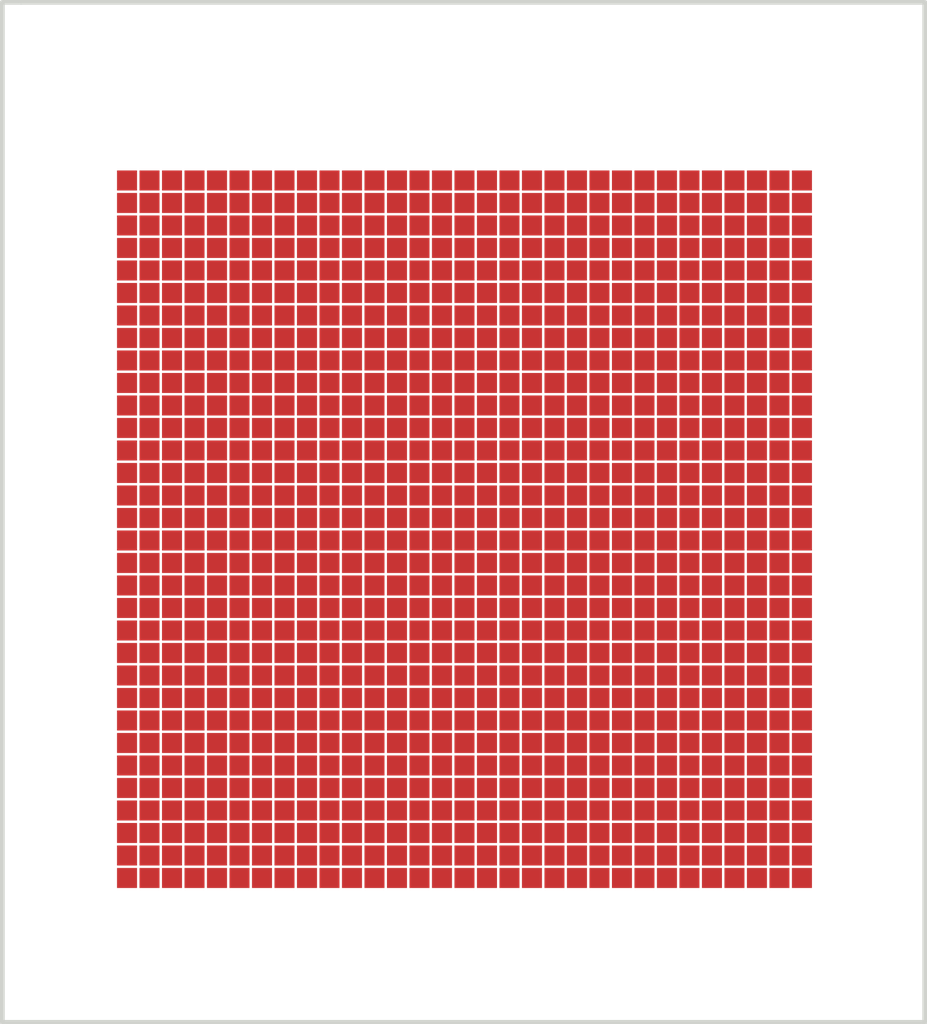
<source format=kicad_pcb>
(kicad_pcb (version 4) (host pcbnew 4.0.4-stable)
  (layers (0 F.Cu signal) (31 B.Cu signal) (34 B.Paste user) (35 F.Paste user) (36 B.SilkS user) (37 F.SilkS user) (38 B.Mask user) (39 F.Mask user) (44 Edge.Cuts user))
  (net 0 "")
  (net 1 "Net-(pin1-Pad1)")
  (module .pretty:pin (layer F.Cu) (at 153.36 116.28)
    (fp_text reference pin1 hide)
    (fp_text value pin hide)
    (pad 1 smd rect (at 0.27 0.54) (size 0.64 0.64) (layers F.Cu F.Paste F.Mask) (net 1 "Net-(pin1-Pad1)"))
  )
  (module .pretty:pin (layer F.Cu) (at 154.08 116.28)
    (fp_text reference pin1 hide)
    (fp_text value pin hide)
    (pad 1 smd rect (at 0.27 0.54) (size 0.64 0.64) (layers F.Cu F.Paste F.Mask) (net 1 "Net-(pin1-Pad1)"))
  )
  (module .pretty:pin (layer F.Cu) (at 155.52 116.28)
    (fp_text reference pin1 hide)
    (fp_text value pin hide)
    (pad 1 smd rect (at 0.27 0.54) (size 0.64 0.64) (layers F.Cu F.Paste F.Mask) (net 1 "Net-(pin1-Pad1)"))
  )
  (module .pretty:pin (layer F.Cu) (at 154.8 116.28)
    (fp_text reference pin1 hide)
    (fp_text value pin hide)
    (pad 1 smd rect (at 0.27 0.54) (size 0.64 0.64) (layers F.Cu F.Paste F.Mask) (net 1 "Net-(pin1-Pad1)"))
  )
  (module .pretty:pin (layer F.Cu) (at 151.92 116.28)
    (fp_text reference pin1 hide)
    (fp_text value pin hide)
    (pad 1 smd rect (at 0.27 0.54) (size 0.64 0.64) (layers F.Cu F.Paste F.Mask) (net 1 "Net-(pin1-Pad1)"))
  )
  (module .pretty:pin (layer F.Cu) (at 152.64 116.28)
    (fp_text reference pin1 hide)
    (fp_text value pin hide)
    (pad 1 smd rect (at 0.27 0.54) (size 0.64 0.64) (layers F.Cu F.Paste F.Mask) (net 1 "Net-(pin1-Pad1)"))
  )
  (module .pretty:pin (layer F.Cu) (at 151.2 116.28)
    (fp_text reference pin1 hide)
    (fp_text value pin hide)
    (pad 1 smd rect (at 0.27 0.54) (size 0.64 0.64) (layers F.Cu F.Paste F.Mask) (net 1 "Net-(pin1-Pad1)"))
  )
  (module .pretty:pin (layer F.Cu) (at 150.48 116.28)
    (fp_text reference pin1 hide)
    (fp_text value pin hide)
    (pad 1 smd rect (at 0.27 0.54) (size 0.64 0.64) (layers F.Cu F.Paste F.Mask) (net 1 "Net-(pin1-Pad1)"))
  )
  (module .pretty:pin (layer F.Cu) (at 156.24 116.28)
    (fp_text reference pin1 hide)
    (fp_text value pin hide)
    (pad 1 smd rect (at 0.27 0.54) (size 0.64 0.64) (layers F.Cu F.Paste F.Mask) (net 1 "Net-(pin1-Pad1)"))
  )
  (module .pretty:pin (layer F.Cu) (at 156.96 116.28)
    (fp_text reference pin1 hide)
    (fp_text value pin hide)
    (pad 1 smd rect (at 0.27 0.54) (size 0.64 0.64) (layers F.Cu F.Paste F.Mask) (net 1 "Net-(pin1-Pad1)"))
  )
  (module .pretty:pin (layer F.Cu) (at 158.4 116.28)
    (fp_text reference pin1 hide)
    (fp_text value pin hide)
    (pad 1 smd rect (at 0.27 0.54) (size 0.64 0.64) (layers F.Cu F.Paste F.Mask) (net 1 "Net-(pin1-Pad1)"))
  )
  (module .pretty:pin (layer F.Cu) (at 157.68 116.28)
    (fp_text reference pin1 hide)
    (fp_text value pin hide)
    (pad 1 smd rect (at 0.27 0.54) (size 0.64 0.64) (layers F.Cu F.Paste F.Mask) (net 1 "Net-(pin1-Pad1)"))
  )
  (module .pretty:pin (layer F.Cu) (at 160.56 116.28)
    (fp_text reference pin1 hide)
    (fp_text value pin hide)
    (pad 1 smd rect (at 0.27 0.54) (size 0.64 0.64) (layers F.Cu F.Paste F.Mask) (net 1 "Net-(pin1-Pad1)"))
  )
  (module .pretty:pin (layer F.Cu) (at 161.28 116.28)
    (fp_text reference pin1 hide)
    (fp_text value pin hide)
    (pad 1 smd rect (at 0.27 0.54) (size 0.64 0.64) (layers F.Cu F.Paste F.Mask) (net 1 "Net-(pin1-Pad1)"))
  )
  (module .pretty:pin (layer F.Cu) (at 159.84 116.28)
    (fp_text reference pin1 hide)
    (fp_text value pin hide)
    (pad 1 smd rect (at 0.27 0.54) (size 0.64 0.64) (layers F.Cu F.Paste F.Mask) (net 1 "Net-(pin1-Pad1)"))
  )
  (module .pretty:pin (layer F.Cu) (at 159.12 116.28)
    (fp_text reference pin1 hide)
    (fp_text value pin hide)
    (pad 1 smd rect (at 0.27 0.54) (size 0.64 0.64) (layers F.Cu F.Paste F.Mask) (net 1 "Net-(pin1-Pad1)"))
  )
  (module .pretty:pin (layer F.Cu) (at 170.64 116.28)
    (fp_text reference pin1 hide)
    (fp_text value pin hide)
    (pad 1 smd rect (at 0.27 0.54) (size 0.64 0.64) (layers F.Cu F.Paste F.Mask) (net 1 "Net-(pin1-Pad1)"))
  )
  (module .pretty:pin (layer F.Cu) (at 171.36 116.28)
    (fp_text reference pin1 hide)
    (fp_text value pin hide)
    (pad 1 smd rect (at 0.27 0.54) (size 0.64 0.64) (layers F.Cu F.Paste F.Mask) (net 1 "Net-(pin1-Pad1)"))
  )
  (module .pretty:pin (layer F.Cu) (at 172.08 116.28)
    (fp_text reference pin1 hide)
    (fp_text value pin hide)
    (pad 1 smd rect (at 0.27 0.54) (size 0.64 0.64) (layers F.Cu F.Paste F.Mask) (net 1 "Net-(pin1-Pad1)"))
  )
  (module .pretty:pin (layer F.Cu) (at 169.2 116.28)
    (fp_text reference pin1 hide)
    (fp_text value pin hide)
    (pad 1 smd rect (at 0.27 0.54) (size 0.64 0.64) (layers F.Cu F.Paste F.Mask) (net 1 "Net-(pin1-Pad1)"))
  )
  (module .pretty:pin (layer F.Cu) (at 169.92 116.28)
    (fp_text reference pin1 hide)
    (fp_text value pin hide)
    (pad 1 smd rect (at 0.27 0.54) (size 0.64 0.64) (layers F.Cu F.Paste F.Mask) (net 1 "Net-(pin1-Pad1)"))
  )
  (module .pretty:pin (layer F.Cu) (at 168.48 116.28)
    (fp_text reference pin1 hide)
    (fp_text value pin hide)
    (pad 1 smd rect (at 0.27 0.54) (size 0.64 0.64) (layers F.Cu F.Paste F.Mask) (net 1 "Net-(pin1-Pad1)"))
  )
  (module .pretty:pin (layer F.Cu) (at 167.76 116.28)
    (fp_text reference pin1 hide)
    (fp_text value pin hide)
    (pad 1 smd rect (at 0.27 0.54) (size 0.64 0.64) (layers F.Cu F.Paste F.Mask) (net 1 "Net-(pin1-Pad1)"))
  )
  (module .pretty:pin (layer F.Cu) (at 162 116.28)
    (fp_text reference pin1 hide)
    (fp_text value pin hide)
    (pad 1 smd rect (at 0.27 0.54) (size 0.64 0.64) (layers F.Cu F.Paste F.Mask) (net 1 "Net-(pin1-Pad1)"))
  )
  (module .pretty:pin (layer F.Cu) (at 162.72 116.28)
    (fp_text reference pin1 hide)
    (fp_text value pin hide)
    (pad 1 smd rect (at 0.27 0.54) (size 0.64 0.64) (layers F.Cu F.Paste F.Mask) (net 1 "Net-(pin1-Pad1)"))
  )
  (module .pretty:pin (layer F.Cu) (at 164.16 116.28)
    (fp_text reference pin1 hide)
    (fp_text value pin hide)
    (pad 1 smd rect (at 0.27 0.54) (size 0.64 0.64) (layers F.Cu F.Paste F.Mask) (net 1 "Net-(pin1-Pad1)"))
  )
  (module .pretty:pin (layer F.Cu) (at 163.44 116.28)
    (fp_text reference pin1 hide)
    (fp_text value pin hide)
    (pad 1 smd rect (at 0.27 0.54) (size 0.64 0.64) (layers F.Cu F.Paste F.Mask) (net 1 "Net-(pin1-Pad1)"))
  )
  (module .pretty:pin (layer F.Cu) (at 166.32 116.28)
    (fp_text reference pin1 hide)
    (fp_text value pin hide)
    (pad 1 smd rect (at 0.27 0.54) (size 0.64 0.64) (layers F.Cu F.Paste F.Mask) (net 1 "Net-(pin1-Pad1)"))
  )
  (module .pretty:pin (layer F.Cu) (at 167.04 116.28)
    (fp_text reference pin1 hide)
    (fp_text value pin hide)
    (pad 1 smd rect (at 0.27 0.54) (size 0.64 0.64) (layers F.Cu F.Paste F.Mask) (net 1 "Net-(pin1-Pad1)"))
  )
  (module .pretty:pin (layer F.Cu) (at 165.6 116.28)
    (fp_text reference pin1 hide)
    (fp_text value pin hide)
    (pad 1 smd rect (at 0.27 0.54) (size 0.64 0.64) (layers F.Cu F.Paste F.Mask) (net 1 "Net-(pin1-Pad1)"))
  )
  (module .pretty:pin (layer F.Cu) (at 164.88 116.28)
    (fp_text reference pin1 hide)
    (fp_text value pin hide)
    (pad 1 smd rect (at 0.27 0.54) (size 0.64 0.64) (layers F.Cu F.Paste F.Mask) (net 1 "Net-(pin1-Pad1)"))
  )
  (module .pretty:pin (layer F.Cu) (at 164.88 117)
    (fp_text reference pin1 hide)
    (fp_text value pin hide)
    (pad 1 smd rect (at 0.27 0.54) (size 0.64 0.64) (layers F.Cu F.Paste F.Mask) (net 1 "Net-(pin1-Pad1)"))
  )
  (module .pretty:pin (layer F.Cu) (at 165.6 117)
    (fp_text reference pin1 hide)
    (fp_text value pin hide)
    (pad 1 smd rect (at 0.27 0.54) (size 0.64 0.64) (layers F.Cu F.Paste F.Mask) (net 1 "Net-(pin1-Pad1)"))
  )
  (module .pretty:pin (layer F.Cu) (at 167.04 117)
    (fp_text reference pin1 hide)
    (fp_text value pin hide)
    (pad 1 smd rect (at 0.27 0.54) (size 0.64 0.64) (layers F.Cu F.Paste F.Mask) (net 1 "Net-(pin1-Pad1)"))
  )
  (module .pretty:pin (layer F.Cu) (at 166.32 117)
    (fp_text reference pin1 hide)
    (fp_text value pin hide)
    (pad 1 smd rect (at 0.27 0.54) (size 0.64 0.64) (layers F.Cu F.Paste F.Mask) (net 1 "Net-(pin1-Pad1)"))
  )
  (module .pretty:pin (layer F.Cu) (at 163.44 117)
    (fp_text reference pin1 hide)
    (fp_text value pin hide)
    (pad 1 smd rect (at 0.27 0.54) (size 0.64 0.64) (layers F.Cu F.Paste F.Mask) (net 1 "Net-(pin1-Pad1)"))
  )
  (module .pretty:pin (layer F.Cu) (at 164.16 117)
    (fp_text reference pin1 hide)
    (fp_text value pin hide)
    (pad 1 smd rect (at 0.27 0.54) (size 0.64 0.64) (layers F.Cu F.Paste F.Mask) (net 1 "Net-(pin1-Pad1)"))
  )
  (module .pretty:pin (layer F.Cu) (at 162.72 117)
    (fp_text reference pin1 hide)
    (fp_text value pin hide)
    (pad 1 smd rect (at 0.27 0.54) (size 0.64 0.64) (layers F.Cu F.Paste F.Mask) (net 1 "Net-(pin1-Pad1)"))
  )
  (module .pretty:pin (layer F.Cu) (at 162 117)
    (fp_text reference pin1 hide)
    (fp_text value pin hide)
    (pad 1 smd rect (at 0.27 0.54) (size 0.64 0.64) (layers F.Cu F.Paste F.Mask) (net 1 "Net-(pin1-Pad1)"))
  )
  (module .pretty:pin (layer F.Cu) (at 167.76 117)
    (fp_text reference pin1 hide)
    (fp_text value pin hide)
    (pad 1 smd rect (at 0.27 0.54) (size 0.64 0.64) (layers F.Cu F.Paste F.Mask) (net 1 "Net-(pin1-Pad1)"))
  )
  (module .pretty:pin (layer F.Cu) (at 168.48 117)
    (fp_text reference pin1 hide)
    (fp_text value pin hide)
    (pad 1 smd rect (at 0.27 0.54) (size 0.64 0.64) (layers F.Cu F.Paste F.Mask) (net 1 "Net-(pin1-Pad1)"))
  )
  (module .pretty:pin (layer F.Cu) (at 169.92 117)
    (fp_text reference pin1 hide)
    (fp_text value pin hide)
    (pad 1 smd rect (at 0.27 0.54) (size 0.64 0.64) (layers F.Cu F.Paste F.Mask) (net 1 "Net-(pin1-Pad1)"))
  )
  (module .pretty:pin (layer F.Cu) (at 169.2 117)
    (fp_text reference pin1 hide)
    (fp_text value pin hide)
    (pad 1 smd rect (at 0.27 0.54) (size 0.64 0.64) (layers F.Cu F.Paste F.Mask) (net 1 "Net-(pin1-Pad1)"))
  )
  (module .pretty:pin (layer F.Cu) (at 172.08 117)
    (fp_text reference pin1 hide)
    (fp_text value pin hide)
    (pad 1 smd rect (at 0.27 0.54) (size 0.64 0.64) (layers F.Cu F.Paste F.Mask) (net 1 "Net-(pin1-Pad1)"))
  )
  (module .pretty:pin (layer F.Cu) (at 171.36 117)
    (fp_text reference pin1 hide)
    (fp_text value pin hide)
    (pad 1 smd rect (at 0.27 0.54) (size 0.64 0.64) (layers F.Cu F.Paste F.Mask) (net 1 "Net-(pin1-Pad1)"))
  )
  (module .pretty:pin (layer F.Cu) (at 170.64 117)
    (fp_text reference pin1 hide)
    (fp_text value pin hide)
    (pad 1 smd rect (at 0.27 0.54) (size 0.64 0.64) (layers F.Cu F.Paste F.Mask) (net 1 "Net-(pin1-Pad1)"))
  )
  (module .pretty:pin (layer F.Cu) (at 159.12 117)
    (fp_text reference pin1 hide)
    (fp_text value pin hide)
    (pad 1 smd rect (at 0.27 0.54) (size 0.64 0.64) (layers F.Cu F.Paste F.Mask) (net 1 "Net-(pin1-Pad1)"))
  )
  (module .pretty:pin (layer F.Cu) (at 159.84 117)
    (fp_text reference pin1 hide)
    (fp_text value pin hide)
    (pad 1 smd rect (at 0.27 0.54) (size 0.64 0.64) (layers F.Cu F.Paste F.Mask) (net 1 "Net-(pin1-Pad1)"))
  )
  (module .pretty:pin (layer F.Cu) (at 161.28 117)
    (fp_text reference pin1 hide)
    (fp_text value pin hide)
    (pad 1 smd rect (at 0.27 0.54) (size 0.64 0.64) (layers F.Cu F.Paste F.Mask) (net 1 "Net-(pin1-Pad1)"))
  )
  (module .pretty:pin (layer F.Cu) (at 160.56 117)
    (fp_text reference pin1 hide)
    (fp_text value pin hide)
    (pad 1 smd rect (at 0.27 0.54) (size 0.64 0.64) (layers F.Cu F.Paste F.Mask) (net 1 "Net-(pin1-Pad1)"))
  )
  (module .pretty:pin (layer F.Cu) (at 157.68 117)
    (fp_text reference pin1 hide)
    (fp_text value pin hide)
    (pad 1 smd rect (at 0.27 0.54) (size 0.64 0.64) (layers F.Cu F.Paste F.Mask) (net 1 "Net-(pin1-Pad1)"))
  )
  (module .pretty:pin (layer F.Cu) (at 158.4 117)
    (fp_text reference pin1 hide)
    (fp_text value pin hide)
    (pad 1 smd rect (at 0.27 0.54) (size 0.64 0.64) (layers F.Cu F.Paste F.Mask) (net 1 "Net-(pin1-Pad1)"))
  )
  (module .pretty:pin (layer F.Cu) (at 156.96 117)
    (fp_text reference pin1 hide)
    (fp_text value pin hide)
    (pad 1 smd rect (at 0.27 0.54) (size 0.64 0.64) (layers F.Cu F.Paste F.Mask) (net 1 "Net-(pin1-Pad1)"))
  )
  (module .pretty:pin (layer F.Cu) (at 156.24 117)
    (fp_text reference pin1 hide)
    (fp_text value pin hide)
    (pad 1 smd rect (at 0.27 0.54) (size 0.64 0.64) (layers F.Cu F.Paste F.Mask) (net 1 "Net-(pin1-Pad1)"))
  )
  (module .pretty:pin (layer F.Cu) (at 150.48 117)
    (fp_text reference pin1 hide)
    (fp_text value pin hide)
    (pad 1 smd rect (at 0.27 0.54) (size 0.64 0.64) (layers F.Cu F.Paste F.Mask) (net 1 "Net-(pin1-Pad1)"))
  )
  (module .pretty:pin (layer F.Cu) (at 151.2 117)
    (fp_text reference pin1 hide)
    (fp_text value pin hide)
    (pad 1 smd rect (at 0.27 0.54) (size 0.64 0.64) (layers F.Cu F.Paste F.Mask) (net 1 "Net-(pin1-Pad1)"))
  )
  (module .pretty:pin (layer F.Cu) (at 152.64 117)
    (fp_text reference pin1 hide)
    (fp_text value pin hide)
    (pad 1 smd rect (at 0.27 0.54) (size 0.64 0.64) (layers F.Cu F.Paste F.Mask) (net 1 "Net-(pin1-Pad1)"))
  )
  (module .pretty:pin (layer F.Cu) (at 151.92 117)
    (fp_text reference pin1 hide)
    (fp_text value pin hide)
    (pad 1 smd rect (at 0.27 0.54) (size 0.64 0.64) (layers F.Cu F.Paste F.Mask) (net 1 "Net-(pin1-Pad1)"))
  )
  (module .pretty:pin (layer F.Cu) (at 154.8 117)
    (fp_text reference pin1 hide)
    (fp_text value pin hide)
    (pad 1 smd rect (at 0.27 0.54) (size 0.64 0.64) (layers F.Cu F.Paste F.Mask) (net 1 "Net-(pin1-Pad1)"))
  )
  (module .pretty:pin (layer F.Cu) (at 155.52 117)
    (fp_text reference pin1 hide)
    (fp_text value pin hide)
    (pad 1 smd rect (at 0.27 0.54) (size 0.64 0.64) (layers F.Cu F.Paste F.Mask) (net 1 "Net-(pin1-Pad1)"))
  )
  (module .pretty:pin (layer F.Cu) (at 154.08 117)
    (fp_text reference pin1 hide)
    (fp_text value pin hide)
    (pad 1 smd rect (at 0.27 0.54) (size 0.64 0.64) (layers F.Cu F.Paste F.Mask) (net 1 "Net-(pin1-Pad1)"))
  )
  (module .pretty:pin (layer F.Cu) (at 153.36 117)
    (fp_text reference pin1 hide)
    (fp_text value pin hide)
    (pad 1 smd rect (at 0.27 0.54) (size 0.64 0.64) (layers F.Cu F.Paste F.Mask) (net 1 "Net-(pin1-Pad1)"))
  )
  (module .pretty:pin (layer F.Cu) (at 153.36 118.44)
    (fp_text reference pin1 hide)
    (fp_text value pin hide)
    (pad 1 smd rect (at 0.27 0.54) (size 0.64 0.64) (layers F.Cu F.Paste F.Mask) (net 1 "Net-(pin1-Pad1)"))
  )
  (module .pretty:pin (layer F.Cu) (at 154.08 118.44)
    (fp_text reference pin1 hide)
    (fp_text value pin hide)
    (pad 1 smd rect (at 0.27 0.54) (size 0.64 0.64) (layers F.Cu F.Paste F.Mask) (net 1 "Net-(pin1-Pad1)"))
  )
  (module .pretty:pin (layer F.Cu) (at 155.52 118.44)
    (fp_text reference pin1 hide)
    (fp_text value pin hide)
    (pad 1 smd rect (at 0.27 0.54) (size 0.64 0.64) (layers F.Cu F.Paste F.Mask) (net 1 "Net-(pin1-Pad1)"))
  )
  (module .pretty:pin (layer F.Cu) (at 154.8 118.44)
    (fp_text reference pin1 hide)
    (fp_text value pin hide)
    (pad 1 smd rect (at 0.27 0.54) (size 0.64 0.64) (layers F.Cu F.Paste F.Mask) (net 1 "Net-(pin1-Pad1)"))
  )
  (module .pretty:pin (layer F.Cu) (at 151.92 118.44)
    (fp_text reference pin1 hide)
    (fp_text value pin hide)
    (pad 1 smd rect (at 0.27 0.54) (size 0.64 0.64) (layers F.Cu F.Paste F.Mask) (net 1 "Net-(pin1-Pad1)"))
  )
  (module .pretty:pin (layer F.Cu) (at 152.64 118.44)
    (fp_text reference pin1 hide)
    (fp_text value pin hide)
    (pad 1 smd rect (at 0.27 0.54) (size 0.64 0.64) (layers F.Cu F.Paste F.Mask) (net 1 "Net-(pin1-Pad1)"))
  )
  (module .pretty:pin (layer F.Cu) (at 151.2 118.44)
    (fp_text reference pin1 hide)
    (fp_text value pin hide)
    (pad 1 smd rect (at 0.27 0.54) (size 0.64 0.64) (layers F.Cu F.Paste F.Mask) (net 1 "Net-(pin1-Pad1)"))
  )
  (module .pretty:pin (layer F.Cu) (at 150.48 118.44)
    (fp_text reference pin1 hide)
    (fp_text value pin hide)
    (pad 1 smd rect (at 0.27 0.54) (size 0.64 0.64) (layers F.Cu F.Paste F.Mask) (net 1 "Net-(pin1-Pad1)"))
  )
  (module .pretty:pin (layer F.Cu) (at 156.24 118.44)
    (fp_text reference pin1 hide)
    (fp_text value pin hide)
    (pad 1 smd rect (at 0.27 0.54) (size 0.64 0.64) (layers F.Cu F.Paste F.Mask) (net 1 "Net-(pin1-Pad1)"))
  )
  (module .pretty:pin (layer F.Cu) (at 156.96 118.44)
    (fp_text reference pin1 hide)
    (fp_text value pin hide)
    (pad 1 smd rect (at 0.27 0.54) (size 0.64 0.64) (layers F.Cu F.Paste F.Mask) (net 1 "Net-(pin1-Pad1)"))
  )
  (module .pretty:pin (layer F.Cu) (at 158.4 118.44)
    (fp_text reference pin1 hide)
    (fp_text value pin hide)
    (pad 1 smd rect (at 0.27 0.54) (size 0.64 0.64) (layers F.Cu F.Paste F.Mask) (net 1 "Net-(pin1-Pad1)"))
  )
  (module .pretty:pin (layer F.Cu) (at 157.68 118.44)
    (fp_text reference pin1 hide)
    (fp_text value pin hide)
    (pad 1 smd rect (at 0.27 0.54) (size 0.64 0.64) (layers F.Cu F.Paste F.Mask) (net 1 "Net-(pin1-Pad1)"))
  )
  (module .pretty:pin (layer F.Cu) (at 160.56 118.44)
    (fp_text reference pin1 hide)
    (fp_text value pin hide)
    (pad 1 smd rect (at 0.27 0.54) (size 0.64 0.64) (layers F.Cu F.Paste F.Mask) (net 1 "Net-(pin1-Pad1)"))
  )
  (module .pretty:pin (layer F.Cu) (at 161.28 118.44)
    (fp_text reference pin1 hide)
    (fp_text value pin hide)
    (pad 1 smd rect (at 0.27 0.54) (size 0.64 0.64) (layers F.Cu F.Paste F.Mask) (net 1 "Net-(pin1-Pad1)"))
  )
  (module .pretty:pin (layer F.Cu) (at 159.84 118.44)
    (fp_text reference pin1 hide)
    (fp_text value pin hide)
    (pad 1 smd rect (at 0.27 0.54) (size 0.64 0.64) (layers F.Cu F.Paste F.Mask) (net 1 "Net-(pin1-Pad1)"))
  )
  (module .pretty:pin (layer F.Cu) (at 159.12 118.44)
    (fp_text reference pin1 hide)
    (fp_text value pin hide)
    (pad 1 smd rect (at 0.27 0.54) (size 0.64 0.64) (layers F.Cu F.Paste F.Mask) (net 1 "Net-(pin1-Pad1)"))
  )
  (module .pretty:pin (layer F.Cu) (at 170.64 118.44)
    (fp_text reference pin1 hide)
    (fp_text value pin hide)
    (pad 1 smd rect (at 0.27 0.54) (size 0.64 0.64) (layers F.Cu F.Paste F.Mask) (net 1 "Net-(pin1-Pad1)"))
  )
  (module .pretty:pin (layer F.Cu) (at 171.36 118.44)
    (fp_text reference pin1 hide)
    (fp_text value pin hide)
    (pad 1 smd rect (at 0.27 0.54) (size 0.64 0.64) (layers F.Cu F.Paste F.Mask) (net 1 "Net-(pin1-Pad1)"))
  )
  (module .pretty:pin (layer F.Cu) (at 172.08 118.44)
    (fp_text reference pin1 hide)
    (fp_text value pin hide)
    (pad 1 smd rect (at 0.27 0.54) (size 0.64 0.64) (layers F.Cu F.Paste F.Mask) (net 1 "Net-(pin1-Pad1)"))
  )
  (module .pretty:pin (layer F.Cu) (at 169.2 118.44)
    (fp_text reference pin1 hide)
    (fp_text value pin hide)
    (pad 1 smd rect (at 0.27 0.54) (size 0.64 0.64) (layers F.Cu F.Paste F.Mask) (net 1 "Net-(pin1-Pad1)"))
  )
  (module .pretty:pin (layer F.Cu) (at 169.92 118.44)
    (fp_text reference pin1 hide)
    (fp_text value pin hide)
    (pad 1 smd rect (at 0.27 0.54) (size 0.64 0.64) (layers F.Cu F.Paste F.Mask) (net 1 "Net-(pin1-Pad1)"))
  )
  (module .pretty:pin (layer F.Cu) (at 168.48 118.44)
    (fp_text reference pin1 hide)
    (fp_text value pin hide)
    (pad 1 smd rect (at 0.27 0.54) (size 0.64 0.64) (layers F.Cu F.Paste F.Mask) (net 1 "Net-(pin1-Pad1)"))
  )
  (module .pretty:pin (layer F.Cu) (at 167.76 118.44)
    (fp_text reference pin1 hide)
    (fp_text value pin hide)
    (pad 1 smd rect (at 0.27 0.54) (size 0.64 0.64) (layers F.Cu F.Paste F.Mask) (net 1 "Net-(pin1-Pad1)"))
  )
  (module .pretty:pin (layer F.Cu) (at 162 118.44)
    (fp_text reference pin1 hide)
    (fp_text value pin hide)
    (pad 1 smd rect (at 0.27 0.54) (size 0.64 0.64) (layers F.Cu F.Paste F.Mask) (net 1 "Net-(pin1-Pad1)"))
  )
  (module .pretty:pin (layer F.Cu) (at 162.72 118.44)
    (fp_text reference pin1 hide)
    (fp_text value pin hide)
    (pad 1 smd rect (at 0.27 0.54) (size 0.64 0.64) (layers F.Cu F.Paste F.Mask) (net 1 "Net-(pin1-Pad1)"))
  )
  (module .pretty:pin (layer F.Cu) (at 164.16 118.44)
    (fp_text reference pin1 hide)
    (fp_text value pin hide)
    (pad 1 smd rect (at 0.27 0.54) (size 0.64 0.64) (layers F.Cu F.Paste F.Mask) (net 1 "Net-(pin1-Pad1)"))
  )
  (module .pretty:pin (layer F.Cu) (at 163.44 118.44)
    (fp_text reference pin1 hide)
    (fp_text value pin hide)
    (pad 1 smd rect (at 0.27 0.54) (size 0.64 0.64) (layers F.Cu F.Paste F.Mask) (net 1 "Net-(pin1-Pad1)"))
  )
  (module .pretty:pin (layer F.Cu) (at 166.32 118.44)
    (fp_text reference pin1 hide)
    (fp_text value pin hide)
    (pad 1 smd rect (at 0.27 0.54) (size 0.64 0.64) (layers F.Cu F.Paste F.Mask) (net 1 "Net-(pin1-Pad1)"))
  )
  (module .pretty:pin (layer F.Cu) (at 167.04 118.44)
    (fp_text reference pin1 hide)
    (fp_text value pin hide)
    (pad 1 smd rect (at 0.27 0.54) (size 0.64 0.64) (layers F.Cu F.Paste F.Mask) (net 1 "Net-(pin1-Pad1)"))
  )
  (module .pretty:pin (layer F.Cu) (at 165.6 118.44)
    (fp_text reference pin1 hide)
    (fp_text value pin hide)
    (pad 1 smd rect (at 0.27 0.54) (size 0.64 0.64) (layers F.Cu F.Paste F.Mask) (net 1 "Net-(pin1-Pad1)"))
  )
  (module .pretty:pin (layer F.Cu) (at 164.88 118.44)
    (fp_text reference pin1 hide)
    (fp_text value pin hide)
    (pad 1 smd rect (at 0.27 0.54) (size 0.64 0.64) (layers F.Cu F.Paste F.Mask) (net 1 "Net-(pin1-Pad1)"))
  )
  (module .pretty:pin (layer F.Cu) (at 164.88 117.72)
    (fp_text reference pin1 hide)
    (fp_text value pin hide)
    (pad 1 smd rect (at 0.27 0.54) (size 0.64 0.64) (layers F.Cu F.Paste F.Mask) (net 1 "Net-(pin1-Pad1)"))
  )
  (module .pretty:pin (layer F.Cu) (at 165.6 117.72)
    (fp_text reference pin1 hide)
    (fp_text value pin hide)
    (pad 1 smd rect (at 0.27 0.54) (size 0.64 0.64) (layers F.Cu F.Paste F.Mask) (net 1 "Net-(pin1-Pad1)"))
  )
  (module .pretty:pin (layer F.Cu) (at 167.04 117.72)
    (fp_text reference pin1 hide)
    (fp_text value pin hide)
    (pad 1 smd rect (at 0.27 0.54) (size 0.64 0.64) (layers F.Cu F.Paste F.Mask) (net 1 "Net-(pin1-Pad1)"))
  )
  (module .pretty:pin (layer F.Cu) (at 166.32 117.72)
    (fp_text reference pin1 hide)
    (fp_text value pin hide)
    (pad 1 smd rect (at 0.27 0.54) (size 0.64 0.64) (layers F.Cu F.Paste F.Mask) (net 1 "Net-(pin1-Pad1)"))
  )
  (module .pretty:pin (layer F.Cu) (at 163.44 117.72)
    (fp_text reference pin1 hide)
    (fp_text value pin hide)
    (pad 1 smd rect (at 0.27 0.54) (size 0.64 0.64) (layers F.Cu F.Paste F.Mask) (net 1 "Net-(pin1-Pad1)"))
  )
  (module .pretty:pin (layer F.Cu) (at 164.16 117.72)
    (fp_text reference pin1 hide)
    (fp_text value pin hide)
    (pad 1 smd rect (at 0.27 0.54) (size 0.64 0.64) (layers F.Cu F.Paste F.Mask) (net 1 "Net-(pin1-Pad1)"))
  )
  (module .pretty:pin (layer F.Cu) (at 162.72 117.72)
    (fp_text reference pin1 hide)
    (fp_text value pin hide)
    (pad 1 smd rect (at 0.27 0.54) (size 0.64 0.64) (layers F.Cu F.Paste F.Mask) (net 1 "Net-(pin1-Pad1)"))
  )
  (module .pretty:pin (layer F.Cu) (at 162 117.72)
    (fp_text reference pin1 hide)
    (fp_text value pin hide)
    (pad 1 smd rect (at 0.27 0.54) (size 0.64 0.64) (layers F.Cu F.Paste F.Mask) (net 1 "Net-(pin1-Pad1)"))
  )
  (module .pretty:pin (layer F.Cu) (at 167.76 117.72)
    (fp_text reference pin1 hide)
    (fp_text value pin hide)
    (pad 1 smd rect (at 0.27 0.54) (size 0.64 0.64) (layers F.Cu F.Paste F.Mask) (net 1 "Net-(pin1-Pad1)"))
  )
  (module .pretty:pin (layer F.Cu) (at 168.48 117.72)
    (fp_text reference pin1 hide)
    (fp_text value pin hide)
    (pad 1 smd rect (at 0.27 0.54) (size 0.64 0.64) (layers F.Cu F.Paste F.Mask) (net 1 "Net-(pin1-Pad1)"))
  )
  (module .pretty:pin (layer F.Cu) (at 169.92 117.72)
    (fp_text reference pin1 hide)
    (fp_text value pin hide)
    (pad 1 smd rect (at 0.27 0.54) (size 0.64 0.64) (layers F.Cu F.Paste F.Mask) (net 1 "Net-(pin1-Pad1)"))
  )
  (module .pretty:pin (layer F.Cu) (at 169.2 117.72)
    (fp_text reference pin1 hide)
    (fp_text value pin hide)
    (pad 1 smd rect (at 0.27 0.54) (size 0.64 0.64) (layers F.Cu F.Paste F.Mask) (net 1 "Net-(pin1-Pad1)"))
  )
  (module .pretty:pin (layer F.Cu) (at 172.08 117.72)
    (fp_text reference pin1 hide)
    (fp_text value pin hide)
    (pad 1 smd rect (at 0.27 0.54) (size 0.64 0.64) (layers F.Cu F.Paste F.Mask) (net 1 "Net-(pin1-Pad1)"))
  )
  (module .pretty:pin (layer F.Cu) (at 171.36 117.72)
    (fp_text reference pin1 hide)
    (fp_text value pin hide)
    (pad 1 smd rect (at 0.27 0.54) (size 0.64 0.64) (layers F.Cu F.Paste F.Mask) (net 1 "Net-(pin1-Pad1)"))
  )
  (module .pretty:pin (layer F.Cu) (at 170.64 117.72)
    (fp_text reference pin1 hide)
    (fp_text value pin hide)
    (pad 1 smd rect (at 0.27 0.54) (size 0.64 0.64) (layers F.Cu F.Paste F.Mask) (net 1 "Net-(pin1-Pad1)"))
  )
  (module .pretty:pin (layer F.Cu) (at 159.12 117.72)
    (fp_text reference pin1 hide)
    (fp_text value pin hide)
    (pad 1 smd rect (at 0.27 0.54) (size 0.64 0.64) (layers F.Cu F.Paste F.Mask) (net 1 "Net-(pin1-Pad1)"))
  )
  (module .pretty:pin (layer F.Cu) (at 159.84 117.72)
    (fp_text reference pin1 hide)
    (fp_text value pin hide)
    (pad 1 smd rect (at 0.27 0.54) (size 0.64 0.64) (layers F.Cu F.Paste F.Mask) (net 1 "Net-(pin1-Pad1)"))
  )
  (module .pretty:pin (layer F.Cu) (at 161.28 117.72)
    (fp_text reference pin1 hide)
    (fp_text value pin hide)
    (pad 1 smd rect (at 0.27 0.54) (size 0.64 0.64) (layers F.Cu F.Paste F.Mask) (net 1 "Net-(pin1-Pad1)"))
  )
  (module .pretty:pin (layer F.Cu) (at 160.56 117.72)
    (fp_text reference pin1 hide)
    (fp_text value pin hide)
    (pad 1 smd rect (at 0.27 0.54) (size 0.64 0.64) (layers F.Cu F.Paste F.Mask) (net 1 "Net-(pin1-Pad1)"))
  )
  (module .pretty:pin (layer F.Cu) (at 157.68 117.72)
    (fp_text reference pin1 hide)
    (fp_text value pin hide)
    (pad 1 smd rect (at 0.27 0.54) (size 0.64 0.64) (layers F.Cu F.Paste F.Mask) (net 1 "Net-(pin1-Pad1)"))
  )
  (module .pretty:pin (layer F.Cu) (at 158.4 117.72)
    (fp_text reference pin1 hide)
    (fp_text value pin hide)
    (pad 1 smd rect (at 0.27 0.54) (size 0.64 0.64) (layers F.Cu F.Paste F.Mask) (net 1 "Net-(pin1-Pad1)"))
  )
  (module .pretty:pin (layer F.Cu) (at 156.96 117.72)
    (fp_text reference pin1 hide)
    (fp_text value pin hide)
    (pad 1 smd rect (at 0.27 0.54) (size 0.64 0.64) (layers F.Cu F.Paste F.Mask) (net 1 "Net-(pin1-Pad1)"))
  )
  (module .pretty:pin (layer F.Cu) (at 156.24 117.72)
    (fp_text reference pin1 hide)
    (fp_text value pin hide)
    (pad 1 smd rect (at 0.27 0.54) (size 0.64 0.64) (layers F.Cu F.Paste F.Mask) (net 1 "Net-(pin1-Pad1)"))
  )
  (module .pretty:pin (layer F.Cu) (at 150.48 117.72)
    (fp_text reference pin1 hide)
    (fp_text value pin hide)
    (pad 1 smd rect (at 0.27 0.54) (size 0.64 0.64) (layers F.Cu F.Paste F.Mask) (net 1 "Net-(pin1-Pad1)"))
  )
  (module .pretty:pin (layer F.Cu) (at 151.2 117.72)
    (fp_text reference pin1 hide)
    (fp_text value pin hide)
    (pad 1 smd rect (at 0.27 0.54) (size 0.64 0.64) (layers F.Cu F.Paste F.Mask) (net 1 "Net-(pin1-Pad1)"))
  )
  (module .pretty:pin (layer F.Cu) (at 152.64 117.72)
    (fp_text reference pin1 hide)
    (fp_text value pin hide)
    (pad 1 smd rect (at 0.27 0.54) (size 0.64 0.64) (layers F.Cu F.Paste F.Mask) (net 1 "Net-(pin1-Pad1)"))
  )
  (module .pretty:pin (layer F.Cu) (at 151.92 117.72)
    (fp_text reference pin1 hide)
    (fp_text value pin hide)
    (pad 1 smd rect (at 0.27 0.54) (size 0.64 0.64) (layers F.Cu F.Paste F.Mask) (net 1 "Net-(pin1-Pad1)"))
  )
  (module .pretty:pin (layer F.Cu) (at 154.8 117.72)
    (fp_text reference pin1 hide)
    (fp_text value pin hide)
    (pad 1 smd rect (at 0.27 0.54) (size 0.64 0.64) (layers F.Cu F.Paste F.Mask) (net 1 "Net-(pin1-Pad1)"))
  )
  (module .pretty:pin (layer F.Cu) (at 155.52 117.72)
    (fp_text reference pin1 hide)
    (fp_text value pin hide)
    (pad 1 smd rect (at 0.27 0.54) (size 0.64 0.64) (layers F.Cu F.Paste F.Mask) (net 1 "Net-(pin1-Pad1)"))
  )
  (module .pretty:pin (layer F.Cu) (at 154.08 117.72)
    (fp_text reference pin1 hide)
    (fp_text value pin hide)
    (pad 1 smd rect (at 0.27 0.54) (size 0.64 0.64) (layers F.Cu F.Paste F.Mask) (net 1 "Net-(pin1-Pad1)"))
  )
  (module .pretty:pin (layer F.Cu) (at 153.36 117.72)
    (fp_text reference pin1 hide)
    (fp_text value pin hide)
    (pad 1 smd rect (at 0.27 0.54) (size 0.64 0.64) (layers F.Cu F.Paste F.Mask) (net 1 "Net-(pin1-Pad1)"))
  )
  (module .pretty:pin (layer F.Cu) (at 153.36 120.6)
    (fp_text reference pin1 hide)
    (fp_text value pin hide)
    (pad 1 smd rect (at 0.27 0.54) (size 0.64 0.64) (layers F.Cu F.Paste F.Mask) (net 1 "Net-(pin1-Pad1)"))
  )
  (module .pretty:pin (layer F.Cu) (at 154.08 120.6)
    (fp_text reference pin1 hide)
    (fp_text value pin hide)
    (pad 1 smd rect (at 0.27 0.54) (size 0.64 0.64) (layers F.Cu F.Paste F.Mask) (net 1 "Net-(pin1-Pad1)"))
  )
  (module .pretty:pin (layer F.Cu) (at 155.52 120.6)
    (fp_text reference pin1 hide)
    (fp_text value pin hide)
    (pad 1 smd rect (at 0.27 0.54) (size 0.64 0.64) (layers F.Cu F.Paste F.Mask) (net 1 "Net-(pin1-Pad1)"))
  )
  (module .pretty:pin (layer F.Cu) (at 154.8 120.6)
    (fp_text reference pin1 hide)
    (fp_text value pin hide)
    (pad 1 smd rect (at 0.27 0.54) (size 0.64 0.64) (layers F.Cu F.Paste F.Mask) (net 1 "Net-(pin1-Pad1)"))
  )
  (module .pretty:pin (layer F.Cu) (at 151.92 120.6)
    (fp_text reference pin1 hide)
    (fp_text value pin hide)
    (pad 1 smd rect (at 0.27 0.54) (size 0.64 0.64) (layers F.Cu F.Paste F.Mask) (net 1 "Net-(pin1-Pad1)"))
  )
  (module .pretty:pin (layer F.Cu) (at 152.64 120.6)
    (fp_text reference pin1 hide)
    (fp_text value pin hide)
    (pad 1 smd rect (at 0.27 0.54) (size 0.64 0.64) (layers F.Cu F.Paste F.Mask) (net 1 "Net-(pin1-Pad1)"))
  )
  (module .pretty:pin (layer F.Cu) (at 151.2 120.6)
    (fp_text reference pin1 hide)
    (fp_text value pin hide)
    (pad 1 smd rect (at 0.27 0.54) (size 0.64 0.64) (layers F.Cu F.Paste F.Mask) (net 1 "Net-(pin1-Pad1)"))
  )
  (module .pretty:pin (layer F.Cu) (at 150.48 120.6)
    (fp_text reference pin1 hide)
    (fp_text value pin hide)
    (pad 1 smd rect (at 0.27 0.54) (size 0.64 0.64) (layers F.Cu F.Paste F.Mask) (net 1 "Net-(pin1-Pad1)"))
  )
  (module .pretty:pin (layer F.Cu) (at 156.24 120.6)
    (fp_text reference pin1 hide)
    (fp_text value pin hide)
    (pad 1 smd rect (at 0.27 0.54) (size 0.64 0.64) (layers F.Cu F.Paste F.Mask) (net 1 "Net-(pin1-Pad1)"))
  )
  (module .pretty:pin (layer F.Cu) (at 156.96 120.6)
    (fp_text reference pin1 hide)
    (fp_text value pin hide)
    (pad 1 smd rect (at 0.27 0.54) (size 0.64 0.64) (layers F.Cu F.Paste F.Mask) (net 1 "Net-(pin1-Pad1)"))
  )
  (module .pretty:pin (layer F.Cu) (at 158.4 120.6)
    (fp_text reference pin1 hide)
    (fp_text value pin hide)
    (pad 1 smd rect (at 0.27 0.54) (size 0.64 0.64) (layers F.Cu F.Paste F.Mask) (net 1 "Net-(pin1-Pad1)"))
  )
  (module .pretty:pin (layer F.Cu) (at 157.68 120.6)
    (fp_text reference pin1 hide)
    (fp_text value pin hide)
    (pad 1 smd rect (at 0.27 0.54) (size 0.64 0.64) (layers F.Cu F.Paste F.Mask) (net 1 "Net-(pin1-Pad1)"))
  )
  (module .pretty:pin (layer F.Cu) (at 160.56 120.6)
    (fp_text reference pin1 hide)
    (fp_text value pin hide)
    (pad 1 smd rect (at 0.27 0.54) (size 0.64 0.64) (layers F.Cu F.Paste F.Mask) (net 1 "Net-(pin1-Pad1)"))
  )
  (module .pretty:pin (layer F.Cu) (at 161.28 120.6)
    (fp_text reference pin1 hide)
    (fp_text value pin hide)
    (pad 1 smd rect (at 0.27 0.54) (size 0.64 0.64) (layers F.Cu F.Paste F.Mask) (net 1 "Net-(pin1-Pad1)"))
  )
  (module .pretty:pin (layer F.Cu) (at 159.84 120.6)
    (fp_text reference pin1 hide)
    (fp_text value pin hide)
    (pad 1 smd rect (at 0.27 0.54) (size 0.64 0.64) (layers F.Cu F.Paste F.Mask) (net 1 "Net-(pin1-Pad1)"))
  )
  (module .pretty:pin (layer F.Cu) (at 159.12 120.6)
    (fp_text reference pin1 hide)
    (fp_text value pin hide)
    (pad 1 smd rect (at 0.27 0.54) (size 0.64 0.64) (layers F.Cu F.Paste F.Mask) (net 1 "Net-(pin1-Pad1)"))
  )
  (module .pretty:pin (layer F.Cu) (at 170.64 120.6)
    (fp_text reference pin1 hide)
    (fp_text value pin hide)
    (pad 1 smd rect (at 0.27 0.54) (size 0.64 0.64) (layers F.Cu F.Paste F.Mask) (net 1 "Net-(pin1-Pad1)"))
  )
  (module .pretty:pin (layer F.Cu) (at 171.36 120.6)
    (fp_text reference pin1 hide)
    (fp_text value pin hide)
    (pad 1 smd rect (at 0.27 0.54) (size 0.64 0.64) (layers F.Cu F.Paste F.Mask) (net 1 "Net-(pin1-Pad1)"))
  )
  (module .pretty:pin (layer F.Cu) (at 172.08 120.6)
    (fp_text reference pin1 hide)
    (fp_text value pin hide)
    (pad 1 smd rect (at 0.27 0.54) (size 0.64 0.64) (layers F.Cu F.Paste F.Mask) (net 1 "Net-(pin1-Pad1)"))
  )
  (module .pretty:pin (layer F.Cu) (at 169.2 120.6)
    (fp_text reference pin1 hide)
    (fp_text value pin hide)
    (pad 1 smd rect (at 0.27 0.54) (size 0.64 0.64) (layers F.Cu F.Paste F.Mask) (net 1 "Net-(pin1-Pad1)"))
  )
  (module .pretty:pin (layer F.Cu) (at 169.92 120.6)
    (fp_text reference pin1 hide)
    (fp_text value pin hide)
    (pad 1 smd rect (at 0.27 0.54) (size 0.64 0.64) (layers F.Cu F.Paste F.Mask) (net 1 "Net-(pin1-Pad1)"))
  )
  (module .pretty:pin (layer F.Cu) (at 168.48 120.6)
    (fp_text reference pin1 hide)
    (fp_text value pin hide)
    (pad 1 smd rect (at 0.27 0.54) (size 0.64 0.64) (layers F.Cu F.Paste F.Mask) (net 1 "Net-(pin1-Pad1)"))
  )
  (module .pretty:pin (layer F.Cu) (at 167.76 120.6)
    (fp_text reference pin1 hide)
    (fp_text value pin hide)
    (pad 1 smd rect (at 0.27 0.54) (size 0.64 0.64) (layers F.Cu F.Paste F.Mask) (net 1 "Net-(pin1-Pad1)"))
  )
  (module .pretty:pin (layer F.Cu) (at 162 120.6)
    (fp_text reference pin1 hide)
    (fp_text value pin hide)
    (pad 1 smd rect (at 0.27 0.54) (size 0.64 0.64) (layers F.Cu F.Paste F.Mask) (net 1 "Net-(pin1-Pad1)"))
  )
  (module .pretty:pin (layer F.Cu) (at 162.72 120.6)
    (fp_text reference pin1 hide)
    (fp_text value pin hide)
    (pad 1 smd rect (at 0.27 0.54) (size 0.64 0.64) (layers F.Cu F.Paste F.Mask) (net 1 "Net-(pin1-Pad1)"))
  )
  (module .pretty:pin (layer F.Cu) (at 164.16 120.6)
    (fp_text reference pin1 hide)
    (fp_text value pin hide)
    (pad 1 smd rect (at 0.27 0.54) (size 0.64 0.64) (layers F.Cu F.Paste F.Mask) (net 1 "Net-(pin1-Pad1)"))
  )
  (module .pretty:pin (layer F.Cu) (at 163.44 120.6)
    (fp_text reference pin1 hide)
    (fp_text value pin hide)
    (pad 1 smd rect (at 0.27 0.54) (size 0.64 0.64) (layers F.Cu F.Paste F.Mask) (net 1 "Net-(pin1-Pad1)"))
  )
  (module .pretty:pin (layer F.Cu) (at 166.32 120.6)
    (fp_text reference pin1 hide)
    (fp_text value pin hide)
    (pad 1 smd rect (at 0.27 0.54) (size 0.64 0.64) (layers F.Cu F.Paste F.Mask) (net 1 "Net-(pin1-Pad1)"))
  )
  (module .pretty:pin (layer F.Cu) (at 167.04 120.6)
    (fp_text reference pin1 hide)
    (fp_text value pin hide)
    (pad 1 smd rect (at 0.27 0.54) (size 0.64 0.64) (layers F.Cu F.Paste F.Mask) (net 1 "Net-(pin1-Pad1)"))
  )
  (module .pretty:pin (layer F.Cu) (at 165.6 120.6)
    (fp_text reference pin1 hide)
    (fp_text value pin hide)
    (pad 1 smd rect (at 0.27 0.54) (size 0.64 0.64) (layers F.Cu F.Paste F.Mask) (net 1 "Net-(pin1-Pad1)"))
  )
  (module .pretty:pin (layer F.Cu) (at 164.88 120.6)
    (fp_text reference pin1 hide)
    (fp_text value pin hide)
    (pad 1 smd rect (at 0.27 0.54) (size 0.64 0.64) (layers F.Cu F.Paste F.Mask) (net 1 "Net-(pin1-Pad1)"))
  )
  (module .pretty:pin (layer F.Cu) (at 164.88 121.32)
    (fp_text reference pin1 hide)
    (fp_text value pin hide)
    (pad 1 smd rect (at 0.27 0.54) (size 0.64 0.64) (layers F.Cu F.Paste F.Mask) (net 1 "Net-(pin1-Pad1)"))
  )
  (module .pretty:pin (layer F.Cu) (at 165.6 121.32)
    (fp_text reference pin1 hide)
    (fp_text value pin hide)
    (pad 1 smd rect (at 0.27 0.54) (size 0.64 0.64) (layers F.Cu F.Paste F.Mask) (net 1 "Net-(pin1-Pad1)"))
  )
  (module .pretty:pin (layer F.Cu) (at 167.04 121.32)
    (fp_text reference pin1 hide)
    (fp_text value pin hide)
    (pad 1 smd rect (at 0.27 0.54) (size 0.64 0.64) (layers F.Cu F.Paste F.Mask) (net 1 "Net-(pin1-Pad1)"))
  )
  (module .pretty:pin (layer F.Cu) (at 166.32 121.32)
    (fp_text reference pin1 hide)
    (fp_text value pin hide)
    (pad 1 smd rect (at 0.27 0.54) (size 0.64 0.64) (layers F.Cu F.Paste F.Mask) (net 1 "Net-(pin1-Pad1)"))
  )
  (module .pretty:pin (layer F.Cu) (at 163.44 121.32)
    (fp_text reference pin1 hide)
    (fp_text value pin hide)
    (pad 1 smd rect (at 0.27 0.54) (size 0.64 0.64) (layers F.Cu F.Paste F.Mask) (net 1 "Net-(pin1-Pad1)"))
  )
  (module .pretty:pin (layer F.Cu) (at 164.16 121.32)
    (fp_text reference pin1 hide)
    (fp_text value pin hide)
    (pad 1 smd rect (at 0.27 0.54) (size 0.64 0.64) (layers F.Cu F.Paste F.Mask) (net 1 "Net-(pin1-Pad1)"))
  )
  (module .pretty:pin (layer F.Cu) (at 162.72 121.32)
    (fp_text reference pin1 hide)
    (fp_text value pin hide)
    (pad 1 smd rect (at 0.27 0.54) (size 0.64 0.64) (layers F.Cu F.Paste F.Mask) (net 1 "Net-(pin1-Pad1)"))
  )
  (module .pretty:pin (layer F.Cu) (at 162 121.32)
    (fp_text reference pin1 hide)
    (fp_text value pin hide)
    (pad 1 smd rect (at 0.27 0.54) (size 0.64 0.64) (layers F.Cu F.Paste F.Mask) (net 1 "Net-(pin1-Pad1)"))
  )
  (module .pretty:pin (layer F.Cu) (at 167.76 121.32)
    (fp_text reference pin1 hide)
    (fp_text value pin hide)
    (pad 1 smd rect (at 0.27 0.54) (size 0.64 0.64) (layers F.Cu F.Paste F.Mask) (net 1 "Net-(pin1-Pad1)"))
  )
  (module .pretty:pin (layer F.Cu) (at 168.48 121.32)
    (fp_text reference pin1 hide)
    (fp_text value pin hide)
    (pad 1 smd rect (at 0.27 0.54) (size 0.64 0.64) (layers F.Cu F.Paste F.Mask) (net 1 "Net-(pin1-Pad1)"))
  )
  (module .pretty:pin (layer F.Cu) (at 169.92 121.32)
    (fp_text reference pin1 hide)
    (fp_text value pin hide)
    (pad 1 smd rect (at 0.27 0.54) (size 0.64 0.64) (layers F.Cu F.Paste F.Mask) (net 1 "Net-(pin1-Pad1)"))
  )
  (module .pretty:pin (layer F.Cu) (at 169.2 121.32)
    (fp_text reference pin1 hide)
    (fp_text value pin hide)
    (pad 1 smd rect (at 0.27 0.54) (size 0.64 0.64) (layers F.Cu F.Paste F.Mask) (net 1 "Net-(pin1-Pad1)"))
  )
  (module .pretty:pin (layer F.Cu) (at 172.08 121.32)
    (fp_text reference pin1 hide)
    (fp_text value pin hide)
    (pad 1 smd rect (at 0.27 0.54) (size 0.64 0.64) (layers F.Cu F.Paste F.Mask) (net 1 "Net-(pin1-Pad1)"))
  )
  (module .pretty:pin (layer F.Cu) (at 171.36 121.32)
    (fp_text reference pin1 hide)
    (fp_text value pin hide)
    (pad 1 smd rect (at 0.27 0.54) (size 0.64 0.64) (layers F.Cu F.Paste F.Mask) (net 1 "Net-(pin1-Pad1)"))
  )
  (module .pretty:pin (layer F.Cu) (at 170.64 121.32)
    (fp_text reference pin1 hide)
    (fp_text value pin hide)
    (pad 1 smd rect (at 0.27 0.54) (size 0.64 0.64) (layers F.Cu F.Paste F.Mask) (net 1 "Net-(pin1-Pad1)"))
  )
  (module .pretty:pin (layer F.Cu) (at 159.12 121.32)
    (fp_text reference pin1 hide)
    (fp_text value pin hide)
    (pad 1 smd rect (at 0.27 0.54) (size 0.64 0.64) (layers F.Cu F.Paste F.Mask) (net 1 "Net-(pin1-Pad1)"))
  )
  (module .pretty:pin (layer F.Cu) (at 159.84 121.32)
    (fp_text reference pin1 hide)
    (fp_text value pin hide)
    (pad 1 smd rect (at 0.27 0.54) (size 0.64 0.64) (layers F.Cu F.Paste F.Mask) (net 1 "Net-(pin1-Pad1)"))
  )
  (module .pretty:pin (layer F.Cu) (at 161.28 121.32)
    (fp_text reference pin1 hide)
    (fp_text value pin hide)
    (pad 1 smd rect (at 0.27 0.54) (size 0.64 0.64) (layers F.Cu F.Paste F.Mask) (net 1 "Net-(pin1-Pad1)"))
  )
  (module .pretty:pin (layer F.Cu) (at 160.56 121.32)
    (fp_text reference pin1 hide)
    (fp_text value pin hide)
    (pad 1 smd rect (at 0.27 0.54) (size 0.64 0.64) (layers F.Cu F.Paste F.Mask) (net 1 "Net-(pin1-Pad1)"))
  )
  (module .pretty:pin (layer F.Cu) (at 157.68 121.32)
    (fp_text reference pin1 hide)
    (fp_text value pin hide)
    (pad 1 smd rect (at 0.27 0.54) (size 0.64 0.64) (layers F.Cu F.Paste F.Mask) (net 1 "Net-(pin1-Pad1)"))
  )
  (module .pretty:pin (layer F.Cu) (at 158.4 121.32)
    (fp_text reference pin1 hide)
    (fp_text value pin hide)
    (pad 1 smd rect (at 0.27 0.54) (size 0.64 0.64) (layers F.Cu F.Paste F.Mask) (net 1 "Net-(pin1-Pad1)"))
  )
  (module .pretty:pin (layer F.Cu) (at 156.96 121.32)
    (fp_text reference pin1 hide)
    (fp_text value pin hide)
    (pad 1 smd rect (at 0.27 0.54) (size 0.64 0.64) (layers F.Cu F.Paste F.Mask) (net 1 "Net-(pin1-Pad1)"))
  )
  (module .pretty:pin (layer F.Cu) (at 156.24 121.32)
    (fp_text reference pin1 hide)
    (fp_text value pin hide)
    (pad 1 smd rect (at 0.27 0.54) (size 0.64 0.64) (layers F.Cu F.Paste F.Mask) (net 1 "Net-(pin1-Pad1)"))
  )
  (module .pretty:pin (layer F.Cu) (at 150.48 121.32)
    (fp_text reference pin1 hide)
    (fp_text value pin hide)
    (pad 1 smd rect (at 0.27 0.54) (size 0.64 0.64) (layers F.Cu F.Paste F.Mask) (net 1 "Net-(pin1-Pad1)"))
  )
  (module .pretty:pin (layer F.Cu) (at 151.2 121.32)
    (fp_text reference pin1 hide)
    (fp_text value pin hide)
    (pad 1 smd rect (at 0.27 0.54) (size 0.64 0.64) (layers F.Cu F.Paste F.Mask) (net 1 "Net-(pin1-Pad1)"))
  )
  (module .pretty:pin (layer F.Cu) (at 152.64 121.32)
    (fp_text reference pin1 hide)
    (fp_text value pin hide)
    (pad 1 smd rect (at 0.27 0.54) (size 0.64 0.64) (layers F.Cu F.Paste F.Mask) (net 1 "Net-(pin1-Pad1)"))
  )
  (module .pretty:pin (layer F.Cu) (at 151.92 121.32)
    (fp_text reference pin1 hide)
    (fp_text value pin hide)
    (pad 1 smd rect (at 0.27 0.54) (size 0.64 0.64) (layers F.Cu F.Paste F.Mask) (net 1 "Net-(pin1-Pad1)"))
  )
  (module .pretty:pin (layer F.Cu) (at 154.8 121.32)
    (fp_text reference pin1 hide)
    (fp_text value pin hide)
    (pad 1 smd rect (at 0.27 0.54) (size 0.64 0.64) (layers F.Cu F.Paste F.Mask) (net 1 "Net-(pin1-Pad1)"))
  )
  (module .pretty:pin (layer F.Cu) (at 155.52 121.32)
    (fp_text reference pin1 hide)
    (fp_text value pin hide)
    (pad 1 smd rect (at 0.27 0.54) (size 0.64 0.64) (layers F.Cu F.Paste F.Mask) (net 1 "Net-(pin1-Pad1)"))
  )
  (module .pretty:pin (layer F.Cu) (at 154.08 121.32)
    (fp_text reference pin1 hide)
    (fp_text value pin hide)
    (pad 1 smd rect (at 0.27 0.54) (size 0.64 0.64) (layers F.Cu F.Paste F.Mask) (net 1 "Net-(pin1-Pad1)"))
  )
  (module .pretty:pin (layer F.Cu) (at 153.36 121.32)
    (fp_text reference pin1 hide)
    (fp_text value pin hide)
    (pad 1 smd rect (at 0.27 0.54) (size 0.64 0.64) (layers F.Cu F.Paste F.Mask) (net 1 "Net-(pin1-Pad1)"))
  )
  (module .pretty:pin (layer F.Cu) (at 153.36 119.88)
    (fp_text reference pin1 hide)
    (fp_text value pin hide)
    (pad 1 smd rect (at 0.27 0.54) (size 0.64 0.64) (layers F.Cu F.Paste F.Mask) (net 1 "Net-(pin1-Pad1)"))
  )
  (module .pretty:pin (layer F.Cu) (at 154.08 119.88)
    (fp_text reference pin1 hide)
    (fp_text value pin hide)
    (pad 1 smd rect (at 0.27 0.54) (size 0.64 0.64) (layers F.Cu F.Paste F.Mask) (net 1 "Net-(pin1-Pad1)"))
  )
  (module .pretty:pin (layer F.Cu) (at 155.52 119.88)
    (fp_text reference pin1 hide)
    (fp_text value pin hide)
    (pad 1 smd rect (at 0.27 0.54) (size 0.64 0.64) (layers F.Cu F.Paste F.Mask) (net 1 "Net-(pin1-Pad1)"))
  )
  (module .pretty:pin (layer F.Cu) (at 154.8 119.88)
    (fp_text reference pin1 hide)
    (fp_text value pin hide)
    (pad 1 smd rect (at 0.27 0.54) (size 0.64 0.64) (layers F.Cu F.Paste F.Mask) (net 1 "Net-(pin1-Pad1)"))
  )
  (module .pretty:pin (layer F.Cu) (at 151.92 119.88)
    (fp_text reference pin1 hide)
    (fp_text value pin hide)
    (pad 1 smd rect (at 0.27 0.54) (size 0.64 0.64) (layers F.Cu F.Paste F.Mask) (net 1 "Net-(pin1-Pad1)"))
  )
  (module .pretty:pin (layer F.Cu) (at 152.64 119.88)
    (fp_text reference pin1 hide)
    (fp_text value pin hide)
    (pad 1 smd rect (at 0.27 0.54) (size 0.64 0.64) (layers F.Cu F.Paste F.Mask) (net 1 "Net-(pin1-Pad1)"))
  )
  (module .pretty:pin (layer F.Cu) (at 151.2 119.88)
    (fp_text reference pin1 hide)
    (fp_text value pin hide)
    (pad 1 smd rect (at 0.27 0.54) (size 0.64 0.64) (layers F.Cu F.Paste F.Mask) (net 1 "Net-(pin1-Pad1)"))
  )
  (module .pretty:pin (layer F.Cu) (at 150.48 119.88)
    (fp_text reference pin1 hide)
    (fp_text value pin hide)
    (pad 1 smd rect (at 0.27 0.54) (size 0.64 0.64) (layers F.Cu F.Paste F.Mask) (net 1 "Net-(pin1-Pad1)"))
  )
  (module .pretty:pin (layer F.Cu) (at 156.24 119.88)
    (fp_text reference pin1 hide)
    (fp_text value pin hide)
    (pad 1 smd rect (at 0.27 0.54) (size 0.64 0.64) (layers F.Cu F.Paste F.Mask) (net 1 "Net-(pin1-Pad1)"))
  )
  (module .pretty:pin (layer F.Cu) (at 156.96 119.88)
    (fp_text reference pin1 hide)
    (fp_text value pin hide)
    (pad 1 smd rect (at 0.27 0.54) (size 0.64 0.64) (layers F.Cu F.Paste F.Mask) (net 1 "Net-(pin1-Pad1)"))
  )
  (module .pretty:pin (layer F.Cu) (at 158.4 119.88)
    (fp_text reference pin1 hide)
    (fp_text value pin hide)
    (pad 1 smd rect (at 0.27 0.54) (size 0.64 0.64) (layers F.Cu F.Paste F.Mask) (net 1 "Net-(pin1-Pad1)"))
  )
  (module .pretty:pin (layer F.Cu) (at 157.68 119.88)
    (fp_text reference pin1 hide)
    (fp_text value pin hide)
    (pad 1 smd rect (at 0.27 0.54) (size 0.64 0.64) (layers F.Cu F.Paste F.Mask) (net 1 "Net-(pin1-Pad1)"))
  )
  (module .pretty:pin (layer F.Cu) (at 160.56 119.88)
    (fp_text reference pin1 hide)
    (fp_text value pin hide)
    (pad 1 smd rect (at 0.27 0.54) (size 0.64 0.64) (layers F.Cu F.Paste F.Mask) (net 1 "Net-(pin1-Pad1)"))
  )
  (module .pretty:pin (layer F.Cu) (at 161.28 119.88)
    (fp_text reference pin1 hide)
    (fp_text value pin hide)
    (pad 1 smd rect (at 0.27 0.54) (size 0.64 0.64) (layers F.Cu F.Paste F.Mask) (net 1 "Net-(pin1-Pad1)"))
  )
  (module .pretty:pin (layer F.Cu) (at 159.84 119.88)
    (fp_text reference pin1 hide)
    (fp_text value pin hide)
    (pad 1 smd rect (at 0.27 0.54) (size 0.64 0.64) (layers F.Cu F.Paste F.Mask) (net 1 "Net-(pin1-Pad1)"))
  )
  (module .pretty:pin (layer F.Cu) (at 159.12 119.88)
    (fp_text reference pin1 hide)
    (fp_text value pin hide)
    (pad 1 smd rect (at 0.27 0.54) (size 0.64 0.64) (layers F.Cu F.Paste F.Mask) (net 1 "Net-(pin1-Pad1)"))
  )
  (module .pretty:pin (layer F.Cu) (at 170.64 119.88)
    (fp_text reference pin1 hide)
    (fp_text value pin hide)
    (pad 1 smd rect (at 0.27 0.54) (size 0.64 0.64) (layers F.Cu F.Paste F.Mask) (net 1 "Net-(pin1-Pad1)"))
  )
  (module .pretty:pin (layer F.Cu) (at 171.36 119.88)
    (fp_text reference pin1 hide)
    (fp_text value pin hide)
    (pad 1 smd rect (at 0.27 0.54) (size 0.64 0.64) (layers F.Cu F.Paste F.Mask) (net 1 "Net-(pin1-Pad1)"))
  )
  (module .pretty:pin (layer F.Cu) (at 172.08 119.88)
    (fp_text reference pin1 hide)
    (fp_text value pin hide)
    (pad 1 smd rect (at 0.27 0.54) (size 0.64 0.64) (layers F.Cu F.Paste F.Mask) (net 1 "Net-(pin1-Pad1)"))
  )
  (module .pretty:pin (layer F.Cu) (at 169.2 119.88)
    (fp_text reference pin1 hide)
    (fp_text value pin hide)
    (pad 1 smd rect (at 0.27 0.54) (size 0.64 0.64) (layers F.Cu F.Paste F.Mask) (net 1 "Net-(pin1-Pad1)"))
  )
  (module .pretty:pin (layer F.Cu) (at 169.92 119.88)
    (fp_text reference pin1 hide)
    (fp_text value pin hide)
    (pad 1 smd rect (at 0.27 0.54) (size 0.64 0.64) (layers F.Cu F.Paste F.Mask) (net 1 "Net-(pin1-Pad1)"))
  )
  (module .pretty:pin (layer F.Cu) (at 168.48 119.88)
    (fp_text reference pin1 hide)
    (fp_text value pin hide)
    (pad 1 smd rect (at 0.27 0.54) (size 0.64 0.64) (layers F.Cu F.Paste F.Mask) (net 1 "Net-(pin1-Pad1)"))
  )
  (module .pretty:pin (layer F.Cu) (at 167.76 119.88)
    (fp_text reference pin1 hide)
    (fp_text value pin hide)
    (pad 1 smd rect (at 0.27 0.54) (size 0.64 0.64) (layers F.Cu F.Paste F.Mask) (net 1 "Net-(pin1-Pad1)"))
  )
  (module .pretty:pin (layer F.Cu) (at 162 119.88)
    (fp_text reference pin1 hide)
    (fp_text value pin hide)
    (pad 1 smd rect (at 0.27 0.54) (size 0.64 0.64) (layers F.Cu F.Paste F.Mask) (net 1 "Net-(pin1-Pad1)"))
  )
  (module .pretty:pin (layer F.Cu) (at 162.72 119.88)
    (fp_text reference pin1 hide)
    (fp_text value pin hide)
    (pad 1 smd rect (at 0.27 0.54) (size 0.64 0.64) (layers F.Cu F.Paste F.Mask) (net 1 "Net-(pin1-Pad1)"))
  )
  (module .pretty:pin (layer F.Cu) (at 164.16 119.88)
    (fp_text reference pin1 hide)
    (fp_text value pin hide)
    (pad 1 smd rect (at 0.27 0.54) (size 0.64 0.64) (layers F.Cu F.Paste F.Mask) (net 1 "Net-(pin1-Pad1)"))
  )
  (module .pretty:pin (layer F.Cu) (at 163.44 119.88)
    (fp_text reference pin1 hide)
    (fp_text value pin hide)
    (pad 1 smd rect (at 0.27 0.54) (size 0.64 0.64) (layers F.Cu F.Paste F.Mask) (net 1 "Net-(pin1-Pad1)"))
  )
  (module .pretty:pin (layer F.Cu) (at 166.32 119.88)
    (fp_text reference pin1 hide)
    (fp_text value pin hide)
    (pad 1 smd rect (at 0.27 0.54) (size 0.64 0.64) (layers F.Cu F.Paste F.Mask) (net 1 "Net-(pin1-Pad1)"))
  )
  (module .pretty:pin (layer F.Cu) (at 167.04 119.88)
    (fp_text reference pin1 hide)
    (fp_text value pin hide)
    (pad 1 smd rect (at 0.27 0.54) (size 0.64 0.64) (layers F.Cu F.Paste F.Mask) (net 1 "Net-(pin1-Pad1)"))
  )
  (module .pretty:pin (layer F.Cu) (at 165.6 119.88)
    (fp_text reference pin1 hide)
    (fp_text value pin hide)
    (pad 1 smd rect (at 0.27 0.54) (size 0.64 0.64) (layers F.Cu F.Paste F.Mask) (net 1 "Net-(pin1-Pad1)"))
  )
  (module .pretty:pin (layer F.Cu) (at 164.88 119.88)
    (fp_text reference pin1 hide)
    (fp_text value pin hide)
    (pad 1 smd rect (at 0.27 0.54) (size 0.64 0.64) (layers F.Cu F.Paste F.Mask) (net 1 "Net-(pin1-Pad1)"))
  )
  (module .pretty:pin (layer F.Cu) (at 164.88 119.16)
    (fp_text reference pin1 hide)
    (fp_text value pin hide)
    (pad 1 smd rect (at 0.27 0.54) (size 0.64 0.64) (layers F.Cu F.Paste F.Mask) (net 1 "Net-(pin1-Pad1)"))
  )
  (module .pretty:pin (layer F.Cu) (at 165.6 119.16)
    (fp_text reference pin1 hide)
    (fp_text value pin hide)
    (pad 1 smd rect (at 0.27 0.54) (size 0.64 0.64) (layers F.Cu F.Paste F.Mask) (net 1 "Net-(pin1-Pad1)"))
  )
  (module .pretty:pin (layer F.Cu) (at 167.04 119.16)
    (fp_text reference pin1 hide)
    (fp_text value pin hide)
    (pad 1 smd rect (at 0.27 0.54) (size 0.64 0.64) (layers F.Cu F.Paste F.Mask) (net 1 "Net-(pin1-Pad1)"))
  )
  (module .pretty:pin (layer F.Cu) (at 166.32 119.16)
    (fp_text reference pin1 hide)
    (fp_text value pin hide)
    (pad 1 smd rect (at 0.27 0.54) (size 0.64 0.64) (layers F.Cu F.Paste F.Mask) (net 1 "Net-(pin1-Pad1)"))
  )
  (module .pretty:pin (layer F.Cu) (at 163.44 119.16)
    (fp_text reference pin1 hide)
    (fp_text value pin hide)
    (pad 1 smd rect (at 0.27 0.54) (size 0.64 0.64) (layers F.Cu F.Paste F.Mask) (net 1 "Net-(pin1-Pad1)"))
  )
  (module .pretty:pin (layer F.Cu) (at 164.16 119.16)
    (fp_text reference pin1 hide)
    (fp_text value pin hide)
    (pad 1 smd rect (at 0.27 0.54) (size 0.64 0.64) (layers F.Cu F.Paste F.Mask) (net 1 "Net-(pin1-Pad1)"))
  )
  (module .pretty:pin (layer F.Cu) (at 162.72 119.16)
    (fp_text reference pin1 hide)
    (fp_text value pin hide)
    (pad 1 smd rect (at 0.27 0.54) (size 0.64 0.64) (layers F.Cu F.Paste F.Mask) (net 1 "Net-(pin1-Pad1)"))
  )
  (module .pretty:pin (layer F.Cu) (at 162 119.16)
    (fp_text reference pin1 hide)
    (fp_text value pin hide)
    (pad 1 smd rect (at 0.27 0.54) (size 0.64 0.64) (layers F.Cu F.Paste F.Mask) (net 1 "Net-(pin1-Pad1)"))
  )
  (module .pretty:pin (layer F.Cu) (at 167.76 119.16)
    (fp_text reference pin1 hide)
    (fp_text value pin hide)
    (pad 1 smd rect (at 0.27 0.54) (size 0.64 0.64) (layers F.Cu F.Paste F.Mask) (net 1 "Net-(pin1-Pad1)"))
  )
  (module .pretty:pin (layer F.Cu) (at 168.48 119.16)
    (fp_text reference pin1 hide)
    (fp_text value pin hide)
    (pad 1 smd rect (at 0.27 0.54) (size 0.64 0.64) (layers F.Cu F.Paste F.Mask) (net 1 "Net-(pin1-Pad1)"))
  )
  (module .pretty:pin (layer F.Cu) (at 169.92 119.16)
    (fp_text reference pin1 hide)
    (fp_text value pin hide)
    (pad 1 smd rect (at 0.27 0.54) (size 0.64 0.64) (layers F.Cu F.Paste F.Mask) (net 1 "Net-(pin1-Pad1)"))
  )
  (module .pretty:pin (layer F.Cu) (at 169.2 119.16)
    (fp_text reference pin1 hide)
    (fp_text value pin hide)
    (pad 1 smd rect (at 0.27 0.54) (size 0.64 0.64) (layers F.Cu F.Paste F.Mask) (net 1 "Net-(pin1-Pad1)"))
  )
  (module .pretty:pin (layer F.Cu) (at 172.08 119.16)
    (fp_text reference pin1 hide)
    (fp_text value pin hide)
    (pad 1 smd rect (at 0.27 0.54) (size 0.64 0.64) (layers F.Cu F.Paste F.Mask) (net 1 "Net-(pin1-Pad1)"))
  )
  (module .pretty:pin (layer F.Cu) (at 171.36 119.16)
    (fp_text reference pin1 hide)
    (fp_text value pin hide)
    (pad 1 smd rect (at 0.27 0.54) (size 0.64 0.64) (layers F.Cu F.Paste F.Mask) (net 1 "Net-(pin1-Pad1)"))
  )
  (module .pretty:pin (layer F.Cu) (at 170.64 119.16)
    (fp_text reference pin1 hide)
    (fp_text value pin hide)
    (pad 1 smd rect (at 0.27 0.54) (size 0.64 0.64) (layers F.Cu F.Paste F.Mask) (net 1 "Net-(pin1-Pad1)"))
  )
  (module .pretty:pin (layer F.Cu) (at 159.12 119.16)
    (fp_text reference pin1 hide)
    (fp_text value pin hide)
    (pad 1 smd rect (at 0.27 0.54) (size 0.64 0.64) (layers F.Cu F.Paste F.Mask) (net 1 "Net-(pin1-Pad1)"))
  )
  (module .pretty:pin (layer F.Cu) (at 159.84 119.16)
    (fp_text reference pin1 hide)
    (fp_text value pin hide)
    (pad 1 smd rect (at 0.27 0.54) (size 0.64 0.64) (layers F.Cu F.Paste F.Mask) (net 1 "Net-(pin1-Pad1)"))
  )
  (module .pretty:pin (layer F.Cu) (at 161.28 119.16)
    (fp_text reference pin1 hide)
    (fp_text value pin hide)
    (pad 1 smd rect (at 0.27 0.54) (size 0.64 0.64) (layers F.Cu F.Paste F.Mask) (net 1 "Net-(pin1-Pad1)"))
  )
  (module .pretty:pin (layer F.Cu) (at 160.56 119.16)
    (fp_text reference pin1 hide)
    (fp_text value pin hide)
    (pad 1 smd rect (at 0.27 0.54) (size 0.64 0.64) (layers F.Cu F.Paste F.Mask) (net 1 "Net-(pin1-Pad1)"))
  )
  (module .pretty:pin (layer F.Cu) (at 157.68 119.16)
    (fp_text reference pin1 hide)
    (fp_text value pin hide)
    (pad 1 smd rect (at 0.27 0.54) (size 0.64 0.64) (layers F.Cu F.Paste F.Mask) (net 1 "Net-(pin1-Pad1)"))
  )
  (module .pretty:pin (layer F.Cu) (at 158.4 119.16)
    (fp_text reference pin1 hide)
    (fp_text value pin hide)
    (pad 1 smd rect (at 0.27 0.54) (size 0.64 0.64) (layers F.Cu F.Paste F.Mask) (net 1 "Net-(pin1-Pad1)"))
  )
  (module .pretty:pin (layer F.Cu) (at 156.96 119.16)
    (fp_text reference pin1 hide)
    (fp_text value pin hide)
    (pad 1 smd rect (at 0.27 0.54) (size 0.64 0.64) (layers F.Cu F.Paste F.Mask) (net 1 "Net-(pin1-Pad1)"))
  )
  (module .pretty:pin (layer F.Cu) (at 156.24 119.16)
    (fp_text reference pin1 hide)
    (fp_text value pin hide)
    (pad 1 smd rect (at 0.27 0.54) (size 0.64 0.64) (layers F.Cu F.Paste F.Mask) (net 1 "Net-(pin1-Pad1)"))
  )
  (module .pretty:pin (layer F.Cu) (at 150.48 119.16)
    (fp_text reference pin1 hide)
    (fp_text value pin hide)
    (pad 1 smd rect (at 0.27 0.54) (size 0.64 0.64) (layers F.Cu F.Paste F.Mask) (net 1 "Net-(pin1-Pad1)"))
  )
  (module .pretty:pin (layer F.Cu) (at 151.2 119.16)
    (fp_text reference pin1 hide)
    (fp_text value pin hide)
    (pad 1 smd rect (at 0.27 0.54) (size 0.64 0.64) (layers F.Cu F.Paste F.Mask) (net 1 "Net-(pin1-Pad1)"))
  )
  (module .pretty:pin (layer F.Cu) (at 152.64 119.16)
    (fp_text reference pin1 hide)
    (fp_text value pin hide)
    (pad 1 smd rect (at 0.27 0.54) (size 0.64 0.64) (layers F.Cu F.Paste F.Mask) (net 1 "Net-(pin1-Pad1)"))
  )
  (module .pretty:pin (layer F.Cu) (at 151.92 119.16)
    (fp_text reference pin1 hide)
    (fp_text value pin hide)
    (pad 1 smd rect (at 0.27 0.54) (size 0.64 0.64) (layers F.Cu F.Paste F.Mask) (net 1 "Net-(pin1-Pad1)"))
  )
  (module .pretty:pin (layer F.Cu) (at 154.8 119.16)
    (fp_text reference pin1 hide)
    (fp_text value pin hide)
    (pad 1 smd rect (at 0.27 0.54) (size 0.64 0.64) (layers F.Cu F.Paste F.Mask) (net 1 "Net-(pin1-Pad1)"))
  )
  (module .pretty:pin (layer F.Cu) (at 155.52 119.16)
    (fp_text reference pin1 hide)
    (fp_text value pin hide)
    (pad 1 smd rect (at 0.27 0.54) (size 0.64 0.64) (layers F.Cu F.Paste F.Mask) (net 1 "Net-(pin1-Pad1)"))
  )
  (module .pretty:pin (layer F.Cu) (at 154.08 119.16)
    (fp_text reference pin1 hide)
    (fp_text value pin hide)
    (pad 1 smd rect (at 0.27 0.54) (size 0.64 0.64) (layers F.Cu F.Paste F.Mask) (net 1 "Net-(pin1-Pad1)"))
  )
  (module .pretty:pin (layer F.Cu) (at 153.36 119.16)
    (fp_text reference pin1 hide)
    (fp_text value pin hide)
    (pad 1 smd rect (at 0.27 0.54) (size 0.64 0.64) (layers F.Cu F.Paste F.Mask) (net 1 "Net-(pin1-Pad1)"))
  )
  (module .pretty:pin (layer F.Cu) (at 153.36 124.92)
    (fp_text reference pin1 hide)
    (fp_text value pin hide)
    (pad 1 smd rect (at 0.27 0.54) (size 0.64 0.64) (layers F.Cu F.Paste F.Mask) (net 1 "Net-(pin1-Pad1)"))
  )
  (module .pretty:pin (layer F.Cu) (at 154.08 124.92)
    (fp_text reference pin1 hide)
    (fp_text value pin hide)
    (pad 1 smd rect (at 0.27 0.54) (size 0.64 0.64) (layers F.Cu F.Paste F.Mask) (net 1 "Net-(pin1-Pad1)"))
  )
  (module .pretty:pin (layer F.Cu) (at 155.52 124.92)
    (fp_text reference pin1 hide)
    (fp_text value pin hide)
    (pad 1 smd rect (at 0.27 0.54) (size 0.64 0.64) (layers F.Cu F.Paste F.Mask) (net 1 "Net-(pin1-Pad1)"))
  )
  (module .pretty:pin (layer F.Cu) (at 154.8 124.92)
    (fp_text reference pin1 hide)
    (fp_text value pin hide)
    (pad 1 smd rect (at 0.27 0.54) (size 0.64 0.64) (layers F.Cu F.Paste F.Mask) (net 1 "Net-(pin1-Pad1)"))
  )
  (module .pretty:pin (layer F.Cu) (at 151.92 124.92)
    (fp_text reference pin1 hide)
    (fp_text value pin hide)
    (pad 1 smd rect (at 0.27 0.54) (size 0.64 0.64) (layers F.Cu F.Paste F.Mask) (net 1 "Net-(pin1-Pad1)"))
  )
  (module .pretty:pin (layer F.Cu) (at 152.64 124.92)
    (fp_text reference pin1 hide)
    (fp_text value pin hide)
    (pad 1 smd rect (at 0.27 0.54) (size 0.64 0.64) (layers F.Cu F.Paste F.Mask) (net 1 "Net-(pin1-Pad1)"))
  )
  (module .pretty:pin (layer F.Cu) (at 151.2 124.92)
    (fp_text reference pin1 hide)
    (fp_text value pin hide)
    (pad 1 smd rect (at 0.27 0.54) (size 0.64 0.64) (layers F.Cu F.Paste F.Mask) (net 1 "Net-(pin1-Pad1)"))
  )
  (module .pretty:pin (layer F.Cu) (at 150.48 124.92)
    (fp_text reference pin1 hide)
    (fp_text value pin hide)
    (pad 1 smd rect (at 0.27 0.54) (size 0.64 0.64) (layers F.Cu F.Paste F.Mask) (net 1 "Net-(pin1-Pad1)"))
  )
  (module .pretty:pin (layer F.Cu) (at 156.24 124.92)
    (fp_text reference pin1 hide)
    (fp_text value pin hide)
    (pad 1 smd rect (at 0.27 0.54) (size 0.64 0.64) (layers F.Cu F.Paste F.Mask) (net 1 "Net-(pin1-Pad1)"))
  )
  (module .pretty:pin (layer F.Cu) (at 156.96 124.92)
    (fp_text reference pin1 hide)
    (fp_text value pin hide)
    (pad 1 smd rect (at 0.27 0.54) (size 0.64 0.64) (layers F.Cu F.Paste F.Mask) (net 1 "Net-(pin1-Pad1)"))
  )
  (module .pretty:pin (layer F.Cu) (at 158.4 124.92)
    (fp_text reference pin1 hide)
    (fp_text value pin hide)
    (pad 1 smd rect (at 0.27 0.54) (size 0.64 0.64) (layers F.Cu F.Paste F.Mask) (net 1 "Net-(pin1-Pad1)"))
  )
  (module .pretty:pin (layer F.Cu) (at 157.68 124.92)
    (fp_text reference pin1 hide)
    (fp_text value pin hide)
    (pad 1 smd rect (at 0.27 0.54) (size 0.64 0.64) (layers F.Cu F.Paste F.Mask) (net 1 "Net-(pin1-Pad1)"))
  )
  (module .pretty:pin (layer F.Cu) (at 160.56 124.92)
    (fp_text reference pin1 hide)
    (fp_text value pin hide)
    (pad 1 smd rect (at 0.27 0.54) (size 0.64 0.64) (layers F.Cu F.Paste F.Mask) (net 1 "Net-(pin1-Pad1)"))
  )
  (module .pretty:pin (layer F.Cu) (at 161.28 124.92)
    (fp_text reference pin1 hide)
    (fp_text value pin hide)
    (pad 1 smd rect (at 0.27 0.54) (size 0.64 0.64) (layers F.Cu F.Paste F.Mask) (net 1 "Net-(pin1-Pad1)"))
  )
  (module .pretty:pin (layer F.Cu) (at 159.84 124.92)
    (fp_text reference pin1 hide)
    (fp_text value pin hide)
    (pad 1 smd rect (at 0.27 0.54) (size 0.64 0.64) (layers F.Cu F.Paste F.Mask) (net 1 "Net-(pin1-Pad1)"))
  )
  (module .pretty:pin (layer F.Cu) (at 159.12 124.92)
    (fp_text reference pin1 hide)
    (fp_text value pin hide)
    (pad 1 smd rect (at 0.27 0.54) (size 0.64 0.64) (layers F.Cu F.Paste F.Mask) (net 1 "Net-(pin1-Pad1)"))
  )
  (module .pretty:pin (layer F.Cu) (at 170.64 124.92)
    (fp_text reference pin1 hide)
    (fp_text value pin hide)
    (pad 1 smd rect (at 0.27 0.54) (size 0.64 0.64) (layers F.Cu F.Paste F.Mask) (net 1 "Net-(pin1-Pad1)"))
  )
  (module .pretty:pin (layer F.Cu) (at 171.36 124.92)
    (fp_text reference pin1 hide)
    (fp_text value pin hide)
    (pad 1 smd rect (at 0.27 0.54) (size 0.64 0.64) (layers F.Cu F.Paste F.Mask) (net 1 "Net-(pin1-Pad1)"))
  )
  (module .pretty:pin (layer F.Cu) (at 172.08 124.92)
    (fp_text reference pin1 hide)
    (fp_text value pin hide)
    (pad 1 smd rect (at 0.27 0.54) (size 0.64 0.64) (layers F.Cu F.Paste F.Mask) (net 1 "Net-(pin1-Pad1)"))
  )
  (module .pretty:pin (layer F.Cu) (at 169.2 124.92)
    (fp_text reference pin1 hide)
    (fp_text value pin hide)
    (pad 1 smd rect (at 0.27 0.54) (size 0.64 0.64) (layers F.Cu F.Paste F.Mask) (net 1 "Net-(pin1-Pad1)"))
  )
  (module .pretty:pin (layer F.Cu) (at 169.92 124.92)
    (fp_text reference pin1 hide)
    (fp_text value pin hide)
    (pad 1 smd rect (at 0.27 0.54) (size 0.64 0.64) (layers F.Cu F.Paste F.Mask) (net 1 "Net-(pin1-Pad1)"))
  )
  (module .pretty:pin (layer F.Cu) (at 168.48 124.92)
    (fp_text reference pin1 hide)
    (fp_text value pin hide)
    (pad 1 smd rect (at 0.27 0.54) (size 0.64 0.64) (layers F.Cu F.Paste F.Mask) (net 1 "Net-(pin1-Pad1)"))
  )
  (module .pretty:pin (layer F.Cu) (at 167.76 124.92)
    (fp_text reference pin1 hide)
    (fp_text value pin hide)
    (pad 1 smd rect (at 0.27 0.54) (size 0.64 0.64) (layers F.Cu F.Paste F.Mask) (net 1 "Net-(pin1-Pad1)"))
  )
  (module .pretty:pin (layer F.Cu) (at 162 124.92)
    (fp_text reference pin1 hide)
    (fp_text value pin hide)
    (pad 1 smd rect (at 0.27 0.54) (size 0.64 0.64) (layers F.Cu F.Paste F.Mask) (net 1 "Net-(pin1-Pad1)"))
  )
  (module .pretty:pin (layer F.Cu) (at 162.72 124.92)
    (fp_text reference pin1 hide)
    (fp_text value pin hide)
    (pad 1 smd rect (at 0.27 0.54) (size 0.64 0.64) (layers F.Cu F.Paste F.Mask) (net 1 "Net-(pin1-Pad1)"))
  )
  (module .pretty:pin (layer F.Cu) (at 164.16 124.92)
    (fp_text reference pin1 hide)
    (fp_text value pin hide)
    (pad 1 smd rect (at 0.27 0.54) (size 0.64 0.64) (layers F.Cu F.Paste F.Mask) (net 1 "Net-(pin1-Pad1)"))
  )
  (module .pretty:pin (layer F.Cu) (at 163.44 124.92)
    (fp_text reference pin1 hide)
    (fp_text value pin hide)
    (pad 1 smd rect (at 0.27 0.54) (size 0.64 0.64) (layers F.Cu F.Paste F.Mask) (net 1 "Net-(pin1-Pad1)"))
  )
  (module .pretty:pin (layer F.Cu) (at 166.32 124.92)
    (fp_text reference pin1 hide)
    (fp_text value pin hide)
    (pad 1 smd rect (at 0.27 0.54) (size 0.64 0.64) (layers F.Cu F.Paste F.Mask) (net 1 "Net-(pin1-Pad1)"))
  )
  (module .pretty:pin (layer F.Cu) (at 167.04 124.92)
    (fp_text reference pin1 hide)
    (fp_text value pin hide)
    (pad 1 smd rect (at 0.27 0.54) (size 0.64 0.64) (layers F.Cu F.Paste F.Mask) (net 1 "Net-(pin1-Pad1)"))
  )
  (module .pretty:pin (layer F.Cu) (at 165.6 124.92)
    (fp_text reference pin1 hide)
    (fp_text value pin hide)
    (pad 1 smd rect (at 0.27 0.54) (size 0.64 0.64) (layers F.Cu F.Paste F.Mask) (net 1 "Net-(pin1-Pad1)"))
  )
  (module .pretty:pin (layer F.Cu) (at 164.88 124.92)
    (fp_text reference pin1 hide)
    (fp_text value pin hide)
    (pad 1 smd rect (at 0.27 0.54) (size 0.64 0.64) (layers F.Cu F.Paste F.Mask) (net 1 "Net-(pin1-Pad1)"))
  )
  (module .pretty:pin (layer F.Cu) (at 164.88 125.64)
    (fp_text reference pin1 hide)
    (fp_text value pin hide)
    (pad 1 smd rect (at 0.27 0.54) (size 0.64 0.64) (layers F.Cu F.Paste F.Mask) (net 1 "Net-(pin1-Pad1)"))
  )
  (module .pretty:pin (layer F.Cu) (at 165.6 125.64)
    (fp_text reference pin1 hide)
    (fp_text value pin hide)
    (pad 1 smd rect (at 0.27 0.54) (size 0.64 0.64) (layers F.Cu F.Paste F.Mask) (net 1 "Net-(pin1-Pad1)"))
  )
  (module .pretty:pin (layer F.Cu) (at 167.04 125.64)
    (fp_text reference pin1 hide)
    (fp_text value pin hide)
    (pad 1 smd rect (at 0.27 0.54) (size 0.64 0.64) (layers F.Cu F.Paste F.Mask) (net 1 "Net-(pin1-Pad1)"))
  )
  (module .pretty:pin (layer F.Cu) (at 166.32 125.64)
    (fp_text reference pin1 hide)
    (fp_text value pin hide)
    (pad 1 smd rect (at 0.27 0.54) (size 0.64 0.64) (layers F.Cu F.Paste F.Mask) (net 1 "Net-(pin1-Pad1)"))
  )
  (module .pretty:pin (layer F.Cu) (at 163.44 125.64)
    (fp_text reference pin1 hide)
    (fp_text value pin hide)
    (pad 1 smd rect (at 0.27 0.54) (size 0.64 0.64) (layers F.Cu F.Paste F.Mask) (net 1 "Net-(pin1-Pad1)"))
  )
  (module .pretty:pin (layer F.Cu) (at 164.16 125.64)
    (fp_text reference pin1 hide)
    (fp_text value pin hide)
    (pad 1 smd rect (at 0.27 0.54) (size 0.64 0.64) (layers F.Cu F.Paste F.Mask) (net 1 "Net-(pin1-Pad1)"))
  )
  (module .pretty:pin (layer F.Cu) (at 162.72 125.64)
    (fp_text reference pin1 hide)
    (fp_text value pin hide)
    (pad 1 smd rect (at 0.27 0.54) (size 0.64 0.64) (layers F.Cu F.Paste F.Mask) (net 1 "Net-(pin1-Pad1)"))
  )
  (module .pretty:pin (layer F.Cu) (at 162 125.64)
    (fp_text reference pin1 hide)
    (fp_text value pin hide)
    (pad 1 smd rect (at 0.27 0.54) (size 0.64 0.64) (layers F.Cu F.Paste F.Mask) (net 1 "Net-(pin1-Pad1)"))
  )
  (module .pretty:pin (layer F.Cu) (at 167.76 125.64)
    (fp_text reference pin1 hide)
    (fp_text value pin hide)
    (pad 1 smd rect (at 0.27 0.54) (size 0.64 0.64) (layers F.Cu F.Paste F.Mask) (net 1 "Net-(pin1-Pad1)"))
  )
  (module .pretty:pin (layer F.Cu) (at 168.48 125.64)
    (fp_text reference pin1 hide)
    (fp_text value pin hide)
    (pad 1 smd rect (at 0.27 0.54) (size 0.64 0.64) (layers F.Cu F.Paste F.Mask) (net 1 "Net-(pin1-Pad1)"))
  )
  (module .pretty:pin (layer F.Cu) (at 169.92 125.64)
    (fp_text reference pin1 hide)
    (fp_text value pin hide)
    (pad 1 smd rect (at 0.27 0.54) (size 0.64 0.64) (layers F.Cu F.Paste F.Mask) (net 1 "Net-(pin1-Pad1)"))
  )
  (module .pretty:pin (layer F.Cu) (at 169.2 125.64)
    (fp_text reference pin1 hide)
    (fp_text value pin hide)
    (pad 1 smd rect (at 0.27 0.54) (size 0.64 0.64) (layers F.Cu F.Paste F.Mask) (net 1 "Net-(pin1-Pad1)"))
  )
  (module .pretty:pin (layer F.Cu) (at 172.08 125.64)
    (fp_text reference pin1 hide)
    (fp_text value pin hide)
    (pad 1 smd rect (at 0.27 0.54) (size 0.64 0.64) (layers F.Cu F.Paste F.Mask) (net 1 "Net-(pin1-Pad1)"))
  )
  (module .pretty:pin (layer F.Cu) (at 171.36 125.64)
    (fp_text reference pin1 hide)
    (fp_text value pin hide)
    (pad 1 smd rect (at 0.27 0.54) (size 0.64 0.64) (layers F.Cu F.Paste F.Mask) (net 1 "Net-(pin1-Pad1)"))
  )
  (module .pretty:pin (layer F.Cu) (at 170.64 125.64)
    (fp_text reference pin1 hide)
    (fp_text value pin hide)
    (pad 1 smd rect (at 0.27 0.54) (size 0.64 0.64) (layers F.Cu F.Paste F.Mask) (net 1 "Net-(pin1-Pad1)"))
  )
  (module .pretty:pin (layer F.Cu) (at 159.12 125.64)
    (fp_text reference pin1 hide)
    (fp_text value pin hide)
    (pad 1 smd rect (at 0.27 0.54) (size 0.64 0.64) (layers F.Cu F.Paste F.Mask) (net 1 "Net-(pin1-Pad1)"))
  )
  (module .pretty:pin (layer F.Cu) (at 159.84 125.64)
    (fp_text reference pin1 hide)
    (fp_text value pin hide)
    (pad 1 smd rect (at 0.27 0.54) (size 0.64 0.64) (layers F.Cu F.Paste F.Mask) (net 1 "Net-(pin1-Pad1)"))
  )
  (module .pretty:pin (layer F.Cu) (at 161.28 125.64)
    (fp_text reference pin1 hide)
    (fp_text value pin hide)
    (pad 1 smd rect (at 0.27 0.54) (size 0.64 0.64) (layers F.Cu F.Paste F.Mask) (net 1 "Net-(pin1-Pad1)"))
  )
  (module .pretty:pin (layer F.Cu) (at 160.56 125.64)
    (fp_text reference pin1 hide)
    (fp_text value pin hide)
    (pad 1 smd rect (at 0.27 0.54) (size 0.64 0.64) (layers F.Cu F.Paste F.Mask) (net 1 "Net-(pin1-Pad1)"))
  )
  (module .pretty:pin (layer F.Cu) (at 157.68 125.64)
    (fp_text reference pin1 hide)
    (fp_text value pin hide)
    (pad 1 smd rect (at 0.27 0.54) (size 0.64 0.64) (layers F.Cu F.Paste F.Mask) (net 1 "Net-(pin1-Pad1)"))
  )
  (module .pretty:pin (layer F.Cu) (at 158.4 125.64)
    (fp_text reference pin1 hide)
    (fp_text value pin hide)
    (pad 1 smd rect (at 0.27 0.54) (size 0.64 0.64) (layers F.Cu F.Paste F.Mask) (net 1 "Net-(pin1-Pad1)"))
  )
  (module .pretty:pin (layer F.Cu) (at 156.96 125.64)
    (fp_text reference pin1 hide)
    (fp_text value pin hide)
    (pad 1 smd rect (at 0.27 0.54) (size 0.64 0.64) (layers F.Cu F.Paste F.Mask) (net 1 "Net-(pin1-Pad1)"))
  )
  (module .pretty:pin (layer F.Cu) (at 156.24 125.64)
    (fp_text reference pin1 hide)
    (fp_text value pin hide)
    (pad 1 smd rect (at 0.27 0.54) (size 0.64 0.64) (layers F.Cu F.Paste F.Mask) (net 1 "Net-(pin1-Pad1)"))
  )
  (module .pretty:pin (layer F.Cu) (at 150.48 125.64)
    (fp_text reference pin1 hide)
    (fp_text value pin hide)
    (pad 1 smd rect (at 0.27 0.54) (size 0.64 0.64) (layers F.Cu F.Paste F.Mask) (net 1 "Net-(pin1-Pad1)"))
  )
  (module .pretty:pin (layer F.Cu) (at 151.2 125.64)
    (fp_text reference pin1 hide)
    (fp_text value pin hide)
    (pad 1 smd rect (at 0.27 0.54) (size 0.64 0.64) (layers F.Cu F.Paste F.Mask) (net 1 "Net-(pin1-Pad1)"))
  )
  (module .pretty:pin (layer F.Cu) (at 152.64 125.64)
    (fp_text reference pin1 hide)
    (fp_text value pin hide)
    (pad 1 smd rect (at 0.27 0.54) (size 0.64 0.64) (layers F.Cu F.Paste F.Mask) (net 1 "Net-(pin1-Pad1)"))
  )
  (module .pretty:pin (layer F.Cu) (at 151.92 125.64)
    (fp_text reference pin1 hide)
    (fp_text value pin hide)
    (pad 1 smd rect (at 0.27 0.54) (size 0.64 0.64) (layers F.Cu F.Paste F.Mask) (net 1 "Net-(pin1-Pad1)"))
  )
  (module .pretty:pin (layer F.Cu) (at 154.8 125.64)
    (fp_text reference pin1 hide)
    (fp_text value pin hide)
    (pad 1 smd rect (at 0.27 0.54) (size 0.64 0.64) (layers F.Cu F.Paste F.Mask) (net 1 "Net-(pin1-Pad1)"))
  )
  (module .pretty:pin (layer F.Cu) (at 155.52 125.64)
    (fp_text reference pin1 hide)
    (fp_text value pin hide)
    (pad 1 smd rect (at 0.27 0.54) (size 0.64 0.64) (layers F.Cu F.Paste F.Mask) (net 1 "Net-(pin1-Pad1)"))
  )
  (module .pretty:pin (layer F.Cu) (at 154.08 125.64)
    (fp_text reference pin1 hide)
    (fp_text value pin hide)
    (pad 1 smd rect (at 0.27 0.54) (size 0.64 0.64) (layers F.Cu F.Paste F.Mask) (net 1 "Net-(pin1-Pad1)"))
  )
  (module .pretty:pin (layer F.Cu) (at 153.36 125.64)
    (fp_text reference pin1 hide)
    (fp_text value pin hide)
    (pad 1 smd rect (at 0.27 0.54) (size 0.64 0.64) (layers F.Cu F.Paste F.Mask) (net 1 "Net-(pin1-Pad1)"))
  )
  (module .pretty:pin (layer F.Cu) (at 153.36 127.08)
    (fp_text reference pin1 hide)
    (fp_text value pin hide)
    (pad 1 smd rect (at 0.27 0.54) (size 0.64 0.64) (layers F.Cu F.Paste F.Mask) (net 1 "Net-(pin1-Pad1)"))
  )
  (module .pretty:pin (layer F.Cu) (at 154.08 127.08)
    (fp_text reference pin1 hide)
    (fp_text value pin hide)
    (pad 1 smd rect (at 0.27 0.54) (size 0.64 0.64) (layers F.Cu F.Paste F.Mask) (net 1 "Net-(pin1-Pad1)"))
  )
  (module .pretty:pin (layer F.Cu) (at 155.52 127.08)
    (fp_text reference pin1 hide)
    (fp_text value pin hide)
    (pad 1 smd rect (at 0.27 0.54) (size 0.64 0.64) (layers F.Cu F.Paste F.Mask) (net 1 "Net-(pin1-Pad1)"))
  )
  (module .pretty:pin (layer F.Cu) (at 154.8 127.08)
    (fp_text reference pin1 hide)
    (fp_text value pin hide)
    (pad 1 smd rect (at 0.27 0.54) (size 0.64 0.64) (layers F.Cu F.Paste F.Mask) (net 1 "Net-(pin1-Pad1)"))
  )
  (module .pretty:pin (layer F.Cu) (at 151.92 127.08)
    (fp_text reference pin1 hide)
    (fp_text value pin hide)
    (pad 1 smd rect (at 0.27 0.54) (size 0.64 0.64) (layers F.Cu F.Paste F.Mask) (net 1 "Net-(pin1-Pad1)"))
  )
  (module .pretty:pin (layer F.Cu) (at 152.64 127.08)
    (fp_text reference pin1 hide)
    (fp_text value pin hide)
    (pad 1 smd rect (at 0.27 0.54) (size 0.64 0.64) (layers F.Cu F.Paste F.Mask) (net 1 "Net-(pin1-Pad1)"))
  )
  (module .pretty:pin (layer F.Cu) (at 151.2 127.08)
    (fp_text reference pin1 hide)
    (fp_text value pin hide)
    (pad 1 smd rect (at 0.27 0.54) (size 0.64 0.64) (layers F.Cu F.Paste F.Mask) (net 1 "Net-(pin1-Pad1)"))
  )
  (module .pretty:pin (layer F.Cu) (at 150.48 127.08)
    (fp_text reference pin1 hide)
    (fp_text value pin hide)
    (pad 1 smd rect (at 0.27 0.54) (size 0.64 0.64) (layers F.Cu F.Paste F.Mask) (net 1 "Net-(pin1-Pad1)"))
  )
  (module .pretty:pin (layer F.Cu) (at 156.24 127.08)
    (fp_text reference pin1 hide)
    (fp_text value pin hide)
    (pad 1 smd rect (at 0.27 0.54) (size 0.64 0.64) (layers F.Cu F.Paste F.Mask) (net 1 "Net-(pin1-Pad1)"))
  )
  (module .pretty:pin (layer F.Cu) (at 156.96 127.08)
    (fp_text reference pin1 hide)
    (fp_text value pin hide)
    (pad 1 smd rect (at 0.27 0.54) (size 0.64 0.64) (layers F.Cu F.Paste F.Mask) (net 1 "Net-(pin1-Pad1)"))
  )
  (module .pretty:pin (layer F.Cu) (at 158.4 127.08)
    (fp_text reference pin1 hide)
    (fp_text value pin hide)
    (pad 1 smd rect (at 0.27 0.54) (size 0.64 0.64) (layers F.Cu F.Paste F.Mask) (net 1 "Net-(pin1-Pad1)"))
  )
  (module .pretty:pin (layer F.Cu) (at 157.68 127.08)
    (fp_text reference pin1 hide)
    (fp_text value pin hide)
    (pad 1 smd rect (at 0.27 0.54) (size 0.64 0.64) (layers F.Cu F.Paste F.Mask) (net 1 "Net-(pin1-Pad1)"))
  )
  (module .pretty:pin (layer F.Cu) (at 160.56 127.08)
    (fp_text reference pin1 hide)
    (fp_text value pin hide)
    (pad 1 smd rect (at 0.27 0.54) (size 0.64 0.64) (layers F.Cu F.Paste F.Mask) (net 1 "Net-(pin1-Pad1)"))
  )
  (module .pretty:pin (layer F.Cu) (at 161.28 127.08)
    (fp_text reference pin1 hide)
    (fp_text value pin hide)
    (pad 1 smd rect (at 0.27 0.54) (size 0.64 0.64) (layers F.Cu F.Paste F.Mask) (net 1 "Net-(pin1-Pad1)"))
  )
  (module .pretty:pin (layer F.Cu) (at 159.84 127.08)
    (fp_text reference pin1 hide)
    (fp_text value pin hide)
    (pad 1 smd rect (at 0.27 0.54) (size 0.64 0.64) (layers F.Cu F.Paste F.Mask) (net 1 "Net-(pin1-Pad1)"))
  )
  (module .pretty:pin (layer F.Cu) (at 159.12 127.08)
    (fp_text reference pin1 hide)
    (fp_text value pin hide)
    (pad 1 smd rect (at 0.27 0.54) (size 0.64 0.64) (layers F.Cu F.Paste F.Mask) (net 1 "Net-(pin1-Pad1)"))
  )
  (module .pretty:pin (layer F.Cu) (at 170.64 127.08)
    (fp_text reference pin1 hide)
    (fp_text value pin hide)
    (pad 1 smd rect (at 0.27 0.54) (size 0.64 0.64) (layers F.Cu F.Paste F.Mask) (net 1 "Net-(pin1-Pad1)"))
  )
  (module .pretty:pin (layer F.Cu) (at 171.36 127.08)
    (fp_text reference pin1 hide)
    (fp_text value pin hide)
    (pad 1 smd rect (at 0.27 0.54) (size 0.64 0.64) (layers F.Cu F.Paste F.Mask) (net 1 "Net-(pin1-Pad1)"))
  )
  (module .pretty:pin (layer F.Cu) (at 172.08 127.08)
    (fp_text reference pin1 hide)
    (fp_text value pin hide)
    (pad 1 smd rect (at 0.27 0.54) (size 0.64 0.64) (layers F.Cu F.Paste F.Mask) (net 1 "Net-(pin1-Pad1)"))
  )
  (module .pretty:pin (layer F.Cu) (at 169.2 127.08)
    (fp_text reference pin1 hide)
    (fp_text value pin hide)
    (pad 1 smd rect (at 0.27 0.54) (size 0.64 0.64) (layers F.Cu F.Paste F.Mask) (net 1 "Net-(pin1-Pad1)"))
  )
  (module .pretty:pin (layer F.Cu) (at 169.92 127.08)
    (fp_text reference pin1 hide)
    (fp_text value pin hide)
    (pad 1 smd rect (at 0.27 0.54) (size 0.64 0.64) (layers F.Cu F.Paste F.Mask) (net 1 "Net-(pin1-Pad1)"))
  )
  (module .pretty:pin (layer F.Cu) (at 168.48 127.08)
    (fp_text reference pin1 hide)
    (fp_text value pin hide)
    (pad 1 smd rect (at 0.27 0.54) (size 0.64 0.64) (layers F.Cu F.Paste F.Mask) (net 1 "Net-(pin1-Pad1)"))
  )
  (module .pretty:pin (layer F.Cu) (at 167.76 127.08)
    (fp_text reference pin1 hide)
    (fp_text value pin hide)
    (pad 1 smd rect (at 0.27 0.54) (size 0.64 0.64) (layers F.Cu F.Paste F.Mask) (net 1 "Net-(pin1-Pad1)"))
  )
  (module .pretty:pin (layer F.Cu) (at 162 127.08)
    (fp_text reference pin1 hide)
    (fp_text value pin hide)
    (pad 1 smd rect (at 0.27 0.54) (size 0.64 0.64) (layers F.Cu F.Paste F.Mask) (net 1 "Net-(pin1-Pad1)"))
  )
  (module .pretty:pin (layer F.Cu) (at 162.72 127.08)
    (fp_text reference pin1 hide)
    (fp_text value pin hide)
    (pad 1 smd rect (at 0.27 0.54) (size 0.64 0.64) (layers F.Cu F.Paste F.Mask) (net 1 "Net-(pin1-Pad1)"))
  )
  (module .pretty:pin (layer F.Cu) (at 164.16 127.08)
    (fp_text reference pin1 hide)
    (fp_text value pin hide)
    (pad 1 smd rect (at 0.27 0.54) (size 0.64 0.64) (layers F.Cu F.Paste F.Mask) (net 1 "Net-(pin1-Pad1)"))
  )
  (module .pretty:pin (layer F.Cu) (at 163.44 127.08)
    (fp_text reference pin1 hide)
    (fp_text value pin hide)
    (pad 1 smd rect (at 0.27 0.54) (size 0.64 0.64) (layers F.Cu F.Paste F.Mask) (net 1 "Net-(pin1-Pad1)"))
  )
  (module .pretty:pin (layer F.Cu) (at 166.32 127.08)
    (fp_text reference pin1 hide)
    (fp_text value pin hide)
    (pad 1 smd rect (at 0.27 0.54) (size 0.64 0.64) (layers F.Cu F.Paste F.Mask) (net 1 "Net-(pin1-Pad1)"))
  )
  (module .pretty:pin (layer F.Cu) (at 167.04 127.08)
    (fp_text reference pin1 hide)
    (fp_text value pin hide)
    (pad 1 smd rect (at 0.27 0.54) (size 0.64 0.64) (layers F.Cu F.Paste F.Mask) (net 1 "Net-(pin1-Pad1)"))
  )
  (module .pretty:pin (layer F.Cu) (at 165.6 127.08)
    (fp_text reference pin1 hide)
    (fp_text value pin hide)
    (pad 1 smd rect (at 0.27 0.54) (size 0.64 0.64) (layers F.Cu F.Paste F.Mask) (net 1 "Net-(pin1-Pad1)"))
  )
  (module .pretty:pin (layer F.Cu) (at 164.88 127.08)
    (fp_text reference pin1 hide)
    (fp_text value pin hide)
    (pad 1 smd rect (at 0.27 0.54) (size 0.64 0.64) (layers F.Cu F.Paste F.Mask) (net 1 "Net-(pin1-Pad1)"))
  )
  (module .pretty:pin (layer F.Cu) (at 164.88 126.36)
    (fp_text reference pin1 hide)
    (fp_text value pin hide)
    (pad 1 smd rect (at 0.27 0.54) (size 0.64 0.64) (layers F.Cu F.Paste F.Mask) (net 1 "Net-(pin1-Pad1)"))
  )
  (module .pretty:pin (layer F.Cu) (at 165.6 126.36)
    (fp_text reference pin1 hide)
    (fp_text value pin hide)
    (pad 1 smd rect (at 0.27 0.54) (size 0.64 0.64) (layers F.Cu F.Paste F.Mask) (net 1 "Net-(pin1-Pad1)"))
  )
  (module .pretty:pin (layer F.Cu) (at 167.04 126.36)
    (fp_text reference pin1 hide)
    (fp_text value pin hide)
    (pad 1 smd rect (at 0.27 0.54) (size 0.64 0.64) (layers F.Cu F.Paste F.Mask) (net 1 "Net-(pin1-Pad1)"))
  )
  (module .pretty:pin (layer F.Cu) (at 166.32 126.36)
    (fp_text reference pin1 hide)
    (fp_text value pin hide)
    (pad 1 smd rect (at 0.27 0.54) (size 0.64 0.64) (layers F.Cu F.Paste F.Mask) (net 1 "Net-(pin1-Pad1)"))
  )
  (module .pretty:pin (layer F.Cu) (at 163.44 126.36)
    (fp_text reference pin1 hide)
    (fp_text value pin hide)
    (pad 1 smd rect (at 0.27 0.54) (size 0.64 0.64) (layers F.Cu F.Paste F.Mask) (net 1 "Net-(pin1-Pad1)"))
  )
  (module .pretty:pin (layer F.Cu) (at 164.16 126.36)
    (fp_text reference pin1 hide)
    (fp_text value pin hide)
    (pad 1 smd rect (at 0.27 0.54) (size 0.64 0.64) (layers F.Cu F.Paste F.Mask) (net 1 "Net-(pin1-Pad1)"))
  )
  (module .pretty:pin (layer F.Cu) (at 162.72 126.36)
    (fp_text reference pin1 hide)
    (fp_text value pin hide)
    (pad 1 smd rect (at 0.27 0.54) (size 0.64 0.64) (layers F.Cu F.Paste F.Mask) (net 1 "Net-(pin1-Pad1)"))
  )
  (module .pretty:pin (layer F.Cu) (at 162 126.36)
    (fp_text reference pin1 hide)
    (fp_text value pin hide)
    (pad 1 smd rect (at 0.27 0.54) (size 0.64 0.64) (layers F.Cu F.Paste F.Mask) (net 1 "Net-(pin1-Pad1)"))
  )
  (module .pretty:pin (layer F.Cu) (at 167.76 126.36)
    (fp_text reference pin1 hide)
    (fp_text value pin hide)
    (pad 1 smd rect (at 0.27 0.54) (size 0.64 0.64) (layers F.Cu F.Paste F.Mask) (net 1 "Net-(pin1-Pad1)"))
  )
  (module .pretty:pin (layer F.Cu) (at 168.48 126.36)
    (fp_text reference pin1 hide)
    (fp_text value pin hide)
    (pad 1 smd rect (at 0.27 0.54) (size 0.64 0.64) (layers F.Cu F.Paste F.Mask) (net 1 "Net-(pin1-Pad1)"))
  )
  (module .pretty:pin (layer F.Cu) (at 169.92 126.36)
    (fp_text reference pin1 hide)
    (fp_text value pin hide)
    (pad 1 smd rect (at 0.27 0.54) (size 0.64 0.64) (layers F.Cu F.Paste F.Mask) (net 1 "Net-(pin1-Pad1)"))
  )
  (module .pretty:pin (layer F.Cu) (at 169.2 126.36)
    (fp_text reference pin1 hide)
    (fp_text value pin hide)
    (pad 1 smd rect (at 0.27 0.54) (size 0.64 0.64) (layers F.Cu F.Paste F.Mask) (net 1 "Net-(pin1-Pad1)"))
  )
  (module .pretty:pin (layer F.Cu) (at 172.08 126.36)
    (fp_text reference pin1 hide)
    (fp_text value pin hide)
    (pad 1 smd rect (at 0.27 0.54) (size 0.64 0.64) (layers F.Cu F.Paste F.Mask) (net 1 "Net-(pin1-Pad1)"))
  )
  (module .pretty:pin (layer F.Cu) (at 171.36 126.36)
    (fp_text reference pin1 hide)
    (fp_text value pin hide)
    (pad 1 smd rect (at 0.27 0.54) (size 0.64 0.64) (layers F.Cu F.Paste F.Mask) (net 1 "Net-(pin1-Pad1)"))
  )
  (module .pretty:pin (layer F.Cu) (at 170.64 126.36)
    (fp_text reference pin1 hide)
    (fp_text value pin hide)
    (pad 1 smd rect (at 0.27 0.54) (size 0.64 0.64) (layers F.Cu F.Paste F.Mask) (net 1 "Net-(pin1-Pad1)"))
  )
  (module .pretty:pin (layer F.Cu) (at 159.12 126.36)
    (fp_text reference pin1 hide)
    (fp_text value pin hide)
    (pad 1 smd rect (at 0.27 0.54) (size 0.64 0.64) (layers F.Cu F.Paste F.Mask) (net 1 "Net-(pin1-Pad1)"))
  )
  (module .pretty:pin (layer F.Cu) (at 159.84 126.36)
    (fp_text reference pin1 hide)
    (fp_text value pin hide)
    (pad 1 smd rect (at 0.27 0.54) (size 0.64 0.64) (layers F.Cu F.Paste F.Mask) (net 1 "Net-(pin1-Pad1)"))
  )
  (module .pretty:pin (layer F.Cu) (at 161.28 126.36)
    (fp_text reference pin1 hide)
    (fp_text value pin hide)
    (pad 1 smd rect (at 0.27 0.54) (size 0.64 0.64) (layers F.Cu F.Paste F.Mask) (net 1 "Net-(pin1-Pad1)"))
  )
  (module .pretty:pin (layer F.Cu) (at 160.56 126.36)
    (fp_text reference pin1 hide)
    (fp_text value pin hide)
    (pad 1 smd rect (at 0.27 0.54) (size 0.64 0.64) (layers F.Cu F.Paste F.Mask) (net 1 "Net-(pin1-Pad1)"))
  )
  (module .pretty:pin (layer F.Cu) (at 157.68 126.36)
    (fp_text reference pin1 hide)
    (fp_text value pin hide)
    (pad 1 smd rect (at 0.27 0.54) (size 0.64 0.64) (layers F.Cu F.Paste F.Mask) (net 1 "Net-(pin1-Pad1)"))
  )
  (module .pretty:pin (layer F.Cu) (at 158.4 126.36)
    (fp_text reference pin1 hide)
    (fp_text value pin hide)
    (pad 1 smd rect (at 0.27 0.54) (size 0.64 0.64) (layers F.Cu F.Paste F.Mask) (net 1 "Net-(pin1-Pad1)"))
  )
  (module .pretty:pin (layer F.Cu) (at 156.96 126.36)
    (fp_text reference pin1 hide)
    (fp_text value pin hide)
    (pad 1 smd rect (at 0.27 0.54) (size 0.64 0.64) (layers F.Cu F.Paste F.Mask) (net 1 "Net-(pin1-Pad1)"))
  )
  (module .pretty:pin (layer F.Cu) (at 156.24 126.36)
    (fp_text reference pin1 hide)
    (fp_text value pin hide)
    (pad 1 smd rect (at 0.27 0.54) (size 0.64 0.64) (layers F.Cu F.Paste F.Mask) (net 1 "Net-(pin1-Pad1)"))
  )
  (module .pretty:pin (layer F.Cu) (at 150.48 126.36)
    (fp_text reference pin1 hide)
    (fp_text value pin hide)
    (pad 1 smd rect (at 0.27 0.54) (size 0.64 0.64) (layers F.Cu F.Paste F.Mask) (net 1 "Net-(pin1-Pad1)"))
  )
  (module .pretty:pin (layer F.Cu) (at 151.2 126.36)
    (fp_text reference pin1 hide)
    (fp_text value pin hide)
    (pad 1 smd rect (at 0.27 0.54) (size 0.64 0.64) (layers F.Cu F.Paste F.Mask) (net 1 "Net-(pin1-Pad1)"))
  )
  (module .pretty:pin (layer F.Cu) (at 152.64 126.36)
    (fp_text reference pin1 hide)
    (fp_text value pin hide)
    (pad 1 smd rect (at 0.27 0.54) (size 0.64 0.64) (layers F.Cu F.Paste F.Mask) (net 1 "Net-(pin1-Pad1)"))
  )
  (module .pretty:pin (layer F.Cu) (at 151.92 126.36)
    (fp_text reference pin1 hide)
    (fp_text value pin hide)
    (pad 1 smd rect (at 0.27 0.54) (size 0.64 0.64) (layers F.Cu F.Paste F.Mask) (net 1 "Net-(pin1-Pad1)"))
  )
  (module .pretty:pin (layer F.Cu) (at 154.8 126.36)
    (fp_text reference pin1 hide)
    (fp_text value pin hide)
    (pad 1 smd rect (at 0.27 0.54) (size 0.64 0.64) (layers F.Cu F.Paste F.Mask) (net 1 "Net-(pin1-Pad1)"))
  )
  (module .pretty:pin (layer F.Cu) (at 155.52 126.36)
    (fp_text reference pin1 hide)
    (fp_text value pin hide)
    (pad 1 smd rect (at 0.27 0.54) (size 0.64 0.64) (layers F.Cu F.Paste F.Mask) (net 1 "Net-(pin1-Pad1)"))
  )
  (module .pretty:pin (layer F.Cu) (at 154.08 126.36)
    (fp_text reference pin1 hide)
    (fp_text value pin hide)
    (pad 1 smd rect (at 0.27 0.54) (size 0.64 0.64) (layers F.Cu F.Paste F.Mask) (net 1 "Net-(pin1-Pad1)"))
  )
  (module .pretty:pin (layer F.Cu) (at 153.36 126.36)
    (fp_text reference pin1 hide)
    (fp_text value pin hide)
    (pad 1 smd rect (at 0.27 0.54) (size 0.64 0.64) (layers F.Cu F.Paste F.Mask) (net 1 "Net-(pin1-Pad1)"))
  )
  (module .pretty:pin (layer F.Cu) (at 153.36 123.48)
    (fp_text reference pin1 hide)
    (fp_text value pin hide)
    (pad 1 smd rect (at 0.27 0.54) (size 0.64 0.64) (layers F.Cu F.Paste F.Mask) (net 1 "Net-(pin1-Pad1)"))
  )
  (module .pretty:pin (layer F.Cu) (at 154.08 123.48)
    (fp_text reference pin1 hide)
    (fp_text value pin hide)
    (pad 1 smd rect (at 0.27 0.54) (size 0.64 0.64) (layers F.Cu F.Paste F.Mask) (net 1 "Net-(pin1-Pad1)"))
  )
  (module .pretty:pin (layer F.Cu) (at 155.52 123.48)
    (fp_text reference pin1 hide)
    (fp_text value pin hide)
    (pad 1 smd rect (at 0.27 0.54) (size 0.64 0.64) (layers F.Cu F.Paste F.Mask) (net 1 "Net-(pin1-Pad1)"))
  )
  (module .pretty:pin (layer F.Cu) (at 154.8 123.48)
    (fp_text reference pin1 hide)
    (fp_text value pin hide)
    (pad 1 smd rect (at 0.27 0.54) (size 0.64 0.64) (layers F.Cu F.Paste F.Mask) (net 1 "Net-(pin1-Pad1)"))
  )
  (module .pretty:pin (layer F.Cu) (at 151.92 123.48)
    (fp_text reference pin1 hide)
    (fp_text value pin hide)
    (pad 1 smd rect (at 0.27 0.54) (size 0.64 0.64) (layers F.Cu F.Paste F.Mask) (net 1 "Net-(pin1-Pad1)"))
  )
  (module .pretty:pin (layer F.Cu) (at 152.64 123.48)
    (fp_text reference pin1 hide)
    (fp_text value pin hide)
    (pad 1 smd rect (at 0.27 0.54) (size 0.64 0.64) (layers F.Cu F.Paste F.Mask) (net 1 "Net-(pin1-Pad1)"))
  )
  (module .pretty:pin (layer F.Cu) (at 151.2 123.48)
    (fp_text reference pin1 hide)
    (fp_text value pin hide)
    (pad 1 smd rect (at 0.27 0.54) (size 0.64 0.64) (layers F.Cu F.Paste F.Mask) (net 1 "Net-(pin1-Pad1)"))
  )
  (module .pretty:pin (layer F.Cu) (at 150.48 123.48)
    (fp_text reference pin1 hide)
    (fp_text value pin hide)
    (pad 1 smd rect (at 0.27 0.54) (size 0.64 0.64) (layers F.Cu F.Paste F.Mask) (net 1 "Net-(pin1-Pad1)"))
  )
  (module .pretty:pin (layer F.Cu) (at 156.24 123.48)
    (fp_text reference pin1 hide)
    (fp_text value pin hide)
    (pad 1 smd rect (at 0.27 0.54) (size 0.64 0.64) (layers F.Cu F.Paste F.Mask) (net 1 "Net-(pin1-Pad1)"))
  )
  (module .pretty:pin (layer F.Cu) (at 156.96 123.48)
    (fp_text reference pin1 hide)
    (fp_text value pin hide)
    (pad 1 smd rect (at 0.27 0.54) (size 0.64 0.64) (layers F.Cu F.Paste F.Mask) (net 1 "Net-(pin1-Pad1)"))
  )
  (module .pretty:pin (layer F.Cu) (at 158.4 123.48)
    (fp_text reference pin1 hide)
    (fp_text value pin hide)
    (pad 1 smd rect (at 0.27 0.54) (size 0.64 0.64) (layers F.Cu F.Paste F.Mask) (net 1 "Net-(pin1-Pad1)"))
  )
  (module .pretty:pin (layer F.Cu) (at 157.68 123.48)
    (fp_text reference pin1 hide)
    (fp_text value pin hide)
    (pad 1 smd rect (at 0.27 0.54) (size 0.64 0.64) (layers F.Cu F.Paste F.Mask) (net 1 "Net-(pin1-Pad1)"))
  )
  (module .pretty:pin (layer F.Cu) (at 160.56 123.48)
    (fp_text reference pin1 hide)
    (fp_text value pin hide)
    (pad 1 smd rect (at 0.27 0.54) (size 0.64 0.64) (layers F.Cu F.Paste F.Mask) (net 1 "Net-(pin1-Pad1)"))
  )
  (module .pretty:pin (layer F.Cu) (at 161.28 123.48)
    (fp_text reference pin1 hide)
    (fp_text value pin hide)
    (pad 1 smd rect (at 0.27 0.54) (size 0.64 0.64) (layers F.Cu F.Paste F.Mask) (net 1 "Net-(pin1-Pad1)"))
  )
  (module .pretty:pin (layer F.Cu) (at 159.84 123.48)
    (fp_text reference pin1 hide)
    (fp_text value pin hide)
    (pad 1 smd rect (at 0.27 0.54) (size 0.64 0.64) (layers F.Cu F.Paste F.Mask) (net 1 "Net-(pin1-Pad1)"))
  )
  (module .pretty:pin (layer F.Cu) (at 159.12 123.48)
    (fp_text reference pin1 hide)
    (fp_text value pin hide)
    (pad 1 smd rect (at 0.27 0.54) (size 0.64 0.64) (layers F.Cu F.Paste F.Mask) (net 1 "Net-(pin1-Pad1)"))
  )
  (module .pretty:pin (layer F.Cu) (at 170.64 123.48)
    (fp_text reference pin1 hide)
    (fp_text value pin hide)
    (pad 1 smd rect (at 0.27 0.54) (size 0.64 0.64) (layers F.Cu F.Paste F.Mask) (net 1 "Net-(pin1-Pad1)"))
  )
  (module .pretty:pin (layer F.Cu) (at 171.36 123.48)
    (fp_text reference pin1 hide)
    (fp_text value pin hide)
    (pad 1 smd rect (at 0.27 0.54) (size 0.64 0.64) (layers F.Cu F.Paste F.Mask) (net 1 "Net-(pin1-Pad1)"))
  )
  (module .pretty:pin (layer F.Cu) (at 172.08 123.48)
    (fp_text reference pin1 hide)
    (fp_text value pin hide)
    (pad 1 smd rect (at 0.27 0.54) (size 0.64 0.64) (layers F.Cu F.Paste F.Mask) (net 1 "Net-(pin1-Pad1)"))
  )
  (module .pretty:pin (layer F.Cu) (at 169.2 123.48)
    (fp_text reference pin1 hide)
    (fp_text value pin hide)
    (pad 1 smd rect (at 0.27 0.54) (size 0.64 0.64) (layers F.Cu F.Paste F.Mask) (net 1 "Net-(pin1-Pad1)"))
  )
  (module .pretty:pin (layer F.Cu) (at 169.92 123.48)
    (fp_text reference pin1 hide)
    (fp_text value pin hide)
    (pad 1 smd rect (at 0.27 0.54) (size 0.64 0.64) (layers F.Cu F.Paste F.Mask) (net 1 "Net-(pin1-Pad1)"))
  )
  (module .pretty:pin (layer F.Cu) (at 168.48 123.48)
    (fp_text reference pin1 hide)
    (fp_text value pin hide)
    (pad 1 smd rect (at 0.27 0.54) (size 0.64 0.64) (layers F.Cu F.Paste F.Mask) (net 1 "Net-(pin1-Pad1)"))
  )
  (module .pretty:pin (layer F.Cu) (at 167.76 123.48)
    (fp_text reference pin1 hide)
    (fp_text value pin hide)
    (pad 1 smd rect (at 0.27 0.54) (size 0.64 0.64) (layers F.Cu F.Paste F.Mask) (net 1 "Net-(pin1-Pad1)"))
  )
  (module .pretty:pin (layer F.Cu) (at 162 123.48)
    (fp_text reference pin1 hide)
    (fp_text value pin hide)
    (pad 1 smd rect (at 0.27 0.54) (size 0.64 0.64) (layers F.Cu F.Paste F.Mask) (net 1 "Net-(pin1-Pad1)"))
  )
  (module .pretty:pin (layer F.Cu) (at 162.72 123.48)
    (fp_text reference pin1 hide)
    (fp_text value pin hide)
    (pad 1 smd rect (at 0.27 0.54) (size 0.64 0.64) (layers F.Cu F.Paste F.Mask) (net 1 "Net-(pin1-Pad1)"))
  )
  (module .pretty:pin (layer F.Cu) (at 164.16 123.48)
    (fp_text reference pin1 hide)
    (fp_text value pin hide)
    (pad 1 smd rect (at 0.27 0.54) (size 0.64 0.64) (layers F.Cu F.Paste F.Mask) (net 1 "Net-(pin1-Pad1)"))
  )
  (module .pretty:pin (layer F.Cu) (at 163.44 123.48)
    (fp_text reference pin1 hide)
    (fp_text value pin hide)
    (pad 1 smd rect (at 0.27 0.54) (size 0.64 0.64) (layers F.Cu F.Paste F.Mask) (net 1 "Net-(pin1-Pad1)"))
  )
  (module .pretty:pin (layer F.Cu) (at 166.32 123.48)
    (fp_text reference pin1 hide)
    (fp_text value pin hide)
    (pad 1 smd rect (at 0.27 0.54) (size 0.64 0.64) (layers F.Cu F.Paste F.Mask) (net 1 "Net-(pin1-Pad1)"))
  )
  (module .pretty:pin (layer F.Cu) (at 167.04 123.48)
    (fp_text reference pin1 hide)
    (fp_text value pin hide)
    (pad 1 smd rect (at 0.27 0.54) (size 0.64 0.64) (layers F.Cu F.Paste F.Mask) (net 1 "Net-(pin1-Pad1)"))
  )
  (module .pretty:pin (layer F.Cu) (at 165.6 123.48)
    (fp_text reference pin1 hide)
    (fp_text value pin hide)
    (pad 1 smd rect (at 0.27 0.54) (size 0.64 0.64) (layers F.Cu F.Paste F.Mask) (net 1 "Net-(pin1-Pad1)"))
  )
  (module .pretty:pin (layer F.Cu) (at 164.88 123.48)
    (fp_text reference pin1 hide)
    (fp_text value pin hide)
    (pad 1 smd rect (at 0.27 0.54) (size 0.64 0.64) (layers F.Cu F.Paste F.Mask) (net 1 "Net-(pin1-Pad1)"))
  )
  (module .pretty:pin (layer F.Cu) (at 164.88 124.2)
    (fp_text reference pin1 hide)
    (fp_text value pin hide)
    (pad 1 smd rect (at 0.27 0.54) (size 0.64 0.64) (layers F.Cu F.Paste F.Mask) (net 1 "Net-(pin1-Pad1)"))
  )
  (module .pretty:pin (layer F.Cu) (at 165.6 124.2)
    (fp_text reference pin1 hide)
    (fp_text value pin hide)
    (pad 1 smd rect (at 0.27 0.54) (size 0.64 0.64) (layers F.Cu F.Paste F.Mask) (net 1 "Net-(pin1-Pad1)"))
  )
  (module .pretty:pin (layer F.Cu) (at 167.04 124.2)
    (fp_text reference pin1 hide)
    (fp_text value pin hide)
    (pad 1 smd rect (at 0.27 0.54) (size 0.64 0.64) (layers F.Cu F.Paste F.Mask) (net 1 "Net-(pin1-Pad1)"))
  )
  (module .pretty:pin (layer F.Cu) (at 166.32 124.2)
    (fp_text reference pin1 hide)
    (fp_text value pin hide)
    (pad 1 smd rect (at 0.27 0.54) (size 0.64 0.64) (layers F.Cu F.Paste F.Mask) (net 1 "Net-(pin1-Pad1)"))
  )
  (module .pretty:pin (layer F.Cu) (at 163.44 124.2)
    (fp_text reference pin1 hide)
    (fp_text value pin hide)
    (pad 1 smd rect (at 0.27 0.54) (size 0.64 0.64) (layers F.Cu F.Paste F.Mask) (net 1 "Net-(pin1-Pad1)"))
  )
  (module .pretty:pin (layer F.Cu) (at 164.16 124.2)
    (fp_text reference pin1 hide)
    (fp_text value pin hide)
    (pad 1 smd rect (at 0.27 0.54) (size 0.64 0.64) (layers F.Cu F.Paste F.Mask) (net 1 "Net-(pin1-Pad1)"))
  )
  (module .pretty:pin (layer F.Cu) (at 162.72 124.2)
    (fp_text reference pin1 hide)
    (fp_text value pin hide)
    (pad 1 smd rect (at 0.27 0.54) (size 0.64 0.64) (layers F.Cu F.Paste F.Mask) (net 1 "Net-(pin1-Pad1)"))
  )
  (module .pretty:pin (layer F.Cu) (at 162 124.2)
    (fp_text reference pin1 hide)
    (fp_text value pin hide)
    (pad 1 smd rect (at 0.27 0.54) (size 0.64 0.64) (layers F.Cu F.Paste F.Mask) (net 1 "Net-(pin1-Pad1)"))
  )
  (module .pretty:pin (layer F.Cu) (at 167.76 124.2)
    (fp_text reference pin1 hide)
    (fp_text value pin hide)
    (pad 1 smd rect (at 0.27 0.54) (size 0.64 0.64) (layers F.Cu F.Paste F.Mask) (net 1 "Net-(pin1-Pad1)"))
  )
  (module .pretty:pin (layer F.Cu) (at 168.48 124.2)
    (fp_text reference pin1 hide)
    (fp_text value pin hide)
    (pad 1 smd rect (at 0.27 0.54) (size 0.64 0.64) (layers F.Cu F.Paste F.Mask) (net 1 "Net-(pin1-Pad1)"))
  )
  (module .pretty:pin (layer F.Cu) (at 169.92 124.2)
    (fp_text reference pin1 hide)
    (fp_text value pin hide)
    (pad 1 smd rect (at 0.27 0.54) (size 0.64 0.64) (layers F.Cu F.Paste F.Mask) (net 1 "Net-(pin1-Pad1)"))
  )
  (module .pretty:pin (layer F.Cu) (at 169.2 124.2)
    (fp_text reference pin1 hide)
    (fp_text value pin hide)
    (pad 1 smd rect (at 0.27 0.54) (size 0.64 0.64) (layers F.Cu F.Paste F.Mask) (net 1 "Net-(pin1-Pad1)"))
  )
  (module .pretty:pin (layer F.Cu) (at 172.08 124.2)
    (fp_text reference pin1 hide)
    (fp_text value pin hide)
    (pad 1 smd rect (at 0.27 0.54) (size 0.64 0.64) (layers F.Cu F.Paste F.Mask) (net 1 "Net-(pin1-Pad1)"))
  )
  (module .pretty:pin (layer F.Cu) (at 171.36 124.2)
    (fp_text reference pin1 hide)
    (fp_text value pin hide)
    (pad 1 smd rect (at 0.27 0.54) (size 0.64 0.64) (layers F.Cu F.Paste F.Mask) (net 1 "Net-(pin1-Pad1)"))
  )
  (module .pretty:pin (layer F.Cu) (at 170.64 124.2)
    (fp_text reference pin1 hide)
    (fp_text value pin hide)
    (pad 1 smd rect (at 0.27 0.54) (size 0.64 0.64) (layers F.Cu F.Paste F.Mask) (net 1 "Net-(pin1-Pad1)"))
  )
  (module .pretty:pin (layer F.Cu) (at 159.12 124.2)
    (fp_text reference pin1 hide)
    (fp_text value pin hide)
    (pad 1 smd rect (at 0.27 0.54) (size 0.64 0.64) (layers F.Cu F.Paste F.Mask) (net 1 "Net-(pin1-Pad1)"))
  )
  (module .pretty:pin (layer F.Cu) (at 159.84 124.2)
    (fp_text reference pin1 hide)
    (fp_text value pin hide)
    (pad 1 smd rect (at 0.27 0.54) (size 0.64 0.64) (layers F.Cu F.Paste F.Mask) (net 1 "Net-(pin1-Pad1)"))
  )
  (module .pretty:pin (layer F.Cu) (at 161.28 124.2)
    (fp_text reference pin1 hide)
    (fp_text value pin hide)
    (pad 1 smd rect (at 0.27 0.54) (size 0.64 0.64) (layers F.Cu F.Paste F.Mask) (net 1 "Net-(pin1-Pad1)"))
  )
  (module .pretty:pin (layer F.Cu) (at 160.56 124.2)
    (fp_text reference pin1 hide)
    (fp_text value pin hide)
    (pad 1 smd rect (at 0.27 0.54) (size 0.64 0.64) (layers F.Cu F.Paste F.Mask) (net 1 "Net-(pin1-Pad1)"))
  )
  (module .pretty:pin (layer F.Cu) (at 157.68 124.2)
    (fp_text reference pin1 hide)
    (fp_text value pin hide)
    (pad 1 smd rect (at 0.27 0.54) (size 0.64 0.64) (layers F.Cu F.Paste F.Mask) (net 1 "Net-(pin1-Pad1)"))
  )
  (module .pretty:pin (layer F.Cu) (at 158.4 124.2)
    (fp_text reference pin1 hide)
    (fp_text value pin hide)
    (pad 1 smd rect (at 0.27 0.54) (size 0.64 0.64) (layers F.Cu F.Paste F.Mask) (net 1 "Net-(pin1-Pad1)"))
  )
  (module .pretty:pin (layer F.Cu) (at 156.96 124.2)
    (fp_text reference pin1 hide)
    (fp_text value pin hide)
    (pad 1 smd rect (at 0.27 0.54) (size 0.64 0.64) (layers F.Cu F.Paste F.Mask) (net 1 "Net-(pin1-Pad1)"))
  )
  (module .pretty:pin (layer F.Cu) (at 156.24 124.2)
    (fp_text reference pin1 hide)
    (fp_text value pin hide)
    (pad 1 smd rect (at 0.27 0.54) (size 0.64 0.64) (layers F.Cu F.Paste F.Mask) (net 1 "Net-(pin1-Pad1)"))
  )
  (module .pretty:pin (layer F.Cu) (at 150.48 124.2)
    (fp_text reference pin1 hide)
    (fp_text value pin hide)
    (pad 1 smd rect (at 0.27 0.54) (size 0.64 0.64) (layers F.Cu F.Paste F.Mask) (net 1 "Net-(pin1-Pad1)"))
  )
  (module .pretty:pin (layer F.Cu) (at 151.2 124.2)
    (fp_text reference pin1 hide)
    (fp_text value pin hide)
    (pad 1 smd rect (at 0.27 0.54) (size 0.64 0.64) (layers F.Cu F.Paste F.Mask) (net 1 "Net-(pin1-Pad1)"))
  )
  (module .pretty:pin (layer F.Cu) (at 152.64 124.2)
    (fp_text reference pin1 hide)
    (fp_text value pin hide)
    (pad 1 smd rect (at 0.27 0.54) (size 0.64 0.64) (layers F.Cu F.Paste F.Mask) (net 1 "Net-(pin1-Pad1)"))
  )
  (module .pretty:pin (layer F.Cu) (at 151.92 124.2)
    (fp_text reference pin1 hide)
    (fp_text value pin hide)
    (pad 1 smd rect (at 0.27 0.54) (size 0.64 0.64) (layers F.Cu F.Paste F.Mask) (net 1 "Net-(pin1-Pad1)"))
  )
  (module .pretty:pin (layer F.Cu) (at 154.8 124.2)
    (fp_text reference pin1 hide)
    (fp_text value pin hide)
    (pad 1 smd rect (at 0.27 0.54) (size 0.64 0.64) (layers F.Cu F.Paste F.Mask) (net 1 "Net-(pin1-Pad1)"))
  )
  (module .pretty:pin (layer F.Cu) (at 155.52 124.2)
    (fp_text reference pin1 hide)
    (fp_text value pin hide)
    (pad 1 smd rect (at 0.27 0.54) (size 0.64 0.64) (layers F.Cu F.Paste F.Mask) (net 1 "Net-(pin1-Pad1)"))
  )
  (module .pretty:pin (layer F.Cu) (at 154.08 124.2)
    (fp_text reference pin1 hide)
    (fp_text value pin hide)
    (pad 1 smd rect (at 0.27 0.54) (size 0.64 0.64) (layers F.Cu F.Paste F.Mask) (net 1 "Net-(pin1-Pad1)"))
  )
  (module .pretty:pin (layer F.Cu) (at 153.36 124.2)
    (fp_text reference pin1 hide)
    (fp_text value pin hide)
    (pad 1 smd rect (at 0.27 0.54) (size 0.64 0.64) (layers F.Cu F.Paste F.Mask) (net 1 "Net-(pin1-Pad1)"))
  )
  (module .pretty:pin (layer F.Cu) (at 153.36 122.76)
    (fp_text reference pin1 hide)
    (fp_text value pin hide)
    (pad 1 smd rect (at 0.27 0.54) (size 0.64 0.64) (layers F.Cu F.Paste F.Mask) (net 1 "Net-(pin1-Pad1)"))
  )
  (module .pretty:pin (layer F.Cu) (at 154.08 122.76)
    (fp_text reference pin1 hide)
    (fp_text value pin hide)
    (pad 1 smd rect (at 0.27 0.54) (size 0.64 0.64) (layers F.Cu F.Paste F.Mask) (net 1 "Net-(pin1-Pad1)"))
  )
  (module .pretty:pin (layer F.Cu) (at 155.52 122.76)
    (fp_text reference pin1 hide)
    (fp_text value pin hide)
    (pad 1 smd rect (at 0.27 0.54) (size 0.64 0.64) (layers F.Cu F.Paste F.Mask) (net 1 "Net-(pin1-Pad1)"))
  )
  (module .pretty:pin (layer F.Cu) (at 154.8 122.76)
    (fp_text reference pin1 hide)
    (fp_text value pin hide)
    (pad 1 smd rect (at 0.27 0.54) (size 0.64 0.64) (layers F.Cu F.Paste F.Mask) (net 1 "Net-(pin1-Pad1)"))
  )
  (module .pretty:pin (layer F.Cu) (at 151.92 122.76)
    (fp_text reference pin1 hide)
    (fp_text value pin hide)
    (pad 1 smd rect (at 0.27 0.54) (size 0.64 0.64) (layers F.Cu F.Paste F.Mask) (net 1 "Net-(pin1-Pad1)"))
  )
  (module .pretty:pin (layer F.Cu) (at 152.64 122.76)
    (fp_text reference pin1 hide)
    (fp_text value pin hide)
    (pad 1 smd rect (at 0.27 0.54) (size 0.64 0.64) (layers F.Cu F.Paste F.Mask) (net 1 "Net-(pin1-Pad1)"))
  )
  (module .pretty:pin (layer F.Cu) (at 151.2 122.76)
    (fp_text reference pin1 hide)
    (fp_text value pin hide)
    (pad 1 smd rect (at 0.27 0.54) (size 0.64 0.64) (layers F.Cu F.Paste F.Mask) (net 1 "Net-(pin1-Pad1)"))
  )
  (module .pretty:pin (layer F.Cu) (at 150.48 122.76)
    (fp_text reference pin1 hide)
    (fp_text value pin hide)
    (pad 1 smd rect (at 0.27 0.54) (size 0.64 0.64) (layers F.Cu F.Paste F.Mask) (net 1 "Net-(pin1-Pad1)"))
  )
  (module .pretty:pin (layer F.Cu) (at 156.24 122.76)
    (fp_text reference pin1 hide)
    (fp_text value pin hide)
    (pad 1 smd rect (at 0.27 0.54) (size 0.64 0.64) (layers F.Cu F.Paste F.Mask) (net 1 "Net-(pin1-Pad1)"))
  )
  (module .pretty:pin (layer F.Cu) (at 156.96 122.76)
    (fp_text reference pin1 hide)
    (fp_text value pin hide)
    (pad 1 smd rect (at 0.27 0.54) (size 0.64 0.64) (layers F.Cu F.Paste F.Mask) (net 1 "Net-(pin1-Pad1)"))
  )
  (module .pretty:pin (layer F.Cu) (at 158.4 122.76)
    (fp_text reference pin1 hide)
    (fp_text value pin hide)
    (pad 1 smd rect (at 0.27 0.54) (size 0.64 0.64) (layers F.Cu F.Paste F.Mask) (net 1 "Net-(pin1-Pad1)"))
  )
  (module .pretty:pin (layer F.Cu) (at 157.68 122.76)
    (fp_text reference pin1 hide)
    (fp_text value pin hide)
    (pad 1 smd rect (at 0.27 0.54) (size 0.64 0.64) (layers F.Cu F.Paste F.Mask) (net 1 "Net-(pin1-Pad1)"))
  )
  (module .pretty:pin (layer F.Cu) (at 160.56 122.76)
    (fp_text reference pin1 hide)
    (fp_text value pin hide)
    (pad 1 smd rect (at 0.27 0.54) (size 0.64 0.64) (layers F.Cu F.Paste F.Mask) (net 1 "Net-(pin1-Pad1)"))
  )
  (module .pretty:pin (layer F.Cu) (at 161.28 122.76)
    (fp_text reference pin1 hide)
    (fp_text value pin hide)
    (pad 1 smd rect (at 0.27 0.54) (size 0.64 0.64) (layers F.Cu F.Paste F.Mask) (net 1 "Net-(pin1-Pad1)"))
  )
  (module .pretty:pin (layer F.Cu) (at 159.84 122.76)
    (fp_text reference pin1 hide)
    (fp_text value pin hide)
    (pad 1 smd rect (at 0.27 0.54) (size 0.64 0.64) (layers F.Cu F.Paste F.Mask) (net 1 "Net-(pin1-Pad1)"))
  )
  (module .pretty:pin (layer F.Cu) (at 159.12 122.76)
    (fp_text reference pin1 hide)
    (fp_text value pin hide)
    (pad 1 smd rect (at 0.27 0.54) (size 0.64 0.64) (layers F.Cu F.Paste F.Mask) (net 1 "Net-(pin1-Pad1)"))
  )
  (module .pretty:pin (layer F.Cu) (at 170.64 122.76)
    (fp_text reference pin1 hide)
    (fp_text value pin hide)
    (pad 1 smd rect (at 0.27 0.54) (size 0.64 0.64) (layers F.Cu F.Paste F.Mask) (net 1 "Net-(pin1-Pad1)"))
  )
  (module .pretty:pin (layer F.Cu) (at 171.36 122.76)
    (fp_text reference pin1 hide)
    (fp_text value pin hide)
    (pad 1 smd rect (at 0.27 0.54) (size 0.64 0.64) (layers F.Cu F.Paste F.Mask) (net 1 "Net-(pin1-Pad1)"))
  )
  (module .pretty:pin (layer F.Cu) (at 172.08 122.76)
    (fp_text reference pin1 hide)
    (fp_text value pin hide)
    (pad 1 smd rect (at 0.27 0.54) (size 0.64 0.64) (layers F.Cu F.Paste F.Mask) (net 1 "Net-(pin1-Pad1)"))
  )
  (module .pretty:pin (layer F.Cu) (at 169.2 122.76)
    (fp_text reference pin1 hide)
    (fp_text value pin hide)
    (pad 1 smd rect (at 0.27 0.54) (size 0.64 0.64) (layers F.Cu F.Paste F.Mask) (net 1 "Net-(pin1-Pad1)"))
  )
  (module .pretty:pin (layer F.Cu) (at 169.92 122.76)
    (fp_text reference pin1 hide)
    (fp_text value pin hide)
    (pad 1 smd rect (at 0.27 0.54) (size 0.64 0.64) (layers F.Cu F.Paste F.Mask) (net 1 "Net-(pin1-Pad1)"))
  )
  (module .pretty:pin (layer F.Cu) (at 168.48 122.76)
    (fp_text reference pin1 hide)
    (fp_text value pin hide)
    (pad 1 smd rect (at 0.27 0.54) (size 0.64 0.64) (layers F.Cu F.Paste F.Mask) (net 1 "Net-(pin1-Pad1)"))
  )
  (module .pretty:pin (layer F.Cu) (at 167.76 122.76)
    (fp_text reference pin1 hide)
    (fp_text value pin hide)
    (pad 1 smd rect (at 0.27 0.54) (size 0.64 0.64) (layers F.Cu F.Paste F.Mask) (net 1 "Net-(pin1-Pad1)"))
  )
  (module .pretty:pin (layer F.Cu) (at 162 122.76)
    (fp_text reference pin1 hide)
    (fp_text value pin hide)
    (pad 1 smd rect (at 0.27 0.54) (size 0.64 0.64) (layers F.Cu F.Paste F.Mask) (net 1 "Net-(pin1-Pad1)"))
  )
  (module .pretty:pin (layer F.Cu) (at 162.72 122.76)
    (fp_text reference pin1 hide)
    (fp_text value pin hide)
    (pad 1 smd rect (at 0.27 0.54) (size 0.64 0.64) (layers F.Cu F.Paste F.Mask) (net 1 "Net-(pin1-Pad1)"))
  )
  (module .pretty:pin (layer F.Cu) (at 164.16 122.76)
    (fp_text reference pin1 hide)
    (fp_text value pin hide)
    (pad 1 smd rect (at 0.27 0.54) (size 0.64 0.64) (layers F.Cu F.Paste F.Mask) (net 1 "Net-(pin1-Pad1)"))
  )
  (module .pretty:pin (layer F.Cu) (at 163.44 122.76)
    (fp_text reference pin1 hide)
    (fp_text value pin hide)
    (pad 1 smd rect (at 0.27 0.54) (size 0.64 0.64) (layers F.Cu F.Paste F.Mask) (net 1 "Net-(pin1-Pad1)"))
  )
  (module .pretty:pin (layer F.Cu) (at 166.32 122.76)
    (fp_text reference pin1 hide)
    (fp_text value pin hide)
    (pad 1 smd rect (at 0.27 0.54) (size 0.64 0.64) (layers F.Cu F.Paste F.Mask) (net 1 "Net-(pin1-Pad1)"))
  )
  (module .pretty:pin (layer F.Cu) (at 167.04 122.76)
    (fp_text reference pin1 hide)
    (fp_text value pin hide)
    (pad 1 smd rect (at 0.27 0.54) (size 0.64 0.64) (layers F.Cu F.Paste F.Mask) (net 1 "Net-(pin1-Pad1)"))
  )
  (module .pretty:pin (layer F.Cu) (at 165.6 122.76)
    (fp_text reference pin1 hide)
    (fp_text value pin hide)
    (pad 1 smd rect (at 0.27 0.54) (size 0.64 0.64) (layers F.Cu F.Paste F.Mask) (net 1 "Net-(pin1-Pad1)"))
  )
  (module .pretty:pin (layer F.Cu) (at 164.88 122.76)
    (fp_text reference pin1 hide)
    (fp_text value pin hide)
    (pad 1 smd rect (at 0.27 0.54) (size 0.64 0.64) (layers F.Cu F.Paste F.Mask) (net 1 "Net-(pin1-Pad1)"))
  )
  (module .pretty:pin (layer F.Cu) (at 164.88 122.04)
    (fp_text reference pin1 hide)
    (fp_text value pin hide)
    (pad 1 smd rect (at 0.27 0.54) (size 0.64 0.64) (layers F.Cu F.Paste F.Mask) (net 1 "Net-(pin1-Pad1)"))
  )
  (module .pretty:pin (layer F.Cu) (at 165.6 122.04)
    (fp_text reference pin1 hide)
    (fp_text value pin hide)
    (pad 1 smd rect (at 0.27 0.54) (size 0.64 0.64) (layers F.Cu F.Paste F.Mask) (net 1 "Net-(pin1-Pad1)"))
  )
  (module .pretty:pin (layer F.Cu) (at 167.04 122.04)
    (fp_text reference pin1 hide)
    (fp_text value pin hide)
    (pad 1 smd rect (at 0.27 0.54) (size 0.64 0.64) (layers F.Cu F.Paste F.Mask) (net 1 "Net-(pin1-Pad1)"))
  )
  (module .pretty:pin (layer F.Cu) (at 166.32 122.04)
    (fp_text reference pin1 hide)
    (fp_text value pin hide)
    (pad 1 smd rect (at 0.27 0.54) (size 0.64 0.64) (layers F.Cu F.Paste F.Mask) (net 1 "Net-(pin1-Pad1)"))
  )
  (module .pretty:pin (layer F.Cu) (at 163.44 122.04)
    (fp_text reference pin1 hide)
    (fp_text value pin hide)
    (pad 1 smd rect (at 0.27 0.54) (size 0.64 0.64) (layers F.Cu F.Paste F.Mask) (net 1 "Net-(pin1-Pad1)"))
  )
  (module .pretty:pin (layer F.Cu) (at 164.16 122.04)
    (fp_text reference pin1 hide)
    (fp_text value pin hide)
    (pad 1 smd rect (at 0.27 0.54) (size 0.64 0.64) (layers F.Cu F.Paste F.Mask) (net 1 "Net-(pin1-Pad1)"))
  )
  (module .pretty:pin (layer F.Cu) (at 162.72 122.04)
    (fp_text reference pin1 hide)
    (fp_text value pin hide)
    (pad 1 smd rect (at 0.27 0.54) (size 0.64 0.64) (layers F.Cu F.Paste F.Mask) (net 1 "Net-(pin1-Pad1)"))
  )
  (module .pretty:pin (layer F.Cu) (at 162 122.04)
    (fp_text reference pin1 hide)
    (fp_text value pin hide)
    (pad 1 smd rect (at 0.27 0.54) (size 0.64 0.64) (layers F.Cu F.Paste F.Mask) (net 1 "Net-(pin1-Pad1)"))
  )
  (module .pretty:pin (layer F.Cu) (at 167.76 122.04)
    (fp_text reference pin1 hide)
    (fp_text value pin hide)
    (pad 1 smd rect (at 0.27 0.54) (size 0.64 0.64) (layers F.Cu F.Paste F.Mask) (net 1 "Net-(pin1-Pad1)"))
  )
  (module .pretty:pin (layer F.Cu) (at 168.48 122.04)
    (fp_text reference pin1 hide)
    (fp_text value pin hide)
    (pad 1 smd rect (at 0.27 0.54) (size 0.64 0.64) (layers F.Cu F.Paste F.Mask) (net 1 "Net-(pin1-Pad1)"))
  )
  (module .pretty:pin (layer F.Cu) (at 169.92 122.04)
    (fp_text reference pin1 hide)
    (fp_text value pin hide)
    (pad 1 smd rect (at 0.27 0.54) (size 0.64 0.64) (layers F.Cu F.Paste F.Mask) (net 1 "Net-(pin1-Pad1)"))
  )
  (module .pretty:pin (layer F.Cu) (at 169.2 122.04)
    (fp_text reference pin1 hide)
    (fp_text value pin hide)
    (pad 1 smd rect (at 0.27 0.54) (size 0.64 0.64) (layers F.Cu F.Paste F.Mask) (net 1 "Net-(pin1-Pad1)"))
  )
  (module .pretty:pin (layer F.Cu) (at 172.08 122.04)
    (fp_text reference pin1 hide)
    (fp_text value pin hide)
    (pad 1 smd rect (at 0.27 0.54) (size 0.64 0.64) (layers F.Cu F.Paste F.Mask) (net 1 "Net-(pin1-Pad1)"))
  )
  (module .pretty:pin (layer F.Cu) (at 171.36 122.04)
    (fp_text reference pin1 hide)
    (fp_text value pin hide)
    (pad 1 smd rect (at 0.27 0.54) (size 0.64 0.64) (layers F.Cu F.Paste F.Mask) (net 1 "Net-(pin1-Pad1)"))
  )
  (module .pretty:pin (layer F.Cu) (at 170.64 122.04)
    (fp_text reference pin1 hide)
    (fp_text value pin hide)
    (pad 1 smd rect (at 0.27 0.54) (size 0.64 0.64) (layers F.Cu F.Paste F.Mask) (net 1 "Net-(pin1-Pad1)"))
  )
  (module .pretty:pin (layer F.Cu) (at 159.12 122.04)
    (fp_text reference pin1 hide)
    (fp_text value pin hide)
    (pad 1 smd rect (at 0.27 0.54) (size 0.64 0.64) (layers F.Cu F.Paste F.Mask) (net 1 "Net-(pin1-Pad1)"))
  )
  (module .pretty:pin (layer F.Cu) (at 159.84 122.04)
    (fp_text reference pin1 hide)
    (fp_text value pin hide)
    (pad 1 smd rect (at 0.27 0.54) (size 0.64 0.64) (layers F.Cu F.Paste F.Mask) (net 1 "Net-(pin1-Pad1)"))
  )
  (module .pretty:pin (layer F.Cu) (at 161.28 122.04)
    (fp_text reference pin1 hide)
    (fp_text value pin hide)
    (pad 1 smd rect (at 0.27 0.54) (size 0.64 0.64) (layers F.Cu F.Paste F.Mask) (net 1 "Net-(pin1-Pad1)"))
  )
  (module .pretty:pin (layer F.Cu) (at 160.56 122.04)
    (fp_text reference pin1 hide)
    (fp_text value pin hide)
    (pad 1 smd rect (at 0.27 0.54) (size 0.64 0.64) (layers F.Cu F.Paste F.Mask) (net 1 "Net-(pin1-Pad1)"))
  )
  (module .pretty:pin (layer F.Cu) (at 157.68 122.04)
    (fp_text reference pin1 hide)
    (fp_text value pin hide)
    (pad 1 smd rect (at 0.27 0.54) (size 0.64 0.64) (layers F.Cu F.Paste F.Mask) (net 1 "Net-(pin1-Pad1)"))
  )
  (module .pretty:pin (layer F.Cu) (at 158.4 122.04)
    (fp_text reference pin1 hide)
    (fp_text value pin hide)
    (pad 1 smd rect (at 0.27 0.54) (size 0.64 0.64) (layers F.Cu F.Paste F.Mask) (net 1 "Net-(pin1-Pad1)"))
  )
  (module .pretty:pin (layer F.Cu) (at 156.96 122.04)
    (fp_text reference pin1 hide)
    (fp_text value pin hide)
    (pad 1 smd rect (at 0.27 0.54) (size 0.64 0.64) (layers F.Cu F.Paste F.Mask) (net 1 "Net-(pin1-Pad1)"))
  )
  (module .pretty:pin (layer F.Cu) (at 156.24 122.04)
    (fp_text reference pin1 hide)
    (fp_text value pin hide)
    (pad 1 smd rect (at 0.27 0.54) (size 0.64 0.64) (layers F.Cu F.Paste F.Mask) (net 1 "Net-(pin1-Pad1)"))
  )
  (module .pretty:pin (layer F.Cu) (at 150.48 122.04)
    (fp_text reference pin1 hide)
    (fp_text value pin hide)
    (pad 1 smd rect (at 0.27 0.54) (size 0.64 0.64) (layers F.Cu F.Paste F.Mask) (net 1 "Net-(pin1-Pad1)"))
  )
  (module .pretty:pin (layer F.Cu) (at 151.2 122.04)
    (fp_text reference pin1 hide)
    (fp_text value pin hide)
    (pad 1 smd rect (at 0.27 0.54) (size 0.64 0.64) (layers F.Cu F.Paste F.Mask) (net 1 "Net-(pin1-Pad1)"))
  )
  (module .pretty:pin (layer F.Cu) (at 152.64 122.04)
    (fp_text reference pin1 hide)
    (fp_text value pin hide)
    (pad 1 smd rect (at 0.27 0.54) (size 0.64 0.64) (layers F.Cu F.Paste F.Mask) (net 1 "Net-(pin1-Pad1)"))
  )
  (module .pretty:pin (layer F.Cu) (at 151.92 122.04)
    (fp_text reference pin1 hide)
    (fp_text value pin hide)
    (pad 1 smd rect (at 0.27 0.54) (size 0.64 0.64) (layers F.Cu F.Paste F.Mask) (net 1 "Net-(pin1-Pad1)"))
  )
  (module .pretty:pin (layer F.Cu) (at 154.8 122.04)
    (fp_text reference pin1 hide)
    (fp_text value pin hide)
    (pad 1 smd rect (at 0.27 0.54) (size 0.64 0.64) (layers F.Cu F.Paste F.Mask) (net 1 "Net-(pin1-Pad1)"))
  )
  (module .pretty:pin (layer F.Cu) (at 155.52 122.04)
    (fp_text reference pin1 hide)
    (fp_text value pin hide)
    (pad 1 smd rect (at 0.27 0.54) (size 0.64 0.64) (layers F.Cu F.Paste F.Mask) (net 1 "Net-(pin1-Pad1)"))
  )
  (module .pretty:pin (layer F.Cu) (at 154.08 122.04)
    (fp_text reference pin1 hide)
    (fp_text value pin hide)
    (pad 1 smd rect (at 0.27 0.54) (size 0.64 0.64) (layers F.Cu F.Paste F.Mask) (net 1 "Net-(pin1-Pad1)"))
  )
  (module .pretty:pin (layer F.Cu) (at 153.36 122.04)
    (fp_text reference pin1 hide)
    (fp_text value pin hide)
    (pad 1 smd rect (at 0.27 0.54) (size 0.64 0.64) (layers F.Cu F.Paste F.Mask) (net 1 "Net-(pin1-Pad1)"))
  )
  (module .pretty:pin (layer F.Cu) (at 153.36 110.52)
    (fp_text reference pin1 hide)
    (fp_text value pin hide)
    (pad 1 smd rect (at 0.27 0.54) (size 0.64 0.64) (layers F.Cu F.Paste F.Mask) (net 1 "Net-(pin1-Pad1)"))
  )
  (module .pretty:pin (layer F.Cu) (at 154.08 110.52)
    (fp_text reference pin1 hide)
    (fp_text value pin hide)
    (pad 1 smd rect (at 0.27 0.54) (size 0.64 0.64) (layers F.Cu F.Paste F.Mask) (net 1 "Net-(pin1-Pad1)"))
  )
  (module .pretty:pin (layer F.Cu) (at 155.52 110.52)
    (fp_text reference pin1 hide)
    (fp_text value pin hide)
    (pad 1 smd rect (at 0.27 0.54) (size 0.64 0.64) (layers F.Cu F.Paste F.Mask) (net 1 "Net-(pin1-Pad1)"))
  )
  (module .pretty:pin (layer F.Cu) (at 154.8 110.52)
    (fp_text reference pin1 hide)
    (fp_text value pin hide)
    (pad 1 smd rect (at 0.27 0.54) (size 0.64 0.64) (layers F.Cu F.Paste F.Mask) (net 1 "Net-(pin1-Pad1)"))
  )
  (module .pretty:pin (layer F.Cu) (at 151.92 110.52)
    (fp_text reference pin1 hide)
    (fp_text value pin hide)
    (pad 1 smd rect (at 0.27 0.54) (size 0.64 0.64) (layers F.Cu F.Paste F.Mask) (net 1 "Net-(pin1-Pad1)"))
  )
  (module .pretty:pin (layer F.Cu) (at 152.64 110.52)
    (fp_text reference pin1 hide)
    (fp_text value pin hide)
    (pad 1 smd rect (at 0.27 0.54) (size 0.64 0.64) (layers F.Cu F.Paste F.Mask) (net 1 "Net-(pin1-Pad1)"))
  )
  (module .pretty:pin (layer F.Cu) (at 151.2 110.52)
    (fp_text reference pin1 hide)
    (fp_text value pin hide)
    (pad 1 smd rect (at 0.27 0.54) (size 0.64 0.64) (layers F.Cu F.Paste F.Mask) (net 1 "Net-(pin1-Pad1)"))
  )
  (module .pretty:pin (layer F.Cu) (at 150.48 110.52)
    (fp_text reference pin1 hide)
    (fp_text value pin hide)
    (pad 1 smd rect (at 0.27 0.54) (size 0.64 0.64) (layers F.Cu F.Paste F.Mask) (net 1 "Net-(pin1-Pad1)"))
  )
  (module .pretty:pin (layer F.Cu) (at 156.24 110.52)
    (fp_text reference pin1 hide)
    (fp_text value pin hide)
    (pad 1 smd rect (at 0.27 0.54) (size 0.64 0.64) (layers F.Cu F.Paste F.Mask) (net 1 "Net-(pin1-Pad1)"))
  )
  (module .pretty:pin (layer F.Cu) (at 156.96 110.52)
    (fp_text reference pin1 hide)
    (fp_text value pin hide)
    (pad 1 smd rect (at 0.27 0.54) (size 0.64 0.64) (layers F.Cu F.Paste F.Mask) (net 1 "Net-(pin1-Pad1)"))
  )
  (module .pretty:pin (layer F.Cu) (at 158.4 110.52)
    (fp_text reference pin1 hide)
    (fp_text value pin hide)
    (pad 1 smd rect (at 0.27 0.54) (size 0.64 0.64) (layers F.Cu F.Paste F.Mask) (net 1 "Net-(pin1-Pad1)"))
  )
  (module .pretty:pin (layer F.Cu) (at 157.68 110.52)
    (fp_text reference pin1 hide)
    (fp_text value pin hide)
    (pad 1 smd rect (at 0.27 0.54) (size 0.64 0.64) (layers F.Cu F.Paste F.Mask) (net 1 "Net-(pin1-Pad1)"))
  )
  (module .pretty:pin (layer F.Cu) (at 160.56 110.52)
    (fp_text reference pin1 hide)
    (fp_text value pin hide)
    (pad 1 smd rect (at 0.27 0.54) (size 0.64 0.64) (layers F.Cu F.Paste F.Mask) (net 1 "Net-(pin1-Pad1)"))
  )
  (module .pretty:pin (layer F.Cu) (at 161.28 110.52)
    (fp_text reference pin1 hide)
    (fp_text value pin hide)
    (pad 1 smd rect (at 0.27 0.54) (size 0.64 0.64) (layers F.Cu F.Paste F.Mask) (net 1 "Net-(pin1-Pad1)"))
  )
  (module .pretty:pin (layer F.Cu) (at 159.84 110.52)
    (fp_text reference pin1 hide)
    (fp_text value pin hide)
    (pad 1 smd rect (at 0.27 0.54) (size 0.64 0.64) (layers F.Cu F.Paste F.Mask) (net 1 "Net-(pin1-Pad1)"))
  )
  (module .pretty:pin (layer F.Cu) (at 159.12 110.52)
    (fp_text reference pin1 hide)
    (fp_text value pin hide)
    (pad 1 smd rect (at 0.27 0.54) (size 0.64 0.64) (layers F.Cu F.Paste F.Mask) (net 1 "Net-(pin1-Pad1)"))
  )
  (module .pretty:pin (layer F.Cu) (at 170.64 110.52)
    (fp_text reference pin1 hide)
    (fp_text value pin hide)
    (pad 1 smd rect (at 0.27 0.54) (size 0.64 0.64) (layers F.Cu F.Paste F.Mask) (net 1 "Net-(pin1-Pad1)"))
  )
  (module .pretty:pin (layer F.Cu) (at 171.36 110.52)
    (fp_text reference pin1 hide)
    (fp_text value pin hide)
    (pad 1 smd rect (at 0.27 0.54) (size 0.64 0.64) (layers F.Cu F.Paste F.Mask) (net 1 "Net-(pin1-Pad1)"))
  )
  (module .pretty:pin (layer F.Cu) (at 172.08 110.52)
    (fp_text reference pin1 hide)
    (fp_text value pin hide)
    (pad 1 smd rect (at 0.27 0.54) (size 0.64 0.64) (layers F.Cu F.Paste F.Mask) (net 1 "Net-(pin1-Pad1)"))
  )
  (module .pretty:pin (layer F.Cu) (at 169.2 110.52)
    (fp_text reference pin1 hide)
    (fp_text value pin hide)
    (pad 1 smd rect (at 0.27 0.54) (size 0.64 0.64) (layers F.Cu F.Paste F.Mask) (net 1 "Net-(pin1-Pad1)"))
  )
  (module .pretty:pin (layer F.Cu) (at 169.92 110.52)
    (fp_text reference pin1 hide)
    (fp_text value pin hide)
    (pad 1 smd rect (at 0.27 0.54) (size 0.64 0.64) (layers F.Cu F.Paste F.Mask) (net 1 "Net-(pin1-Pad1)"))
  )
  (module .pretty:pin (layer F.Cu) (at 168.48 110.52)
    (fp_text reference pin1 hide)
    (fp_text value pin hide)
    (pad 1 smd rect (at 0.27 0.54) (size 0.64 0.64) (layers F.Cu F.Paste F.Mask) (net 1 "Net-(pin1-Pad1)"))
  )
  (module .pretty:pin (layer F.Cu) (at 167.76 110.52)
    (fp_text reference pin1 hide)
    (fp_text value pin hide)
    (pad 1 smd rect (at 0.27 0.54) (size 0.64 0.64) (layers F.Cu F.Paste F.Mask) (net 1 "Net-(pin1-Pad1)"))
  )
  (module .pretty:pin (layer F.Cu) (at 162 110.52)
    (fp_text reference pin1 hide)
    (fp_text value pin hide)
    (pad 1 smd rect (at 0.27 0.54) (size 0.64 0.64) (layers F.Cu F.Paste F.Mask) (net 1 "Net-(pin1-Pad1)"))
  )
  (module .pretty:pin (layer F.Cu) (at 162.72 110.52)
    (fp_text reference pin1 hide)
    (fp_text value pin hide)
    (pad 1 smd rect (at 0.27 0.54) (size 0.64 0.64) (layers F.Cu F.Paste F.Mask) (net 1 "Net-(pin1-Pad1)"))
  )
  (module .pretty:pin (layer F.Cu) (at 164.16 110.52)
    (fp_text reference pin1 hide)
    (fp_text value pin hide)
    (pad 1 smd rect (at 0.27 0.54) (size 0.64 0.64) (layers F.Cu F.Paste F.Mask) (net 1 "Net-(pin1-Pad1)"))
  )
  (module .pretty:pin (layer F.Cu) (at 163.44 110.52)
    (fp_text reference pin1 hide)
    (fp_text value pin hide)
    (pad 1 smd rect (at 0.27 0.54) (size 0.64 0.64) (layers F.Cu F.Paste F.Mask) (net 1 "Net-(pin1-Pad1)"))
  )
  (module .pretty:pin (layer F.Cu) (at 166.32 110.52)
    (fp_text reference pin1 hide)
    (fp_text value pin hide)
    (pad 1 smd rect (at 0.27 0.54) (size 0.64 0.64) (layers F.Cu F.Paste F.Mask) (net 1 "Net-(pin1-Pad1)"))
  )
  (module .pretty:pin (layer F.Cu) (at 167.04 110.52)
    (fp_text reference pin1 hide)
    (fp_text value pin hide)
    (pad 1 smd rect (at 0.27 0.54) (size 0.64 0.64) (layers F.Cu F.Paste F.Mask) (net 1 "Net-(pin1-Pad1)"))
  )
  (module .pretty:pin (layer F.Cu) (at 165.6 110.52)
    (fp_text reference pin1 hide)
    (fp_text value pin hide)
    (pad 1 smd rect (at 0.27 0.54) (size 0.64 0.64) (layers F.Cu F.Paste F.Mask) (net 1 "Net-(pin1-Pad1)"))
  )
  (module .pretty:pin (layer F.Cu) (at 164.88 110.52)
    (fp_text reference pin1 hide)
    (fp_text value pin hide)
    (pad 1 smd rect (at 0.27 0.54) (size 0.64 0.64) (layers F.Cu F.Paste F.Mask) (net 1 "Net-(pin1-Pad1)"))
  )
  (module .pretty:pin (layer F.Cu) (at 164.88 111.24)
    (fp_text reference pin1 hide)
    (fp_text value pin hide)
    (pad 1 smd rect (at 0.27 0.54) (size 0.64 0.64) (layers F.Cu F.Paste F.Mask) (net 1 "Net-(pin1-Pad1)"))
  )
  (module .pretty:pin (layer F.Cu) (at 165.6 111.24)
    (fp_text reference pin1 hide)
    (fp_text value pin hide)
    (pad 1 smd rect (at 0.27 0.54) (size 0.64 0.64) (layers F.Cu F.Paste F.Mask) (net 1 "Net-(pin1-Pad1)"))
  )
  (module .pretty:pin (layer F.Cu) (at 167.04 111.24)
    (fp_text reference pin1 hide)
    (fp_text value pin hide)
    (pad 1 smd rect (at 0.27 0.54) (size 0.64 0.64) (layers F.Cu F.Paste F.Mask) (net 1 "Net-(pin1-Pad1)"))
  )
  (module .pretty:pin (layer F.Cu) (at 166.32 111.24)
    (fp_text reference pin1 hide)
    (fp_text value pin hide)
    (pad 1 smd rect (at 0.27 0.54) (size 0.64 0.64) (layers F.Cu F.Paste F.Mask) (net 1 "Net-(pin1-Pad1)"))
  )
  (module .pretty:pin (layer F.Cu) (at 163.44 111.24)
    (fp_text reference pin1 hide)
    (fp_text value pin hide)
    (pad 1 smd rect (at 0.27 0.54) (size 0.64 0.64) (layers F.Cu F.Paste F.Mask) (net 1 "Net-(pin1-Pad1)"))
  )
  (module .pretty:pin (layer F.Cu) (at 164.16 111.24)
    (fp_text reference pin1 hide)
    (fp_text value pin hide)
    (pad 1 smd rect (at 0.27 0.54) (size 0.64 0.64) (layers F.Cu F.Paste F.Mask) (net 1 "Net-(pin1-Pad1)"))
  )
  (module .pretty:pin (layer F.Cu) (at 162.72 111.24)
    (fp_text reference pin1 hide)
    (fp_text value pin hide)
    (pad 1 smd rect (at 0.27 0.54) (size 0.64 0.64) (layers F.Cu F.Paste F.Mask) (net 1 "Net-(pin1-Pad1)"))
  )
  (module .pretty:pin (layer F.Cu) (at 162 111.24)
    (fp_text reference pin1 hide)
    (fp_text value pin hide)
    (pad 1 smd rect (at 0.27 0.54) (size 0.64 0.64) (layers F.Cu F.Paste F.Mask) (net 1 "Net-(pin1-Pad1)"))
  )
  (module .pretty:pin (layer F.Cu) (at 167.76 111.24)
    (fp_text reference pin1 hide)
    (fp_text value pin hide)
    (pad 1 smd rect (at 0.27 0.54) (size 0.64 0.64) (layers F.Cu F.Paste F.Mask) (net 1 "Net-(pin1-Pad1)"))
  )
  (module .pretty:pin (layer F.Cu) (at 168.48 111.24)
    (fp_text reference pin1 hide)
    (fp_text value pin hide)
    (pad 1 smd rect (at 0.27 0.54) (size 0.64 0.64) (layers F.Cu F.Paste F.Mask) (net 1 "Net-(pin1-Pad1)"))
  )
  (module .pretty:pin (layer F.Cu) (at 169.92 111.24)
    (fp_text reference pin1 hide)
    (fp_text value pin hide)
    (pad 1 smd rect (at 0.27 0.54) (size 0.64 0.64) (layers F.Cu F.Paste F.Mask) (net 1 "Net-(pin1-Pad1)"))
  )
  (module .pretty:pin (layer F.Cu) (at 169.2 111.24)
    (fp_text reference pin1 hide)
    (fp_text value pin hide)
    (pad 1 smd rect (at 0.27 0.54) (size 0.64 0.64) (layers F.Cu F.Paste F.Mask) (net 1 "Net-(pin1-Pad1)"))
  )
  (module .pretty:pin (layer F.Cu) (at 172.08 111.24)
    (fp_text reference pin1 hide)
    (fp_text value pin hide)
    (pad 1 smd rect (at 0.27 0.54) (size 0.64 0.64) (layers F.Cu F.Paste F.Mask) (net 1 "Net-(pin1-Pad1)"))
  )
  (module .pretty:pin (layer F.Cu) (at 171.36 111.24)
    (fp_text reference pin1 hide)
    (fp_text value pin hide)
    (pad 1 smd rect (at 0.27 0.54) (size 0.64 0.64) (layers F.Cu F.Paste F.Mask) (net 1 "Net-(pin1-Pad1)"))
  )
  (module .pretty:pin (layer F.Cu) (at 170.64 111.24)
    (fp_text reference pin1 hide)
    (fp_text value pin hide)
    (pad 1 smd rect (at 0.27 0.54) (size 0.64 0.64) (layers F.Cu F.Paste F.Mask) (net 1 "Net-(pin1-Pad1)"))
  )
  (module .pretty:pin (layer F.Cu) (at 159.12 111.24)
    (fp_text reference pin1 hide)
    (fp_text value pin hide)
    (pad 1 smd rect (at 0.27 0.54) (size 0.64 0.64) (layers F.Cu F.Paste F.Mask) (net 1 "Net-(pin1-Pad1)"))
  )
  (module .pretty:pin (layer F.Cu) (at 159.84 111.24)
    (fp_text reference pin1 hide)
    (fp_text value pin hide)
    (pad 1 smd rect (at 0.27 0.54) (size 0.64 0.64) (layers F.Cu F.Paste F.Mask) (net 1 "Net-(pin1-Pad1)"))
  )
  (module .pretty:pin (layer F.Cu) (at 161.28 111.24)
    (fp_text reference pin1 hide)
    (fp_text value pin hide)
    (pad 1 smd rect (at 0.27 0.54) (size 0.64 0.64) (layers F.Cu F.Paste F.Mask) (net 1 "Net-(pin1-Pad1)"))
  )
  (module .pretty:pin (layer F.Cu) (at 160.56 111.24)
    (fp_text reference pin1 hide)
    (fp_text value pin hide)
    (pad 1 smd rect (at 0.27 0.54) (size 0.64 0.64) (layers F.Cu F.Paste F.Mask) (net 1 "Net-(pin1-Pad1)"))
  )
  (module .pretty:pin (layer F.Cu) (at 157.68 111.24)
    (fp_text reference pin1 hide)
    (fp_text value pin hide)
    (pad 1 smd rect (at 0.27 0.54) (size 0.64 0.64) (layers F.Cu F.Paste F.Mask) (net 1 "Net-(pin1-Pad1)"))
  )
  (module .pretty:pin (layer F.Cu) (at 158.4 111.24)
    (fp_text reference pin1 hide)
    (fp_text value pin hide)
    (pad 1 smd rect (at 0.27 0.54) (size 0.64 0.64) (layers F.Cu F.Paste F.Mask) (net 1 "Net-(pin1-Pad1)"))
  )
  (module .pretty:pin (layer F.Cu) (at 156.96 111.24)
    (fp_text reference pin1 hide)
    (fp_text value pin hide)
    (pad 1 smd rect (at 0.27 0.54) (size 0.64 0.64) (layers F.Cu F.Paste F.Mask) (net 1 "Net-(pin1-Pad1)"))
  )
  (module .pretty:pin (layer F.Cu) (at 156.24 111.24)
    (fp_text reference pin1 hide)
    (fp_text value pin hide)
    (pad 1 smd rect (at 0.27 0.54) (size 0.64 0.64) (layers F.Cu F.Paste F.Mask) (net 1 "Net-(pin1-Pad1)"))
  )
  (module .pretty:pin (layer F.Cu) (at 150.48 111.24)
    (fp_text reference pin1 hide)
    (fp_text value pin hide)
    (pad 1 smd rect (at 0.27 0.54) (size 0.64 0.64) (layers F.Cu F.Paste F.Mask) (net 1 "Net-(pin1-Pad1)"))
  )
  (module .pretty:pin (layer F.Cu) (at 151.2 111.24)
    (fp_text reference pin1 hide)
    (fp_text value pin hide)
    (pad 1 smd rect (at 0.27 0.54) (size 0.64 0.64) (layers F.Cu F.Paste F.Mask) (net 1 "Net-(pin1-Pad1)"))
  )
  (module .pretty:pin (layer F.Cu) (at 152.64 111.24)
    (fp_text reference pin1 hide)
    (fp_text value pin hide)
    (pad 1 smd rect (at 0.27 0.54) (size 0.64 0.64) (layers F.Cu F.Paste F.Mask) (net 1 "Net-(pin1-Pad1)"))
  )
  (module .pretty:pin (layer F.Cu) (at 151.92 111.24)
    (fp_text reference pin1 hide)
    (fp_text value pin hide)
    (pad 1 smd rect (at 0.27 0.54) (size 0.64 0.64) (layers F.Cu F.Paste F.Mask) (net 1 "Net-(pin1-Pad1)"))
  )
  (module .pretty:pin (layer F.Cu) (at 154.8 111.24)
    (fp_text reference pin1 hide)
    (fp_text value pin hide)
    (pad 1 smd rect (at 0.27 0.54) (size 0.64 0.64) (layers F.Cu F.Paste F.Mask) (net 1 "Net-(pin1-Pad1)"))
  )
  (module .pretty:pin (layer F.Cu) (at 155.52 111.24)
    (fp_text reference pin1 hide)
    (fp_text value pin hide)
    (pad 1 smd rect (at 0.27 0.54) (size 0.64 0.64) (layers F.Cu F.Paste F.Mask) (net 1 "Net-(pin1-Pad1)"))
  )
  (module .pretty:pin (layer F.Cu) (at 154.08 111.24)
    (fp_text reference pin1 hide)
    (fp_text value pin hide)
    (pad 1 smd rect (at 0.27 0.54) (size 0.64 0.64) (layers F.Cu F.Paste F.Mask) (net 1 "Net-(pin1-Pad1)"))
  )
  (module .pretty:pin (layer F.Cu) (at 153.36 111.24)
    (fp_text reference pin1 hide)
    (fp_text value pin hide)
    (pad 1 smd rect (at 0.27 0.54) (size 0.64 0.64) (layers F.Cu F.Paste F.Mask) (net 1 "Net-(pin1-Pad1)"))
  )
  (module .pretty:pin (layer F.Cu) (at 153.36 112.68)
    (fp_text reference pin1 hide)
    (fp_text value pin hide)
    (pad 1 smd rect (at 0.27 0.54) (size 0.64 0.64) (layers F.Cu F.Paste F.Mask) (net 1 "Net-(pin1-Pad1)"))
  )
  (module .pretty:pin (layer F.Cu) (at 154.08 112.68)
    (fp_text reference pin1 hide)
    (fp_text value pin hide)
    (pad 1 smd rect (at 0.27 0.54) (size 0.64 0.64) (layers F.Cu F.Paste F.Mask) (net 1 "Net-(pin1-Pad1)"))
  )
  (module .pretty:pin (layer F.Cu) (at 155.52 112.68)
    (fp_text reference pin1 hide)
    (fp_text value pin hide)
    (pad 1 smd rect (at 0.27 0.54) (size 0.64 0.64) (layers F.Cu F.Paste F.Mask) (net 1 "Net-(pin1-Pad1)"))
  )
  (module .pretty:pin (layer F.Cu) (at 154.8 112.68)
    (fp_text reference pin1 hide)
    (fp_text value pin hide)
    (pad 1 smd rect (at 0.27 0.54) (size 0.64 0.64) (layers F.Cu F.Paste F.Mask) (net 1 "Net-(pin1-Pad1)"))
  )
  (module .pretty:pin (layer F.Cu) (at 151.92 112.68)
    (fp_text reference pin1 hide)
    (fp_text value pin hide)
    (pad 1 smd rect (at 0.27 0.54) (size 0.64 0.64) (layers F.Cu F.Paste F.Mask) (net 1 "Net-(pin1-Pad1)"))
  )
  (module .pretty:pin (layer F.Cu) (at 152.64 112.68)
    (fp_text reference pin1 hide)
    (fp_text value pin hide)
    (pad 1 smd rect (at 0.27 0.54) (size 0.64 0.64) (layers F.Cu F.Paste F.Mask) (net 1 "Net-(pin1-Pad1)"))
  )
  (module .pretty:pin (layer F.Cu) (at 151.2 112.68)
    (fp_text reference pin1 hide)
    (fp_text value pin hide)
    (pad 1 smd rect (at 0.27 0.54) (size 0.64 0.64) (layers F.Cu F.Paste F.Mask) (net 1 "Net-(pin1-Pad1)"))
  )
  (module .pretty:pin (layer F.Cu) (at 150.48 112.68)
    (fp_text reference pin1 hide)
    (fp_text value pin hide)
    (pad 1 smd rect (at 0.27 0.54) (size 0.64 0.64) (layers F.Cu F.Paste F.Mask) (net 1 "Net-(pin1-Pad1)"))
  )
  (module .pretty:pin (layer F.Cu) (at 156.24 112.68)
    (fp_text reference pin1 hide)
    (fp_text value pin hide)
    (pad 1 smd rect (at 0.27 0.54) (size 0.64 0.64) (layers F.Cu F.Paste F.Mask) (net 1 "Net-(pin1-Pad1)"))
  )
  (module .pretty:pin (layer F.Cu) (at 156.96 112.68)
    (fp_text reference pin1 hide)
    (fp_text value pin hide)
    (pad 1 smd rect (at 0.27 0.54) (size 0.64 0.64) (layers F.Cu F.Paste F.Mask) (net 1 "Net-(pin1-Pad1)"))
  )
  (module .pretty:pin (layer F.Cu) (at 158.4 112.68)
    (fp_text reference pin1 hide)
    (fp_text value pin hide)
    (pad 1 smd rect (at 0.27 0.54) (size 0.64 0.64) (layers F.Cu F.Paste F.Mask) (net 1 "Net-(pin1-Pad1)"))
  )
  (module .pretty:pin (layer F.Cu) (at 157.68 112.68)
    (fp_text reference pin1 hide)
    (fp_text value pin hide)
    (pad 1 smd rect (at 0.27 0.54) (size 0.64 0.64) (layers F.Cu F.Paste F.Mask) (net 1 "Net-(pin1-Pad1)"))
  )
  (module .pretty:pin (layer F.Cu) (at 160.56 112.68)
    (fp_text reference pin1 hide)
    (fp_text value pin hide)
    (pad 1 smd rect (at 0.27 0.54) (size 0.64 0.64) (layers F.Cu F.Paste F.Mask) (net 1 "Net-(pin1-Pad1)"))
  )
  (module .pretty:pin (layer F.Cu) (at 161.28 112.68)
    (fp_text reference pin1 hide)
    (fp_text value pin hide)
    (pad 1 smd rect (at 0.27 0.54) (size 0.64 0.64) (layers F.Cu F.Paste F.Mask) (net 1 "Net-(pin1-Pad1)"))
  )
  (module .pretty:pin (layer F.Cu) (at 159.84 112.68)
    (fp_text reference pin1 hide)
    (fp_text value pin hide)
    (pad 1 smd rect (at 0.27 0.54) (size 0.64 0.64) (layers F.Cu F.Paste F.Mask) (net 1 "Net-(pin1-Pad1)"))
  )
  (module .pretty:pin (layer F.Cu) (at 159.12 112.68)
    (fp_text reference pin1 hide)
    (fp_text value pin hide)
    (pad 1 smd rect (at 0.27 0.54) (size 0.64 0.64) (layers F.Cu F.Paste F.Mask) (net 1 "Net-(pin1-Pad1)"))
  )
  (module .pretty:pin (layer F.Cu) (at 170.64 112.68)
    (fp_text reference pin1 hide)
    (fp_text value pin hide)
    (pad 1 smd rect (at 0.27 0.54) (size 0.64 0.64) (layers F.Cu F.Paste F.Mask) (net 1 "Net-(pin1-Pad1)"))
  )
  (module .pretty:pin (layer F.Cu) (at 171.36 112.68)
    (fp_text reference pin1 hide)
    (fp_text value pin hide)
    (pad 1 smd rect (at 0.27 0.54) (size 0.64 0.64) (layers F.Cu F.Paste F.Mask) (net 1 "Net-(pin1-Pad1)"))
  )
  (module .pretty:pin (layer F.Cu) (at 172.08 112.68)
    (fp_text reference pin1 hide)
    (fp_text value pin hide)
    (pad 1 smd rect (at 0.27 0.54) (size 0.64 0.64) (layers F.Cu F.Paste F.Mask) (net 1 "Net-(pin1-Pad1)"))
  )
  (module .pretty:pin (layer F.Cu) (at 169.2 112.68)
    (fp_text reference pin1 hide)
    (fp_text value pin hide)
    (pad 1 smd rect (at 0.27 0.54) (size 0.64 0.64) (layers F.Cu F.Paste F.Mask) (net 1 "Net-(pin1-Pad1)"))
  )
  (module .pretty:pin (layer F.Cu) (at 169.92 112.68)
    (fp_text reference pin1 hide)
    (fp_text value pin hide)
    (pad 1 smd rect (at 0.27 0.54) (size 0.64 0.64) (layers F.Cu F.Paste F.Mask) (net 1 "Net-(pin1-Pad1)"))
  )
  (module .pretty:pin (layer F.Cu) (at 168.48 112.68)
    (fp_text reference pin1 hide)
    (fp_text value pin hide)
    (pad 1 smd rect (at 0.27 0.54) (size 0.64 0.64) (layers F.Cu F.Paste F.Mask) (net 1 "Net-(pin1-Pad1)"))
  )
  (module .pretty:pin (layer F.Cu) (at 167.76 112.68)
    (fp_text reference pin1 hide)
    (fp_text value pin hide)
    (pad 1 smd rect (at 0.27 0.54) (size 0.64 0.64) (layers F.Cu F.Paste F.Mask) (net 1 "Net-(pin1-Pad1)"))
  )
  (module .pretty:pin (layer F.Cu) (at 162 112.68)
    (fp_text reference pin1 hide)
    (fp_text value pin hide)
    (pad 1 smd rect (at 0.27 0.54) (size 0.64 0.64) (layers F.Cu F.Paste F.Mask) (net 1 "Net-(pin1-Pad1)"))
  )
  (module .pretty:pin (layer F.Cu) (at 162.72 112.68)
    (fp_text reference pin1 hide)
    (fp_text value pin hide)
    (pad 1 smd rect (at 0.27 0.54) (size 0.64 0.64) (layers F.Cu F.Paste F.Mask) (net 1 "Net-(pin1-Pad1)"))
  )
  (module .pretty:pin (layer F.Cu) (at 164.16 112.68)
    (fp_text reference pin1 hide)
    (fp_text value pin hide)
    (pad 1 smd rect (at 0.27 0.54) (size 0.64 0.64) (layers F.Cu F.Paste F.Mask) (net 1 "Net-(pin1-Pad1)"))
  )
  (module .pretty:pin (layer F.Cu) (at 163.44 112.68)
    (fp_text reference pin1 hide)
    (fp_text value pin hide)
    (pad 1 smd rect (at 0.27 0.54) (size 0.64 0.64) (layers F.Cu F.Paste F.Mask) (net 1 "Net-(pin1-Pad1)"))
  )
  (module .pretty:pin (layer F.Cu) (at 166.32 112.68)
    (fp_text reference pin1 hide)
    (fp_text value pin hide)
    (pad 1 smd rect (at 0.27 0.54) (size 0.64 0.64) (layers F.Cu F.Paste F.Mask) (net 1 "Net-(pin1-Pad1)"))
  )
  (module .pretty:pin (layer F.Cu) (at 167.04 112.68)
    (fp_text reference pin1 hide)
    (fp_text value pin hide)
    (pad 1 smd rect (at 0.27 0.54) (size 0.64 0.64) (layers F.Cu F.Paste F.Mask) (net 1 "Net-(pin1-Pad1)"))
  )
  (module .pretty:pin (layer F.Cu) (at 165.6 112.68)
    (fp_text reference pin1 hide)
    (fp_text value pin hide)
    (pad 1 smd rect (at 0.27 0.54) (size 0.64 0.64) (layers F.Cu F.Paste F.Mask) (net 1 "Net-(pin1-Pad1)"))
  )
  (module .pretty:pin (layer F.Cu) (at 164.88 112.68)
    (fp_text reference pin1 hide)
    (fp_text value pin hide)
    (pad 1 smd rect (at 0.27 0.54) (size 0.64 0.64) (layers F.Cu F.Paste F.Mask) (net 1 "Net-(pin1-Pad1)"))
  )
  (module .pretty:pin (layer F.Cu) (at 164.88 111.96)
    (fp_text reference pin1 hide)
    (fp_text value pin hide)
    (pad 1 smd rect (at 0.27 0.54) (size 0.64 0.64) (layers F.Cu F.Paste F.Mask) (net 1 "Net-(pin1-Pad1)"))
  )
  (module .pretty:pin (layer F.Cu) (at 165.6 111.96)
    (fp_text reference pin1 hide)
    (fp_text value pin hide)
    (pad 1 smd rect (at 0.27 0.54) (size 0.64 0.64) (layers F.Cu F.Paste F.Mask) (net 1 "Net-(pin1-Pad1)"))
  )
  (module .pretty:pin (layer F.Cu) (at 167.04 111.96)
    (fp_text reference pin1 hide)
    (fp_text value pin hide)
    (pad 1 smd rect (at 0.27 0.54) (size 0.64 0.64) (layers F.Cu F.Paste F.Mask) (net 1 "Net-(pin1-Pad1)"))
  )
  (module .pretty:pin (layer F.Cu) (at 166.32 111.96)
    (fp_text reference pin1 hide)
    (fp_text value pin hide)
    (pad 1 smd rect (at 0.27 0.54) (size 0.64 0.64) (layers F.Cu F.Paste F.Mask) (net 1 "Net-(pin1-Pad1)"))
  )
  (module .pretty:pin (layer F.Cu) (at 163.44 111.96)
    (fp_text reference pin1 hide)
    (fp_text value pin hide)
    (pad 1 smd rect (at 0.27 0.54) (size 0.64 0.64) (layers F.Cu F.Paste F.Mask) (net 1 "Net-(pin1-Pad1)"))
  )
  (module .pretty:pin (layer F.Cu) (at 164.16 111.96)
    (fp_text reference pin1 hide)
    (fp_text value pin hide)
    (pad 1 smd rect (at 0.27 0.54) (size 0.64 0.64) (layers F.Cu F.Paste F.Mask) (net 1 "Net-(pin1-Pad1)"))
  )
  (module .pretty:pin (layer F.Cu) (at 162.72 111.96)
    (fp_text reference pin1 hide)
    (fp_text value pin hide)
    (pad 1 smd rect (at 0.27 0.54) (size 0.64 0.64) (layers F.Cu F.Paste F.Mask) (net 1 "Net-(pin1-Pad1)"))
  )
  (module .pretty:pin (layer F.Cu) (at 162 111.96)
    (fp_text reference pin1 hide)
    (fp_text value pin hide)
    (pad 1 smd rect (at 0.27 0.54) (size 0.64 0.64) (layers F.Cu F.Paste F.Mask) (net 1 "Net-(pin1-Pad1)"))
  )
  (module .pretty:pin (layer F.Cu) (at 167.76 111.96)
    (fp_text reference pin1 hide)
    (fp_text value pin hide)
    (pad 1 smd rect (at 0.27 0.54) (size 0.64 0.64) (layers F.Cu F.Paste F.Mask) (net 1 "Net-(pin1-Pad1)"))
  )
  (module .pretty:pin (layer F.Cu) (at 168.48 111.96)
    (fp_text reference pin1 hide)
    (fp_text value pin hide)
    (pad 1 smd rect (at 0.27 0.54) (size 0.64 0.64) (layers F.Cu F.Paste F.Mask) (net 1 "Net-(pin1-Pad1)"))
  )
  (module .pretty:pin (layer F.Cu) (at 169.92 111.96)
    (fp_text reference pin1 hide)
    (fp_text value pin hide)
    (pad 1 smd rect (at 0.27 0.54) (size 0.64 0.64) (layers F.Cu F.Paste F.Mask) (net 1 "Net-(pin1-Pad1)"))
  )
  (module .pretty:pin (layer F.Cu) (at 169.2 111.96)
    (fp_text reference pin1 hide)
    (fp_text value pin hide)
    (pad 1 smd rect (at 0.27 0.54) (size 0.64 0.64) (layers F.Cu F.Paste F.Mask) (net 1 "Net-(pin1-Pad1)"))
  )
  (module .pretty:pin (layer F.Cu) (at 172.08 111.96)
    (fp_text reference pin1 hide)
    (fp_text value pin hide)
    (pad 1 smd rect (at 0.27 0.54) (size 0.64 0.64) (layers F.Cu F.Paste F.Mask) (net 1 "Net-(pin1-Pad1)"))
  )
  (module .pretty:pin (layer F.Cu) (at 171.36 111.96)
    (fp_text reference pin1 hide)
    (fp_text value pin hide)
    (pad 1 smd rect (at 0.27 0.54) (size 0.64 0.64) (layers F.Cu F.Paste F.Mask) (net 1 "Net-(pin1-Pad1)"))
  )
  (module .pretty:pin (layer F.Cu) (at 170.64 111.96)
    (fp_text reference pin1 hide)
    (fp_text value pin hide)
    (pad 1 smd rect (at 0.27 0.54) (size 0.64 0.64) (layers F.Cu F.Paste F.Mask) (net 1 "Net-(pin1-Pad1)"))
  )
  (module .pretty:pin (layer F.Cu) (at 159.12 111.96)
    (fp_text reference pin1 hide)
    (fp_text value pin hide)
    (pad 1 smd rect (at 0.27 0.54) (size 0.64 0.64) (layers F.Cu F.Paste F.Mask) (net 1 "Net-(pin1-Pad1)"))
  )
  (module .pretty:pin (layer F.Cu) (at 159.84 111.96)
    (fp_text reference pin1 hide)
    (fp_text value pin hide)
    (pad 1 smd rect (at 0.27 0.54) (size 0.64 0.64) (layers F.Cu F.Paste F.Mask) (net 1 "Net-(pin1-Pad1)"))
  )
  (module .pretty:pin (layer F.Cu) (at 161.28 111.96)
    (fp_text reference pin1 hide)
    (fp_text value pin hide)
    (pad 1 smd rect (at 0.27 0.54) (size 0.64 0.64) (layers F.Cu F.Paste F.Mask) (net 1 "Net-(pin1-Pad1)"))
  )
  (module .pretty:pin (layer F.Cu) (at 160.56 111.96)
    (fp_text reference pin1 hide)
    (fp_text value pin hide)
    (pad 1 smd rect (at 0.27 0.54) (size 0.64 0.64) (layers F.Cu F.Paste F.Mask) (net 1 "Net-(pin1-Pad1)"))
  )
  (module .pretty:pin (layer F.Cu) (at 157.68 111.96)
    (fp_text reference pin1 hide)
    (fp_text value pin hide)
    (pad 1 smd rect (at 0.27 0.54) (size 0.64 0.64) (layers F.Cu F.Paste F.Mask) (net 1 "Net-(pin1-Pad1)"))
  )
  (module .pretty:pin (layer F.Cu) (at 158.4 111.96)
    (fp_text reference pin1 hide)
    (fp_text value pin hide)
    (pad 1 smd rect (at 0.27 0.54) (size 0.64 0.64) (layers F.Cu F.Paste F.Mask) (net 1 "Net-(pin1-Pad1)"))
  )
  (module .pretty:pin (layer F.Cu) (at 156.96 111.96)
    (fp_text reference pin1 hide)
    (fp_text value pin hide)
    (pad 1 smd rect (at 0.27 0.54) (size 0.64 0.64) (layers F.Cu F.Paste F.Mask) (net 1 "Net-(pin1-Pad1)"))
  )
  (module .pretty:pin (layer F.Cu) (at 156.24 111.96)
    (fp_text reference pin1 hide)
    (fp_text value pin hide)
    (pad 1 smd rect (at 0.27 0.54) (size 0.64 0.64) (layers F.Cu F.Paste F.Mask) (net 1 "Net-(pin1-Pad1)"))
  )
  (module .pretty:pin (layer F.Cu) (at 150.48 111.96)
    (fp_text reference pin1 hide)
    (fp_text value pin hide)
    (pad 1 smd rect (at 0.27 0.54) (size 0.64 0.64) (layers F.Cu F.Paste F.Mask) (net 1 "Net-(pin1-Pad1)"))
  )
  (module .pretty:pin (layer F.Cu) (at 151.2 111.96)
    (fp_text reference pin1 hide)
    (fp_text value pin hide)
    (pad 1 smd rect (at 0.27 0.54) (size 0.64 0.64) (layers F.Cu F.Paste F.Mask) (net 1 "Net-(pin1-Pad1)"))
  )
  (module .pretty:pin (layer F.Cu) (at 152.64 111.96)
    (fp_text reference pin1 hide)
    (fp_text value pin hide)
    (pad 1 smd rect (at 0.27 0.54) (size 0.64 0.64) (layers F.Cu F.Paste F.Mask) (net 1 "Net-(pin1-Pad1)"))
  )
  (module .pretty:pin (layer F.Cu) (at 151.92 111.96)
    (fp_text reference pin1 hide)
    (fp_text value pin hide)
    (pad 1 smd rect (at 0.27 0.54) (size 0.64 0.64) (layers F.Cu F.Paste F.Mask) (net 1 "Net-(pin1-Pad1)"))
  )
  (module .pretty:pin (layer F.Cu) (at 154.8 111.96)
    (fp_text reference pin1 hide)
    (fp_text value pin hide)
    (pad 1 smd rect (at 0.27 0.54) (size 0.64 0.64) (layers F.Cu F.Paste F.Mask) (net 1 "Net-(pin1-Pad1)"))
  )
  (module .pretty:pin (layer F.Cu) (at 155.52 111.96)
    (fp_text reference pin1 hide)
    (fp_text value pin hide)
    (pad 1 smd rect (at 0.27 0.54) (size 0.64 0.64) (layers F.Cu F.Paste F.Mask) (net 1 "Net-(pin1-Pad1)"))
  )
  (module .pretty:pin (layer F.Cu) (at 154.08 111.96)
    (fp_text reference pin1 hide)
    (fp_text value pin hide)
    (pad 1 smd rect (at 0.27 0.54) (size 0.64 0.64) (layers F.Cu F.Paste F.Mask) (net 1 "Net-(pin1-Pad1)"))
  )
  (module .pretty:pin (layer F.Cu) (at 153.36 111.96)
    (fp_text reference pin1 hide)
    (fp_text value pin hide)
    (pad 1 smd rect (at 0.27 0.54) (size 0.64 0.64) (layers F.Cu F.Paste F.Mask) (net 1 "Net-(pin1-Pad1)"))
  )
  (module .pretty:pin (layer F.Cu) (at 153.36 114.84)
    (fp_text reference pin1 hide)
    (fp_text value pin hide)
    (pad 1 smd rect (at 0.27 0.54) (size 0.64 0.64) (layers F.Cu F.Paste F.Mask) (net 1 "Net-(pin1-Pad1)"))
  )
  (module .pretty:pin (layer F.Cu) (at 154.08 114.84)
    (fp_text reference pin1 hide)
    (fp_text value pin hide)
    (pad 1 smd rect (at 0.27 0.54) (size 0.64 0.64) (layers F.Cu F.Paste F.Mask) (net 1 "Net-(pin1-Pad1)"))
  )
  (module .pretty:pin (layer F.Cu) (at 155.52 114.84)
    (fp_text reference pin1 hide)
    (fp_text value pin hide)
    (pad 1 smd rect (at 0.27 0.54) (size 0.64 0.64) (layers F.Cu F.Paste F.Mask) (net 1 "Net-(pin1-Pad1)"))
  )
  (module .pretty:pin (layer F.Cu) (at 154.8 114.84)
    (fp_text reference pin1 hide)
    (fp_text value pin hide)
    (pad 1 smd rect (at 0.27 0.54) (size 0.64 0.64) (layers F.Cu F.Paste F.Mask) (net 1 "Net-(pin1-Pad1)"))
  )
  (module .pretty:pin (layer F.Cu) (at 151.92 114.84)
    (fp_text reference pin1 hide)
    (fp_text value pin hide)
    (pad 1 smd rect (at 0.27 0.54) (size 0.64 0.64) (layers F.Cu F.Paste F.Mask) (net 1 "Net-(pin1-Pad1)"))
  )
  (module .pretty:pin (layer F.Cu) (at 152.64 114.84)
    (fp_text reference pin1 hide)
    (fp_text value pin hide)
    (pad 1 smd rect (at 0.27 0.54) (size 0.64 0.64) (layers F.Cu F.Paste F.Mask) (net 1 "Net-(pin1-Pad1)"))
  )
  (module .pretty:pin (layer F.Cu) (at 151.2 114.84)
    (fp_text reference pin1 hide)
    (fp_text value pin hide)
    (pad 1 smd rect (at 0.27 0.54) (size 0.64 0.64) (layers F.Cu F.Paste F.Mask) (net 1 "Net-(pin1-Pad1)"))
  )
  (module .pretty:pin (layer F.Cu) (at 150.48 114.84)
    (fp_text reference pin1 hide)
    (fp_text value pin hide)
    (pad 1 smd rect (at 0.27 0.54) (size 0.64 0.64) (layers F.Cu F.Paste F.Mask) (net 1 "Net-(pin1-Pad1)"))
  )
  (module .pretty:pin (layer F.Cu) (at 156.24 114.84)
    (fp_text reference pin1 hide)
    (fp_text value pin hide)
    (pad 1 smd rect (at 0.27 0.54) (size 0.64 0.64) (layers F.Cu F.Paste F.Mask) (net 1 "Net-(pin1-Pad1)"))
  )
  (module .pretty:pin (layer F.Cu) (at 156.96 114.84)
    (fp_text reference pin1 hide)
    (fp_text value pin hide)
    (pad 1 smd rect (at 0.27 0.54) (size 0.64 0.64) (layers F.Cu F.Paste F.Mask) (net 1 "Net-(pin1-Pad1)"))
  )
  (module .pretty:pin (layer F.Cu) (at 158.4 114.84)
    (fp_text reference pin1 hide)
    (fp_text value pin hide)
    (pad 1 smd rect (at 0.27 0.54) (size 0.64 0.64) (layers F.Cu F.Paste F.Mask) (net 1 "Net-(pin1-Pad1)"))
  )
  (module .pretty:pin (layer F.Cu) (at 157.68 114.84)
    (fp_text reference pin1 hide)
    (fp_text value pin hide)
    (pad 1 smd rect (at 0.27 0.54) (size 0.64 0.64) (layers F.Cu F.Paste F.Mask) (net 1 "Net-(pin1-Pad1)"))
  )
  (module .pretty:pin (layer F.Cu) (at 160.56 114.84)
    (fp_text reference pin1 hide)
    (fp_text value pin hide)
    (pad 1 smd rect (at 0.27 0.54) (size 0.64 0.64) (layers F.Cu F.Paste F.Mask) (net 1 "Net-(pin1-Pad1)"))
  )
  (module .pretty:pin (layer F.Cu) (at 161.28 114.84)
    (fp_text reference pin1 hide)
    (fp_text value pin hide)
    (pad 1 smd rect (at 0.27 0.54) (size 0.64 0.64) (layers F.Cu F.Paste F.Mask) (net 1 "Net-(pin1-Pad1)"))
  )
  (module .pretty:pin (layer F.Cu) (at 159.84 114.84)
    (fp_text reference pin1 hide)
    (fp_text value pin hide)
    (pad 1 smd rect (at 0.27 0.54) (size 0.64 0.64) (layers F.Cu F.Paste F.Mask) (net 1 "Net-(pin1-Pad1)"))
  )
  (module .pretty:pin (layer F.Cu) (at 159.12 114.84)
    (fp_text reference pin1 hide)
    (fp_text value pin hide)
    (pad 1 smd rect (at 0.27 0.54) (size 0.64 0.64) (layers F.Cu F.Paste F.Mask) (net 1 "Net-(pin1-Pad1)"))
  )
  (module .pretty:pin (layer F.Cu) (at 170.64 114.84)
    (fp_text reference pin1 hide)
    (fp_text value pin hide)
    (pad 1 smd rect (at 0.27 0.54) (size 0.64 0.64) (layers F.Cu F.Paste F.Mask) (net 1 "Net-(pin1-Pad1)"))
  )
  (module .pretty:pin (layer F.Cu) (at 171.36 114.84)
    (fp_text reference pin1 hide)
    (fp_text value pin hide)
    (pad 1 smd rect (at 0.27 0.54) (size 0.64 0.64) (layers F.Cu F.Paste F.Mask) (net 1 "Net-(pin1-Pad1)"))
  )
  (module .pretty:pin (layer F.Cu) (at 172.08 114.84)
    (fp_text reference pin1 hide)
    (fp_text value pin hide)
    (pad 1 smd rect (at 0.27 0.54) (size 0.64 0.64) (layers F.Cu F.Paste F.Mask) (net 1 "Net-(pin1-Pad1)"))
  )
  (module .pretty:pin (layer F.Cu) (at 169.2 114.84)
    (fp_text reference pin1 hide)
    (fp_text value pin hide)
    (pad 1 smd rect (at 0.27 0.54) (size 0.64 0.64) (layers F.Cu F.Paste F.Mask) (net 1 "Net-(pin1-Pad1)"))
  )
  (module .pretty:pin (layer F.Cu) (at 169.92 114.84)
    (fp_text reference pin1 hide)
    (fp_text value pin hide)
    (pad 1 smd rect (at 0.27 0.54) (size 0.64 0.64) (layers F.Cu F.Paste F.Mask) (net 1 "Net-(pin1-Pad1)"))
  )
  (module .pretty:pin (layer F.Cu) (at 168.48 114.84)
    (fp_text reference pin1 hide)
    (fp_text value pin hide)
    (pad 1 smd rect (at 0.27 0.54) (size 0.64 0.64) (layers F.Cu F.Paste F.Mask) (net 1 "Net-(pin1-Pad1)"))
  )
  (module .pretty:pin (layer F.Cu) (at 167.76 114.84)
    (fp_text reference pin1 hide)
    (fp_text value pin hide)
    (pad 1 smd rect (at 0.27 0.54) (size 0.64 0.64) (layers F.Cu F.Paste F.Mask) (net 1 "Net-(pin1-Pad1)"))
  )
  (module .pretty:pin (layer F.Cu) (at 162 114.84)
    (fp_text reference pin1 hide)
    (fp_text value pin hide)
    (pad 1 smd rect (at 0.27 0.54) (size 0.64 0.64) (layers F.Cu F.Paste F.Mask) (net 1 "Net-(pin1-Pad1)"))
  )
  (module .pretty:pin (layer F.Cu) (at 162.72 114.84)
    (fp_text reference pin1 hide)
    (fp_text value pin hide)
    (pad 1 smd rect (at 0.27 0.54) (size 0.64 0.64) (layers F.Cu F.Paste F.Mask) (net 1 "Net-(pin1-Pad1)"))
  )
  (module .pretty:pin (layer F.Cu) (at 164.16 114.84)
    (fp_text reference pin1 hide)
    (fp_text value pin hide)
    (pad 1 smd rect (at 0.27 0.54) (size 0.64 0.64) (layers F.Cu F.Paste F.Mask) (net 1 "Net-(pin1-Pad1)"))
  )
  (module .pretty:pin (layer F.Cu) (at 163.44 114.84)
    (fp_text reference pin1 hide)
    (fp_text value pin hide)
    (pad 1 smd rect (at 0.27 0.54) (size 0.64 0.64) (layers F.Cu F.Paste F.Mask) (net 1 "Net-(pin1-Pad1)"))
  )
  (module .pretty:pin (layer F.Cu) (at 166.32 114.84)
    (fp_text reference pin1 hide)
    (fp_text value pin hide)
    (pad 1 smd rect (at 0.27 0.54) (size 0.64 0.64) (layers F.Cu F.Paste F.Mask) (net 1 "Net-(pin1-Pad1)"))
  )
  (module .pretty:pin (layer F.Cu) (at 167.04 114.84)
    (fp_text reference pin1 hide)
    (fp_text value pin hide)
    (pad 1 smd rect (at 0.27 0.54) (size 0.64 0.64) (layers F.Cu F.Paste F.Mask) (net 1 "Net-(pin1-Pad1)"))
  )
  (module .pretty:pin (layer F.Cu) (at 165.6 114.84)
    (fp_text reference pin1 hide)
    (fp_text value pin hide)
    (pad 1 smd rect (at 0.27 0.54) (size 0.64 0.64) (layers F.Cu F.Paste F.Mask) (net 1 "Net-(pin1-Pad1)"))
  )
  (module .pretty:pin (layer F.Cu) (at 164.88 114.84)
    (fp_text reference pin1 hide)
    (fp_text value pin hide)
    (pad 1 smd rect (at 0.27 0.54) (size 0.64 0.64) (layers F.Cu F.Paste F.Mask) (net 1 "Net-(pin1-Pad1)"))
  )
  (module .pretty:pin (layer F.Cu) (at 164.88 115.56)
    (fp_text reference pin1 hide)
    (fp_text value pin hide)
    (pad 1 smd rect (at 0.27 0.54) (size 0.64 0.64) (layers F.Cu F.Paste F.Mask) (net 1 "Net-(pin1-Pad1)"))
  )
  (module .pretty:pin (layer F.Cu) (at 165.6 115.56)
    (fp_text reference pin1 hide)
    (fp_text value pin hide)
    (pad 1 smd rect (at 0.27 0.54) (size 0.64 0.64) (layers F.Cu F.Paste F.Mask) (net 1 "Net-(pin1-Pad1)"))
  )
  (module .pretty:pin (layer F.Cu) (at 167.04 115.56)
    (fp_text reference pin1 hide)
    (fp_text value pin hide)
    (pad 1 smd rect (at 0.27 0.54) (size 0.64 0.64) (layers F.Cu F.Paste F.Mask) (net 1 "Net-(pin1-Pad1)"))
  )
  (module .pretty:pin (layer F.Cu) (at 166.32 115.56)
    (fp_text reference pin1 hide)
    (fp_text value pin hide)
    (pad 1 smd rect (at 0.27 0.54) (size 0.64 0.64) (layers F.Cu F.Paste F.Mask) (net 1 "Net-(pin1-Pad1)"))
  )
  (module .pretty:pin (layer F.Cu) (at 163.44 115.56)
    (fp_text reference pin1 hide)
    (fp_text value pin hide)
    (pad 1 smd rect (at 0.27 0.54) (size 0.64 0.64) (layers F.Cu F.Paste F.Mask) (net 1 "Net-(pin1-Pad1)"))
  )
  (module .pretty:pin (layer F.Cu) (at 164.16 115.56)
    (fp_text reference pin1 hide)
    (fp_text value pin hide)
    (pad 1 smd rect (at 0.27 0.54) (size 0.64 0.64) (layers F.Cu F.Paste F.Mask) (net 1 "Net-(pin1-Pad1)"))
  )
  (module .pretty:pin (layer F.Cu) (at 162.72 115.56)
    (fp_text reference pin1 hide)
    (fp_text value pin hide)
    (pad 1 smd rect (at 0.27 0.54) (size 0.64 0.64) (layers F.Cu F.Paste F.Mask) (net 1 "Net-(pin1-Pad1)"))
  )
  (module .pretty:pin (layer F.Cu) (at 162 115.56)
    (fp_text reference pin1 hide)
    (fp_text value pin hide)
    (pad 1 smd rect (at 0.27 0.54) (size 0.64 0.64) (layers F.Cu F.Paste F.Mask) (net 1 "Net-(pin1-Pad1)"))
  )
  (module .pretty:pin (layer F.Cu) (at 167.76 115.56)
    (fp_text reference pin1 hide)
    (fp_text value pin hide)
    (pad 1 smd rect (at 0.27 0.54) (size 0.64 0.64) (layers F.Cu F.Paste F.Mask) (net 1 "Net-(pin1-Pad1)"))
  )
  (module .pretty:pin (layer F.Cu) (at 168.48 115.56)
    (fp_text reference pin1 hide)
    (fp_text value pin hide)
    (pad 1 smd rect (at 0.27 0.54) (size 0.64 0.64) (layers F.Cu F.Paste F.Mask) (net 1 "Net-(pin1-Pad1)"))
  )
  (module .pretty:pin (layer F.Cu) (at 169.92 115.56)
    (fp_text reference pin1 hide)
    (fp_text value pin hide)
    (pad 1 smd rect (at 0.27 0.54) (size 0.64 0.64) (layers F.Cu F.Paste F.Mask) (net 1 "Net-(pin1-Pad1)"))
  )
  (module .pretty:pin (layer F.Cu) (at 169.2 115.56)
    (fp_text reference pin1 hide)
    (fp_text value pin hide)
    (pad 1 smd rect (at 0.27 0.54) (size 0.64 0.64) (layers F.Cu F.Paste F.Mask) (net 1 "Net-(pin1-Pad1)"))
  )
  (module .pretty:pin (layer F.Cu) (at 172.08 115.56)
    (fp_text reference pin1 hide)
    (fp_text value pin hide)
    (pad 1 smd rect (at 0.27 0.54) (size 0.64 0.64) (layers F.Cu F.Paste F.Mask) (net 1 "Net-(pin1-Pad1)"))
  )
  (module .pretty:pin (layer F.Cu) (at 171.36 115.56)
    (fp_text reference pin1 hide)
    (fp_text value pin hide)
    (pad 1 smd rect (at 0.27 0.54) (size 0.64 0.64) (layers F.Cu F.Paste F.Mask) (net 1 "Net-(pin1-Pad1)"))
  )
  (module .pretty:pin (layer F.Cu) (at 170.64 115.56)
    (fp_text reference pin1 hide)
    (fp_text value pin hide)
    (pad 1 smd rect (at 0.27 0.54) (size 0.64 0.64) (layers F.Cu F.Paste F.Mask) (net 1 "Net-(pin1-Pad1)"))
  )
  (module .pretty:pin (layer F.Cu) (at 159.12 115.56)
    (fp_text reference pin1 hide)
    (fp_text value pin hide)
    (pad 1 smd rect (at 0.27 0.54) (size 0.64 0.64) (layers F.Cu F.Paste F.Mask) (net 1 "Net-(pin1-Pad1)"))
  )
  (module .pretty:pin (layer F.Cu) (at 159.84 115.56)
    (fp_text reference pin1 hide)
    (fp_text value pin hide)
    (pad 1 smd rect (at 0.27 0.54) (size 0.64 0.64) (layers F.Cu F.Paste F.Mask) (net 1 "Net-(pin1-Pad1)"))
  )
  (module .pretty:pin (layer F.Cu) (at 161.28 115.56)
    (fp_text reference pin1 hide)
    (fp_text value pin hide)
    (pad 1 smd rect (at 0.27 0.54) (size 0.64 0.64) (layers F.Cu F.Paste F.Mask) (net 1 "Net-(pin1-Pad1)"))
  )
  (module .pretty:pin (layer F.Cu) (at 160.56 115.56)
    (fp_text reference pin1 hide)
    (fp_text value pin hide)
    (pad 1 smd rect (at 0.27 0.54) (size 0.64 0.64) (layers F.Cu F.Paste F.Mask) (net 1 "Net-(pin1-Pad1)"))
  )
  (module .pretty:pin (layer F.Cu) (at 157.68 115.56)
    (fp_text reference pin1 hide)
    (fp_text value pin hide)
    (pad 1 smd rect (at 0.27 0.54) (size 0.64 0.64) (layers F.Cu F.Paste F.Mask) (net 1 "Net-(pin1-Pad1)"))
  )
  (module .pretty:pin (layer F.Cu) (at 158.4 115.56)
    (fp_text reference pin1 hide)
    (fp_text value pin hide)
    (pad 1 smd rect (at 0.27 0.54) (size 0.64 0.64) (layers F.Cu F.Paste F.Mask) (net 1 "Net-(pin1-Pad1)"))
  )
  (module .pretty:pin (layer F.Cu) (at 156.96 115.56)
    (fp_text reference pin1 hide)
    (fp_text value pin hide)
    (pad 1 smd rect (at 0.27 0.54) (size 0.64 0.64) (layers F.Cu F.Paste F.Mask) (net 1 "Net-(pin1-Pad1)"))
  )
  (module .pretty:pin (layer F.Cu) (at 156.24 115.56)
    (fp_text reference pin1 hide)
    (fp_text value pin hide)
    (pad 1 smd rect (at 0.27 0.54) (size 0.64 0.64) (layers F.Cu F.Paste F.Mask) (net 1 "Net-(pin1-Pad1)"))
  )
  (module .pretty:pin (layer F.Cu) (at 150.48 115.56)
    (fp_text reference pin1 hide)
    (fp_text value pin hide)
    (pad 1 smd rect (at 0.27 0.54) (size 0.64 0.64) (layers F.Cu F.Paste F.Mask) (net 1 "Net-(pin1-Pad1)"))
  )
  (module .pretty:pin (layer F.Cu) (at 151.2 115.56)
    (fp_text reference pin1 hide)
    (fp_text value pin hide)
    (pad 1 smd rect (at 0.27 0.54) (size 0.64 0.64) (layers F.Cu F.Paste F.Mask) (net 1 "Net-(pin1-Pad1)"))
  )
  (module .pretty:pin (layer F.Cu) (at 152.64 115.56)
    (fp_text reference pin1 hide)
    (fp_text value pin hide)
    (pad 1 smd rect (at 0.27 0.54) (size 0.64 0.64) (layers F.Cu F.Paste F.Mask) (net 1 "Net-(pin1-Pad1)"))
  )
  (module .pretty:pin (layer F.Cu) (at 151.92 115.56)
    (fp_text reference pin1 hide)
    (fp_text value pin hide)
    (pad 1 smd rect (at 0.27 0.54) (size 0.64 0.64) (layers F.Cu F.Paste F.Mask) (net 1 "Net-(pin1-Pad1)"))
  )
  (module .pretty:pin (layer F.Cu) (at 154.8 115.56)
    (fp_text reference pin1 hide)
    (fp_text value pin hide)
    (pad 1 smd rect (at 0.27 0.54) (size 0.64 0.64) (layers F.Cu F.Paste F.Mask) (net 1 "Net-(pin1-Pad1)"))
  )
  (module .pretty:pin (layer F.Cu) (at 155.52 115.56)
    (fp_text reference pin1 hide)
    (fp_text value pin hide)
    (pad 1 smd rect (at 0.27 0.54) (size 0.64 0.64) (layers F.Cu F.Paste F.Mask) (net 1 "Net-(pin1-Pad1)"))
  )
  (module .pretty:pin (layer F.Cu) (at 154.08 115.56)
    (fp_text reference pin1 hide)
    (fp_text value pin hide)
    (pad 1 smd rect (at 0.27 0.54) (size 0.64 0.64) (layers F.Cu F.Paste F.Mask) (net 1 "Net-(pin1-Pad1)"))
  )
  (module .pretty:pin (layer F.Cu) (at 153.36 115.56)
    (fp_text reference pin1 hide)
    (fp_text value pin hide)
    (pad 1 smd rect (at 0.27 0.54) (size 0.64 0.64) (layers F.Cu F.Paste F.Mask) (net 1 "Net-(pin1-Pad1)"))
  )
  (module .pretty:pin (layer F.Cu) (at 153.36 114.12)
    (fp_text reference pin1 hide)
    (fp_text value pin hide)
    (pad 1 smd rect (at 0.27 0.54) (size 0.64 0.64) (layers F.Cu F.Paste F.Mask) (net 1 "Net-(pin1-Pad1)"))
  )
  (module .pretty:pin (layer F.Cu) (at 154.08 114.12)
    (fp_text reference pin1 hide)
    (fp_text value pin hide)
    (pad 1 smd rect (at 0.27 0.54) (size 0.64 0.64) (layers F.Cu F.Paste F.Mask) (net 1 "Net-(pin1-Pad1)"))
  )
  (module .pretty:pin (layer F.Cu) (at 155.52 114.12)
    (fp_text reference pin1 hide)
    (fp_text value pin hide)
    (pad 1 smd rect (at 0.27 0.54) (size 0.64 0.64) (layers F.Cu F.Paste F.Mask) (net 1 "Net-(pin1-Pad1)"))
  )
  (module .pretty:pin (layer F.Cu) (at 154.8 114.12)
    (fp_text reference pin1 hide)
    (fp_text value pin hide)
    (pad 1 smd rect (at 0.27 0.54) (size 0.64 0.64) (layers F.Cu F.Paste F.Mask) (net 1 "Net-(pin1-Pad1)"))
  )
  (module .pretty:pin (layer F.Cu) (at 151.92 114.12)
    (fp_text reference pin1 hide)
    (fp_text value pin hide)
    (pad 1 smd rect (at 0.27 0.54) (size 0.64 0.64) (layers F.Cu F.Paste F.Mask) (net 1 "Net-(pin1-Pad1)"))
  )
  (module .pretty:pin (layer F.Cu) (at 152.64 114.12)
    (fp_text reference pin1 hide)
    (fp_text value pin hide)
    (pad 1 smd rect (at 0.27 0.54) (size 0.64 0.64) (layers F.Cu F.Paste F.Mask) (net 1 "Net-(pin1-Pad1)"))
  )
  (module .pretty:pin (layer F.Cu) (at 151.2 114.12)
    (fp_text reference pin1 hide)
    (fp_text value pin hide)
    (pad 1 smd rect (at 0.27 0.54) (size 0.64 0.64) (layers F.Cu F.Paste F.Mask) (net 1 "Net-(pin1-Pad1)"))
  )
  (module .pretty:pin (layer F.Cu) (at 150.48 114.12)
    (fp_text reference pin1 hide)
    (fp_text value pin hide)
    (pad 1 smd rect (at 0.27 0.54) (size 0.64 0.64) (layers F.Cu F.Paste F.Mask) (net 1 "Net-(pin1-Pad1)"))
  )
  (module .pretty:pin (layer F.Cu) (at 156.24 114.12)
    (fp_text reference pin1 hide)
    (fp_text value pin hide)
    (pad 1 smd rect (at 0.27 0.54) (size 0.64 0.64) (layers F.Cu F.Paste F.Mask) (net 1 "Net-(pin1-Pad1)"))
  )
  (module .pretty:pin (layer F.Cu) (at 156.96 114.12)
    (fp_text reference pin1 hide)
    (fp_text value pin hide)
    (pad 1 smd rect (at 0.27 0.54) (size 0.64 0.64) (layers F.Cu F.Paste F.Mask) (net 1 "Net-(pin1-Pad1)"))
  )
  (module .pretty:pin (layer F.Cu) (at 158.4 114.12)
    (fp_text reference pin1 hide)
    (fp_text value pin hide)
    (pad 1 smd rect (at 0.27 0.54) (size 0.64 0.64) (layers F.Cu F.Paste F.Mask) (net 1 "Net-(pin1-Pad1)"))
  )
  (module .pretty:pin (layer F.Cu) (at 157.68 114.12)
    (fp_text reference pin1 hide)
    (fp_text value pin hide)
    (pad 1 smd rect (at 0.27 0.54) (size 0.64 0.64) (layers F.Cu F.Paste F.Mask) (net 1 "Net-(pin1-Pad1)"))
  )
  (module .pretty:pin (layer F.Cu) (at 160.56 114.12)
    (fp_text reference pin1 hide)
    (fp_text value pin hide)
    (pad 1 smd rect (at 0.27 0.54) (size 0.64 0.64) (layers F.Cu F.Paste F.Mask) (net 1 "Net-(pin1-Pad1)"))
  )
  (module .pretty:pin (layer F.Cu) (at 161.28 114.12)
    (fp_text reference pin1 hide)
    (fp_text value pin hide)
    (pad 1 smd rect (at 0.27 0.54) (size 0.64 0.64) (layers F.Cu F.Paste F.Mask) (net 1 "Net-(pin1-Pad1)"))
  )
  (module .pretty:pin (layer F.Cu) (at 159.84 114.12)
    (fp_text reference pin1 hide)
    (fp_text value pin hide)
    (pad 1 smd rect (at 0.27 0.54) (size 0.64 0.64) (layers F.Cu F.Paste F.Mask) (net 1 "Net-(pin1-Pad1)"))
  )
  (module .pretty:pin (layer F.Cu) (at 159.12 114.12)
    (fp_text reference pin1 hide)
    (fp_text value pin hide)
    (pad 1 smd rect (at 0.27 0.54) (size 0.64 0.64) (layers F.Cu F.Paste F.Mask) (net 1 "Net-(pin1-Pad1)"))
  )
  (module .pretty:pin (layer F.Cu) (at 170.64 114.12)
    (fp_text reference pin1 hide)
    (fp_text value pin hide)
    (pad 1 smd rect (at 0.27 0.54) (size 0.64 0.64) (layers F.Cu F.Paste F.Mask) (net 1 "Net-(pin1-Pad1)"))
  )
  (module .pretty:pin (layer F.Cu) (at 171.36 114.12)
    (fp_text reference pin1 hide)
    (fp_text value pin hide)
    (pad 1 smd rect (at 0.27 0.54) (size 0.64 0.64) (layers F.Cu F.Paste F.Mask) (net 1 "Net-(pin1-Pad1)"))
  )
  (module .pretty:pin (layer F.Cu) (at 172.08 114.12)
    (fp_text reference pin1 hide)
    (fp_text value pin hide)
    (pad 1 smd rect (at 0.27 0.54) (size 0.64 0.64) (layers F.Cu F.Paste F.Mask) (net 1 "Net-(pin1-Pad1)"))
  )
  (module .pretty:pin (layer F.Cu) (at 169.2 114.12)
    (fp_text reference pin1 hide)
    (fp_text value pin hide)
    (pad 1 smd rect (at 0.27 0.54) (size 0.64 0.64) (layers F.Cu F.Paste F.Mask) (net 1 "Net-(pin1-Pad1)"))
  )
  (module .pretty:pin (layer F.Cu) (at 169.92 114.12)
    (fp_text reference pin1 hide)
    (fp_text value pin hide)
    (pad 1 smd rect (at 0.27 0.54) (size 0.64 0.64) (layers F.Cu F.Paste F.Mask) (net 1 "Net-(pin1-Pad1)"))
  )
  (module .pretty:pin (layer F.Cu) (at 168.48 114.12)
    (fp_text reference pin1 hide)
    (fp_text value pin hide)
    (pad 1 smd rect (at 0.27 0.54) (size 0.64 0.64) (layers F.Cu F.Paste F.Mask) (net 1 "Net-(pin1-Pad1)"))
  )
  (module .pretty:pin (layer F.Cu) (at 167.76 114.12)
    (fp_text reference pin1 hide)
    (fp_text value pin hide)
    (pad 1 smd rect (at 0.27 0.54) (size 0.64 0.64) (layers F.Cu F.Paste F.Mask) (net 1 "Net-(pin1-Pad1)"))
  )
  (module .pretty:pin (layer F.Cu) (at 162 114.12)
    (fp_text reference pin1 hide)
    (fp_text value pin hide)
    (pad 1 smd rect (at 0.27 0.54) (size 0.64 0.64) (layers F.Cu F.Paste F.Mask) (net 1 "Net-(pin1-Pad1)"))
  )
  (module .pretty:pin (layer F.Cu) (at 162.72 114.12)
    (fp_text reference pin1 hide)
    (fp_text value pin hide)
    (pad 1 smd rect (at 0.27 0.54) (size 0.64 0.64) (layers F.Cu F.Paste F.Mask) (net 1 "Net-(pin1-Pad1)"))
  )
  (module .pretty:pin (layer F.Cu) (at 164.16 114.12)
    (fp_text reference pin1 hide)
    (fp_text value pin hide)
    (pad 1 smd rect (at 0.27 0.54) (size 0.64 0.64) (layers F.Cu F.Paste F.Mask) (net 1 "Net-(pin1-Pad1)"))
  )
  (module .pretty:pin (layer F.Cu) (at 163.44 114.12)
    (fp_text reference pin1 hide)
    (fp_text value pin hide)
    (pad 1 smd rect (at 0.27 0.54) (size 0.64 0.64) (layers F.Cu F.Paste F.Mask) (net 1 "Net-(pin1-Pad1)"))
  )
  (module .pretty:pin (layer F.Cu) (at 166.32 114.12)
    (fp_text reference pin1 hide)
    (fp_text value pin hide)
    (pad 1 smd rect (at 0.27 0.54) (size 0.64 0.64) (layers F.Cu F.Paste F.Mask) (net 1 "Net-(pin1-Pad1)"))
  )
  (module .pretty:pin (layer F.Cu) (at 167.04 114.12)
    (fp_text reference pin1 hide)
    (fp_text value pin hide)
    (pad 1 smd rect (at 0.27 0.54) (size 0.64 0.64) (layers F.Cu F.Paste F.Mask) (net 1 "Net-(pin1-Pad1)"))
  )
  (module .pretty:pin (layer F.Cu) (at 165.6 114.12)
    (fp_text reference pin1 hide)
    (fp_text value pin hide)
    (pad 1 smd rect (at 0.27 0.54) (size 0.64 0.64) (layers F.Cu F.Paste F.Mask) (net 1 "Net-(pin1-Pad1)"))
  )
  (module .pretty:pin (layer F.Cu) (at 164.88 114.12)
    (fp_text reference pin1 hide)
    (fp_text value pin hide)
    (pad 1 smd rect (at 0.27 0.54) (size 0.64 0.64) (layers F.Cu F.Paste F.Mask) (net 1 "Net-(pin1-Pad1)"))
  )
  (module .pretty:pin (layer F.Cu) (at 164.88 113.4)
    (fp_text reference pin1 hide)
    (fp_text value pin hide)
    (pad 1 smd rect (at 0.27 0.54) (size 0.64 0.64) (layers F.Cu F.Paste F.Mask) (net 1 "Net-(pin1-Pad1)"))
  )
  (module .pretty:pin (layer F.Cu) (at 165.6 113.4)
    (fp_text reference pin1 hide)
    (fp_text value pin hide)
    (pad 1 smd rect (at 0.27 0.54) (size 0.64 0.64) (layers F.Cu F.Paste F.Mask) (net 1 "Net-(pin1-Pad1)"))
  )
  (module .pretty:pin (layer F.Cu) (at 167.04 113.4)
    (fp_text reference pin1 hide)
    (fp_text value pin hide)
    (pad 1 smd rect (at 0.27 0.54) (size 0.64 0.64) (layers F.Cu F.Paste F.Mask) (net 1 "Net-(pin1-Pad1)"))
  )
  (module .pretty:pin (layer F.Cu) (at 166.32 113.4)
    (fp_text reference pin1 hide)
    (fp_text value pin hide)
    (pad 1 smd rect (at 0.27 0.54) (size 0.64 0.64) (layers F.Cu F.Paste F.Mask) (net 1 "Net-(pin1-Pad1)"))
  )
  (module .pretty:pin (layer F.Cu) (at 163.44 113.4)
    (fp_text reference pin1 hide)
    (fp_text value pin hide)
    (pad 1 smd rect (at 0.27 0.54) (size 0.64 0.64) (layers F.Cu F.Paste F.Mask) (net 1 "Net-(pin1-Pad1)"))
  )
  (module .pretty:pin (layer F.Cu) (at 164.16 113.4)
    (fp_text reference pin1 hide)
    (fp_text value pin hide)
    (pad 1 smd rect (at 0.27 0.54) (size 0.64 0.64) (layers F.Cu F.Paste F.Mask) (net 1 "Net-(pin1-Pad1)"))
  )
  (module .pretty:pin (layer F.Cu) (at 162.72 113.4)
    (fp_text reference pin1 hide)
    (fp_text value pin hide)
    (pad 1 smd rect (at 0.27 0.54) (size 0.64 0.64) (layers F.Cu F.Paste F.Mask) (net 1 "Net-(pin1-Pad1)"))
  )
  (module .pretty:pin (layer F.Cu) (at 162 113.4)
    (fp_text reference pin1 hide)
    (fp_text value pin hide)
    (pad 1 smd rect (at 0.27 0.54) (size 0.64 0.64) (layers F.Cu F.Paste F.Mask) (net 1 "Net-(pin1-Pad1)"))
  )
  (module .pretty:pin (layer F.Cu) (at 167.76 113.4)
    (fp_text reference pin1 hide)
    (fp_text value pin hide)
    (pad 1 smd rect (at 0.27 0.54) (size 0.64 0.64) (layers F.Cu F.Paste F.Mask) (net 1 "Net-(pin1-Pad1)"))
  )
  (module .pretty:pin (layer F.Cu) (at 168.48 113.4)
    (fp_text reference pin1 hide)
    (fp_text value pin hide)
    (pad 1 smd rect (at 0.27 0.54) (size 0.64 0.64) (layers F.Cu F.Paste F.Mask) (net 1 "Net-(pin1-Pad1)"))
  )
  (module .pretty:pin (layer F.Cu) (at 169.92 113.4)
    (fp_text reference pin1 hide)
    (fp_text value pin hide)
    (pad 1 smd rect (at 0.27 0.54) (size 0.64 0.64) (layers F.Cu F.Paste F.Mask) (net 1 "Net-(pin1-Pad1)"))
  )
  (module .pretty:pin (layer F.Cu) (at 169.2 113.4)
    (fp_text reference pin1 hide)
    (fp_text value pin hide)
    (pad 1 smd rect (at 0.27 0.54) (size 0.64 0.64) (layers F.Cu F.Paste F.Mask) (net 1 "Net-(pin1-Pad1)"))
  )
  (module .pretty:pin (layer F.Cu) (at 172.08 113.4)
    (fp_text reference pin1 hide)
    (fp_text value pin hide)
    (pad 1 smd rect (at 0.27 0.54) (size 0.64 0.64) (layers F.Cu F.Paste F.Mask) (net 1 "Net-(pin1-Pad1)"))
  )
  (module .pretty:pin (layer F.Cu) (at 171.36 113.4)
    (fp_text reference pin1 hide)
    (fp_text value pin hide)
    (pad 1 smd rect (at 0.27 0.54) (size 0.64 0.64) (layers F.Cu F.Paste F.Mask) (net 1 "Net-(pin1-Pad1)"))
  )
  (module .pretty:pin (layer F.Cu) (at 170.64 113.4)
    (fp_text reference pin1 hide)
    (fp_text value pin hide)
    (pad 1 smd rect (at 0.27 0.54) (size 0.64 0.64) (layers F.Cu F.Paste F.Mask) (net 1 "Net-(pin1-Pad1)"))
  )
  (module .pretty:pin (layer F.Cu) (at 159.12 113.4)
    (fp_text reference pin1 hide)
    (fp_text value pin hide)
    (pad 1 smd rect (at 0.27 0.54) (size 0.64 0.64) (layers F.Cu F.Paste F.Mask) (net 1 "Net-(pin1-Pad1)"))
  )
  (module .pretty:pin (layer F.Cu) (at 159.84 113.4)
    (fp_text reference pin1 hide)
    (fp_text value pin hide)
    (pad 1 smd rect (at 0.27 0.54) (size 0.64 0.64) (layers F.Cu F.Paste F.Mask) (net 1 "Net-(pin1-Pad1)"))
  )
  (module .pretty:pin (layer F.Cu) (at 161.28 113.4)
    (fp_text reference pin1 hide)
    (fp_text value pin hide)
    (pad 1 smd rect (at 0.27 0.54) (size 0.64 0.64) (layers F.Cu F.Paste F.Mask) (net 1 "Net-(pin1-Pad1)"))
  )
  (module .pretty:pin (layer F.Cu) (at 160.56 113.4)
    (fp_text reference pin1 hide)
    (fp_text value pin hide)
    (pad 1 smd rect (at 0.27 0.54) (size 0.64 0.64) (layers F.Cu F.Paste F.Mask) (net 1 "Net-(pin1-Pad1)"))
  )
  (module .pretty:pin (layer F.Cu) (at 157.68 113.4)
    (fp_text reference pin1 hide)
    (fp_text value pin hide)
    (pad 1 smd rect (at 0.27 0.54) (size 0.64 0.64) (layers F.Cu F.Paste F.Mask) (net 1 "Net-(pin1-Pad1)"))
  )
  (module .pretty:pin (layer F.Cu) (at 158.4 113.4)
    (fp_text reference pin1 hide)
    (fp_text value pin hide)
    (pad 1 smd rect (at 0.27 0.54) (size 0.64 0.64) (layers F.Cu F.Paste F.Mask) (net 1 "Net-(pin1-Pad1)"))
  )
  (module .pretty:pin (layer F.Cu) (at 156.96 113.4)
    (fp_text reference pin1 hide)
    (fp_text value pin hide)
    (pad 1 smd rect (at 0.27 0.54) (size 0.64 0.64) (layers F.Cu F.Paste F.Mask) (net 1 "Net-(pin1-Pad1)"))
  )
  (module .pretty:pin (layer F.Cu) (at 156.24 113.4)
    (fp_text reference pin1 hide)
    (fp_text value pin hide)
    (pad 1 smd rect (at 0.27 0.54) (size 0.64 0.64) (layers F.Cu F.Paste F.Mask) (net 1 "Net-(pin1-Pad1)"))
  )
  (module .pretty:pin (layer F.Cu) (at 150.48 113.4)
    (fp_text reference pin1 hide)
    (fp_text value pin hide)
    (pad 1 smd rect (at 0.27 0.54) (size 0.64 0.64) (layers F.Cu F.Paste F.Mask) (net 1 "Net-(pin1-Pad1)"))
  )
  (module .pretty:pin (layer F.Cu) (at 151.2 113.4)
    (fp_text reference pin1 hide)
    (fp_text value pin hide)
    (pad 1 smd rect (at 0.27 0.54) (size 0.64 0.64) (layers F.Cu F.Paste F.Mask) (net 1 "Net-(pin1-Pad1)"))
  )
  (module .pretty:pin (layer F.Cu) (at 152.64 113.4)
    (fp_text reference pin1 hide)
    (fp_text value pin hide)
    (pad 1 smd rect (at 0.27 0.54) (size 0.64 0.64) (layers F.Cu F.Paste F.Mask) (net 1 "Net-(pin1-Pad1)"))
  )
  (module .pretty:pin (layer F.Cu) (at 151.92 113.4)
    (fp_text reference pin1 hide)
    (fp_text value pin hide)
    (pad 1 smd rect (at 0.27 0.54) (size 0.64 0.64) (layers F.Cu F.Paste F.Mask) (net 1 "Net-(pin1-Pad1)"))
  )
  (module .pretty:pin (layer F.Cu) (at 154.8 113.4)
    (fp_text reference pin1 hide)
    (fp_text value pin hide)
    (pad 1 smd rect (at 0.27 0.54) (size 0.64 0.64) (layers F.Cu F.Paste F.Mask) (net 1 "Net-(pin1-Pad1)"))
  )
  (module .pretty:pin (layer F.Cu) (at 155.52 113.4)
    (fp_text reference pin1 hide)
    (fp_text value pin hide)
    (pad 1 smd rect (at 0.27 0.54) (size 0.64 0.64) (layers F.Cu F.Paste F.Mask) (net 1 "Net-(pin1-Pad1)"))
  )
  (module .pretty:pin (layer F.Cu) (at 154.08 113.4)
    (fp_text reference pin1 hide)
    (fp_text value pin hide)
    (pad 1 smd rect (at 0.27 0.54) (size 0.64 0.64) (layers F.Cu F.Paste F.Mask) (net 1 "Net-(pin1-Pad1)"))
  )
  (module .pretty:pin (layer F.Cu) (at 153.36 113.4)
    (fp_text reference pin1 hide)
    (fp_text value pin hide)
    (pad 1 smd rect (at 0.27 0.54) (size 0.64 0.64) (layers F.Cu F.Paste F.Mask) (net 1 "Net-(pin1-Pad1)"))
  )
  (module .pretty:pin (layer F.Cu) (at 153.36 107.64)
    (fp_text reference pin1 hide)
    (fp_text value pin hide)
    (pad 1 smd rect (at 0.27 0.54) (size 0.64 0.64) (layers F.Cu F.Paste F.Mask) (net 1 "Net-(pin1-Pad1)"))
  )
  (module .pretty:pin (layer F.Cu) (at 154.08 107.64)
    (fp_text reference pin1 hide)
    (fp_text value pin hide)
    (pad 1 smd rect (at 0.27 0.54) (size 0.64 0.64) (layers F.Cu F.Paste F.Mask) (net 1 "Net-(pin1-Pad1)"))
  )
  (module .pretty:pin (layer F.Cu) (at 155.52 107.64)
    (fp_text reference pin1 hide)
    (fp_text value pin hide)
    (pad 1 smd rect (at 0.27 0.54) (size 0.64 0.64) (layers F.Cu F.Paste F.Mask) (net 1 "Net-(pin1-Pad1)"))
  )
  (module .pretty:pin (layer F.Cu) (at 154.8 107.64)
    (fp_text reference pin1 hide)
    (fp_text value pin hide)
    (pad 1 smd rect (at 0.27 0.54) (size 0.64 0.64) (layers F.Cu F.Paste F.Mask) (net 1 "Net-(pin1-Pad1)"))
  )
  (module .pretty:pin (layer F.Cu) (at 151.92 107.64)
    (fp_text reference pin1 hide)
    (fp_text value pin hide)
    (pad 1 smd rect (at 0.27 0.54) (size 0.64 0.64) (layers F.Cu F.Paste F.Mask) (net 1 "Net-(pin1-Pad1)"))
  )
  (module .pretty:pin (layer F.Cu) (at 152.64 107.64)
    (fp_text reference pin1 hide)
    (fp_text value pin hide)
    (pad 1 smd rect (at 0.27 0.54) (size 0.64 0.64) (layers F.Cu F.Paste F.Mask) (net 1 "Net-(pin1-Pad1)"))
  )
  (module .pretty:pin (layer F.Cu) (at 151.2 107.64)
    (fp_text reference pin1 hide)
    (fp_text value pin hide)
    (pad 1 smd rect (at 0.27 0.54) (size 0.64 0.64) (layers F.Cu F.Paste F.Mask) (net 1 "Net-(pin1-Pad1)"))
  )
  (module .pretty:pin (layer F.Cu) (at 150.48 107.64)
    (fp_text reference pin1 hide)
    (fp_text value pin hide)
    (pad 1 smd rect (at 0.27 0.54) (size 0.64 0.64) (layers F.Cu F.Paste F.Mask) (net 1 "Net-(pin1-Pad1)"))
  )
  (module .pretty:pin (layer F.Cu) (at 156.24 107.64)
    (fp_text reference pin1 hide)
    (fp_text value pin hide)
    (pad 1 smd rect (at 0.27 0.54) (size 0.64 0.64) (layers F.Cu F.Paste F.Mask) (net 1 "Net-(pin1-Pad1)"))
  )
  (module .pretty:pin (layer F.Cu) (at 156.96 107.64)
    (fp_text reference pin1 hide)
    (fp_text value pin hide)
    (pad 1 smd rect (at 0.27 0.54) (size 0.64 0.64) (layers F.Cu F.Paste F.Mask) (net 1 "Net-(pin1-Pad1)"))
  )
  (module .pretty:pin (layer F.Cu) (at 158.4 107.64)
    (fp_text reference pin1 hide)
    (fp_text value pin hide)
    (pad 1 smd rect (at 0.27 0.54) (size 0.64 0.64) (layers F.Cu F.Paste F.Mask) (net 1 "Net-(pin1-Pad1)"))
  )
  (module .pretty:pin (layer F.Cu) (at 157.68 107.64)
    (fp_text reference pin1 hide)
    (fp_text value pin hide)
    (pad 1 smd rect (at 0.27 0.54) (size 0.64 0.64) (layers F.Cu F.Paste F.Mask) (net 1 "Net-(pin1-Pad1)"))
  )
  (module .pretty:pin (layer F.Cu) (at 160.56 107.64)
    (fp_text reference pin1 hide)
    (fp_text value pin hide)
    (pad 1 smd rect (at 0.27 0.54) (size 0.64 0.64) (layers F.Cu F.Paste F.Mask) (net 1 "Net-(pin1-Pad1)"))
  )
  (module .pretty:pin (layer F.Cu) (at 161.28 107.64)
    (fp_text reference pin1 hide)
    (fp_text value pin hide)
    (pad 1 smd rect (at 0.27 0.54) (size 0.64 0.64) (layers F.Cu F.Paste F.Mask) (net 1 "Net-(pin1-Pad1)"))
  )
  (module .pretty:pin (layer F.Cu) (at 159.84 107.64)
    (fp_text reference pin1 hide)
    (fp_text value pin hide)
    (pad 1 smd rect (at 0.27 0.54) (size 0.64 0.64) (layers F.Cu F.Paste F.Mask) (net 1 "Net-(pin1-Pad1)"))
  )
  (module .pretty:pin (layer F.Cu) (at 159.12 107.64)
    (fp_text reference pin1 hide)
    (fp_text value pin hide)
    (pad 1 smd rect (at 0.27 0.54) (size 0.64 0.64) (layers F.Cu F.Paste F.Mask) (net 1 "Net-(pin1-Pad1)"))
  )
  (module .pretty:pin (layer F.Cu) (at 170.64 107.64)
    (fp_text reference pin1 hide)
    (fp_text value pin hide)
    (pad 1 smd rect (at 0.27 0.54) (size 0.64 0.64) (layers F.Cu F.Paste F.Mask) (net 1 "Net-(pin1-Pad1)"))
  )
  (module .pretty:pin (layer F.Cu) (at 171.36 107.64)
    (fp_text reference pin1 hide)
    (fp_text value pin hide)
    (pad 1 smd rect (at 0.27 0.54) (size 0.64 0.64) (layers F.Cu F.Paste F.Mask) (net 1 "Net-(pin1-Pad1)"))
  )
  (module .pretty:pin (layer F.Cu) (at 172.08 107.64)
    (fp_text reference pin1 hide)
    (fp_text value pin hide)
    (pad 1 smd rect (at 0.27 0.54) (size 0.64 0.64) (layers F.Cu F.Paste F.Mask) (net 1 "Net-(pin1-Pad1)"))
  )
  (module .pretty:pin (layer F.Cu) (at 169.2 107.64)
    (fp_text reference pin1 hide)
    (fp_text value pin hide)
    (pad 1 smd rect (at 0.27 0.54) (size 0.64 0.64) (layers F.Cu F.Paste F.Mask) (net 1 "Net-(pin1-Pad1)"))
  )
  (module .pretty:pin (layer F.Cu) (at 169.92 107.64)
    (fp_text reference pin1 hide)
    (fp_text value pin hide)
    (pad 1 smd rect (at 0.27 0.54) (size 0.64 0.64) (layers F.Cu F.Paste F.Mask) (net 1 "Net-(pin1-Pad1)"))
  )
  (module .pretty:pin (layer F.Cu) (at 168.48 107.64)
    (fp_text reference pin1 hide)
    (fp_text value pin hide)
    (pad 1 smd rect (at 0.27 0.54) (size 0.64 0.64) (layers F.Cu F.Paste F.Mask) (net 1 "Net-(pin1-Pad1)"))
  )
  (module .pretty:pin (layer F.Cu) (at 167.76 107.64)
    (fp_text reference pin1 hide)
    (fp_text value pin hide)
    (pad 1 smd rect (at 0.27 0.54) (size 0.64 0.64) (layers F.Cu F.Paste F.Mask) (net 1 "Net-(pin1-Pad1)"))
  )
  (module .pretty:pin (layer F.Cu) (at 162 107.64)
    (fp_text reference pin1 hide)
    (fp_text value pin hide)
    (pad 1 smd rect (at 0.27 0.54) (size 0.64 0.64) (layers F.Cu F.Paste F.Mask) (net 1 "Net-(pin1-Pad1)"))
  )
  (module .pretty:pin (layer F.Cu) (at 162.72 107.64)
    (fp_text reference pin1 hide)
    (fp_text value pin hide)
    (pad 1 smd rect (at 0.27 0.54) (size 0.64 0.64) (layers F.Cu F.Paste F.Mask) (net 1 "Net-(pin1-Pad1)"))
  )
  (module .pretty:pin (layer F.Cu) (at 164.16 107.64)
    (fp_text reference pin1 hide)
    (fp_text value pin hide)
    (pad 1 smd rect (at 0.27 0.54) (size 0.64 0.64) (layers F.Cu F.Paste F.Mask) (net 1 "Net-(pin1-Pad1)"))
  )
  (module .pretty:pin (layer F.Cu) (at 163.44 107.64)
    (fp_text reference pin1 hide)
    (fp_text value pin hide)
    (pad 1 smd rect (at 0.27 0.54) (size 0.64 0.64) (layers F.Cu F.Paste F.Mask) (net 1 "Net-(pin1-Pad1)"))
  )
  (module .pretty:pin (layer F.Cu) (at 166.32 107.64)
    (fp_text reference pin1 hide)
    (fp_text value pin hide)
    (pad 1 smd rect (at 0.27 0.54) (size 0.64 0.64) (layers F.Cu F.Paste F.Mask) (net 1 "Net-(pin1-Pad1)"))
  )
  (module .pretty:pin (layer F.Cu) (at 167.04 107.64)
    (fp_text reference pin1 hide)
    (fp_text value pin hide)
    (pad 1 smd rect (at 0.27 0.54) (size 0.64 0.64) (layers F.Cu F.Paste F.Mask) (net 1 "Net-(pin1-Pad1)"))
  )
  (module .pretty:pin (layer F.Cu) (at 165.6 107.64)
    (fp_text reference pin1 hide)
    (fp_text value pin hide)
    (pad 1 smd rect (at 0.27 0.54) (size 0.64 0.64) (layers F.Cu F.Paste F.Mask) (net 1 "Net-(pin1-Pad1)"))
  )
  (module .pretty:pin (layer F.Cu) (at 164.88 107.64)
    (fp_text reference pin1 hide)
    (fp_text value pin hide)
    (pad 1 smd rect (at 0.27 0.54) (size 0.64 0.64) (layers F.Cu F.Paste F.Mask) (net 1 "Net-(pin1-Pad1)"))
  )
  (module .pretty:pin (layer F.Cu) (at 164.88 108.36)
    (fp_text reference pin1 hide)
    (fp_text value pin hide)
    (pad 1 smd rect (at 0.27 0.54) (size 0.64 0.64) (layers F.Cu F.Paste F.Mask) (net 1 "Net-(pin1-Pad1)"))
  )
  (module .pretty:pin (layer F.Cu) (at 165.6 108.36)
    (fp_text reference pin1 hide)
    (fp_text value pin hide)
    (pad 1 smd rect (at 0.27 0.54) (size 0.64 0.64) (layers F.Cu F.Paste F.Mask) (net 1 "Net-(pin1-Pad1)"))
  )
  (module .pretty:pin (layer F.Cu) (at 167.04 108.36)
    (fp_text reference pin1 hide)
    (fp_text value pin hide)
    (pad 1 smd rect (at 0.27 0.54) (size 0.64 0.64) (layers F.Cu F.Paste F.Mask) (net 1 "Net-(pin1-Pad1)"))
  )
  (module .pretty:pin (layer F.Cu) (at 166.32 108.36)
    (fp_text reference pin1 hide)
    (fp_text value pin hide)
    (pad 1 smd rect (at 0.27 0.54) (size 0.64 0.64) (layers F.Cu F.Paste F.Mask) (net 1 "Net-(pin1-Pad1)"))
  )
  (module .pretty:pin (layer F.Cu) (at 163.44 108.36)
    (fp_text reference pin1 hide)
    (fp_text value pin hide)
    (pad 1 smd rect (at 0.27 0.54) (size 0.64 0.64) (layers F.Cu F.Paste F.Mask) (net 1 "Net-(pin1-Pad1)"))
  )
  (module .pretty:pin (layer F.Cu) (at 164.16 108.36)
    (fp_text reference pin1 hide)
    (fp_text value pin hide)
    (pad 1 smd rect (at 0.27 0.54) (size 0.64 0.64) (layers F.Cu F.Paste F.Mask) (net 1 "Net-(pin1-Pad1)"))
  )
  (module .pretty:pin (layer F.Cu) (at 162.72 108.36)
    (fp_text reference pin1 hide)
    (fp_text value pin hide)
    (pad 1 smd rect (at 0.27 0.54) (size 0.64 0.64) (layers F.Cu F.Paste F.Mask) (net 1 "Net-(pin1-Pad1)"))
  )
  (module .pretty:pin (layer F.Cu) (at 162 108.36)
    (fp_text reference pin1 hide)
    (fp_text value pin hide)
    (pad 1 smd rect (at 0.27 0.54) (size 0.64 0.64) (layers F.Cu F.Paste F.Mask) (net 1 "Net-(pin1-Pad1)"))
  )
  (module .pretty:pin (layer F.Cu) (at 167.76 108.36)
    (fp_text reference pin1 hide)
    (fp_text value pin hide)
    (pad 1 smd rect (at 0.27 0.54) (size 0.64 0.64) (layers F.Cu F.Paste F.Mask) (net 1 "Net-(pin1-Pad1)"))
  )
  (module .pretty:pin (layer F.Cu) (at 168.48 108.36)
    (fp_text reference pin1 hide)
    (fp_text value pin hide)
    (pad 1 smd rect (at 0.27 0.54) (size 0.64 0.64) (layers F.Cu F.Paste F.Mask) (net 1 "Net-(pin1-Pad1)"))
  )
  (module .pretty:pin (layer F.Cu) (at 169.92 108.36)
    (fp_text reference pin1 hide)
    (fp_text value pin hide)
    (pad 1 smd rect (at 0.27 0.54) (size 0.64 0.64) (layers F.Cu F.Paste F.Mask) (net 1 "Net-(pin1-Pad1)"))
  )
  (module .pretty:pin (layer F.Cu) (at 169.2 108.36)
    (fp_text reference pin1 hide)
    (fp_text value pin hide)
    (pad 1 smd rect (at 0.27 0.54) (size 0.64 0.64) (layers F.Cu F.Paste F.Mask) (net 1 "Net-(pin1-Pad1)"))
  )
  (module .pretty:pin (layer F.Cu) (at 172.08 108.36)
    (fp_text reference pin1 hide)
    (fp_text value pin hide)
    (pad 1 smd rect (at 0.27 0.54) (size 0.64 0.64) (layers F.Cu F.Paste F.Mask) (net 1 "Net-(pin1-Pad1)"))
  )
  (module .pretty:pin (layer F.Cu) (at 171.36 108.36)
    (fp_text reference pin1 hide)
    (fp_text value pin hide)
    (pad 1 smd rect (at 0.27 0.54) (size 0.64 0.64) (layers F.Cu F.Paste F.Mask) (net 1 "Net-(pin1-Pad1)"))
  )
  (module .pretty:pin (layer F.Cu) (at 170.64 108.36)
    (fp_text reference pin1 hide)
    (fp_text value pin hide)
    (pad 1 smd rect (at 0.27 0.54) (size 0.64 0.64) (layers F.Cu F.Paste F.Mask) (net 1 "Net-(pin1-Pad1)"))
  )
  (module .pretty:pin (layer F.Cu) (at 159.12 108.36)
    (fp_text reference pin1 hide)
    (fp_text value pin hide)
    (pad 1 smd rect (at 0.27 0.54) (size 0.64 0.64) (layers F.Cu F.Paste F.Mask) (net 1 "Net-(pin1-Pad1)"))
  )
  (module .pretty:pin (layer F.Cu) (at 159.84 108.36)
    (fp_text reference pin1 hide)
    (fp_text value pin hide)
    (pad 1 smd rect (at 0.27 0.54) (size 0.64 0.64) (layers F.Cu F.Paste F.Mask) (net 1 "Net-(pin1-Pad1)"))
  )
  (module .pretty:pin (layer F.Cu) (at 161.28 108.36)
    (fp_text reference pin1 hide)
    (fp_text value pin hide)
    (pad 1 smd rect (at 0.27 0.54) (size 0.64 0.64) (layers F.Cu F.Paste F.Mask) (net 1 "Net-(pin1-Pad1)"))
  )
  (module .pretty:pin (layer F.Cu) (at 160.56 108.36)
    (fp_text reference pin1 hide)
    (fp_text value pin hide)
    (pad 1 smd rect (at 0.27 0.54) (size 0.64 0.64) (layers F.Cu F.Paste F.Mask) (net 1 "Net-(pin1-Pad1)"))
  )
  (module .pretty:pin (layer F.Cu) (at 157.68 108.36)
    (fp_text reference pin1 hide)
    (fp_text value pin hide)
    (pad 1 smd rect (at 0.27 0.54) (size 0.64 0.64) (layers F.Cu F.Paste F.Mask) (net 1 "Net-(pin1-Pad1)"))
  )
  (module .pretty:pin (layer F.Cu) (at 158.4 108.36)
    (fp_text reference pin1 hide)
    (fp_text value pin hide)
    (pad 1 smd rect (at 0.27 0.54) (size 0.64 0.64) (layers F.Cu F.Paste F.Mask) (net 1 "Net-(pin1-Pad1)"))
  )
  (module .pretty:pin (layer F.Cu) (at 156.96 108.36)
    (fp_text reference pin1 hide)
    (fp_text value pin hide)
    (pad 1 smd rect (at 0.27 0.54) (size 0.64 0.64) (layers F.Cu F.Paste F.Mask) (net 1 "Net-(pin1-Pad1)"))
  )
  (module .pretty:pin (layer F.Cu) (at 156.24 108.36)
    (fp_text reference pin1 hide)
    (fp_text value pin hide)
    (pad 1 smd rect (at 0.27 0.54) (size 0.64 0.64) (layers F.Cu F.Paste F.Mask) (net 1 "Net-(pin1-Pad1)"))
  )
  (module .pretty:pin (layer F.Cu) (at 150.48 108.36)
    (fp_text reference pin1 hide)
    (fp_text value pin hide)
    (pad 1 smd rect (at 0.27 0.54) (size 0.64 0.64) (layers F.Cu F.Paste F.Mask) (net 1 "Net-(pin1-Pad1)"))
  )
  (module .pretty:pin (layer F.Cu) (at 151.2 108.36)
    (fp_text reference pin1 hide)
    (fp_text value pin hide)
    (pad 1 smd rect (at 0.27 0.54) (size 0.64 0.64) (layers F.Cu F.Paste F.Mask) (net 1 "Net-(pin1-Pad1)"))
  )
  (module .pretty:pin (layer F.Cu) (at 152.64 108.36)
    (fp_text reference pin1 hide)
    (fp_text value pin hide)
    (pad 1 smd rect (at 0.27 0.54) (size 0.64 0.64) (layers F.Cu F.Paste F.Mask) (net 1 "Net-(pin1-Pad1)"))
  )
  (module .pretty:pin (layer F.Cu) (at 151.92 108.36)
    (fp_text reference pin1 hide)
    (fp_text value pin hide)
    (pad 1 smd rect (at 0.27 0.54) (size 0.64 0.64) (layers F.Cu F.Paste F.Mask) (net 1 "Net-(pin1-Pad1)"))
  )
  (module .pretty:pin (layer F.Cu) (at 154.8 108.36)
    (fp_text reference pin1 hide)
    (fp_text value pin hide)
    (pad 1 smd rect (at 0.27 0.54) (size 0.64 0.64) (layers F.Cu F.Paste F.Mask) (net 1 "Net-(pin1-Pad1)"))
  )
  (module .pretty:pin (layer F.Cu) (at 155.52 108.36)
    (fp_text reference pin1 hide)
    (fp_text value pin hide)
    (pad 1 smd rect (at 0.27 0.54) (size 0.64 0.64) (layers F.Cu F.Paste F.Mask) (net 1 "Net-(pin1-Pad1)"))
  )
  (module .pretty:pin (layer F.Cu) (at 154.08 108.36)
    (fp_text reference pin1 hide)
    (fp_text value pin hide)
    (pad 1 smd rect (at 0.27 0.54) (size 0.64 0.64) (layers F.Cu F.Paste F.Mask) (net 1 "Net-(pin1-Pad1)"))
  )
  (module .pretty:pin (layer F.Cu) (at 153.36 108.36)
    (fp_text reference pin1 hide)
    (fp_text value pin hide)
    (pad 1 smd rect (at 0.27 0.54) (size 0.64 0.64) (layers F.Cu F.Paste F.Mask) (net 1 "Net-(pin1-Pad1)"))
  )
  (module .pretty:pin (layer F.Cu) (at 153.36 109.8)
    (fp_text reference pin1 hide)
    (fp_text value pin hide)
    (pad 1 smd rect (at 0.27 0.54) (size 0.64 0.64) (layers F.Cu F.Paste F.Mask) (net 1 "Net-(pin1-Pad1)"))
  )
  (module .pretty:pin (layer F.Cu) (at 154.08 109.8)
    (fp_text reference pin1 hide)
    (fp_text value pin hide)
    (pad 1 smd rect (at 0.27 0.54) (size 0.64 0.64) (layers F.Cu F.Paste F.Mask) (net 1 "Net-(pin1-Pad1)"))
  )
  (module .pretty:pin (layer F.Cu) (at 155.52 109.8)
    (fp_text reference pin1 hide)
    (fp_text value pin hide)
    (pad 1 smd rect (at 0.27 0.54) (size 0.64 0.64) (layers F.Cu F.Paste F.Mask) (net 1 "Net-(pin1-Pad1)"))
  )
  (module .pretty:pin (layer F.Cu) (at 154.8 109.8)
    (fp_text reference pin1 hide)
    (fp_text value pin hide)
    (pad 1 smd rect (at 0.27 0.54) (size 0.64 0.64) (layers F.Cu F.Paste F.Mask) (net 1 "Net-(pin1-Pad1)"))
  )
  (module .pretty:pin (layer F.Cu) (at 151.92 109.8)
    (fp_text reference pin1 hide)
    (fp_text value pin hide)
    (pad 1 smd rect (at 0.27 0.54) (size 0.64 0.64) (layers F.Cu F.Paste F.Mask) (net 1 "Net-(pin1-Pad1)"))
  )
  (module .pretty:pin (layer F.Cu) (at 152.64 109.8)
    (fp_text reference pin1 hide)
    (fp_text value pin hide)
    (pad 1 smd rect (at 0.27 0.54) (size 0.64 0.64) (layers F.Cu F.Paste F.Mask) (net 1 "Net-(pin1-Pad1)"))
  )
  (module .pretty:pin (layer F.Cu) (at 151.2 109.8)
    (fp_text reference pin1 hide)
    (fp_text value pin hide)
    (pad 1 smd rect (at 0.27 0.54) (size 0.64 0.64) (layers F.Cu F.Paste F.Mask) (net 1 "Net-(pin1-Pad1)"))
  )
  (module .pretty:pin (layer F.Cu) (at 150.48 109.8)
    (fp_text reference pin1 hide)
    (fp_text value pin hide)
    (pad 1 smd rect (at 0.27 0.54) (size 0.64 0.64) (layers F.Cu F.Paste F.Mask) (net 1 "Net-(pin1-Pad1)"))
  )
  (module .pretty:pin (layer F.Cu) (at 156.24 109.8)
    (fp_text reference pin1 hide)
    (fp_text value pin hide)
    (pad 1 smd rect (at 0.27 0.54) (size 0.64 0.64) (layers F.Cu F.Paste F.Mask) (net 1 "Net-(pin1-Pad1)"))
  )
  (module .pretty:pin (layer F.Cu) (at 156.96 109.8)
    (fp_text reference pin1 hide)
    (fp_text value pin hide)
    (pad 1 smd rect (at 0.27 0.54) (size 0.64 0.64) (layers F.Cu F.Paste F.Mask) (net 1 "Net-(pin1-Pad1)"))
  )
  (module .pretty:pin (layer F.Cu) (at 158.4 109.8)
    (fp_text reference pin1 hide)
    (fp_text value pin hide)
    (pad 1 smd rect (at 0.27 0.54) (size 0.64 0.64) (layers F.Cu F.Paste F.Mask) (net 1 "Net-(pin1-Pad1)"))
  )
  (module .pretty:pin (layer F.Cu) (at 157.68 109.8)
    (fp_text reference pin1 hide)
    (fp_text value pin hide)
    (pad 1 smd rect (at 0.27 0.54) (size 0.64 0.64) (layers F.Cu F.Paste F.Mask) (net 1 "Net-(pin1-Pad1)"))
  )
  (module .pretty:pin (layer F.Cu) (at 160.56 109.8)
    (fp_text reference pin1 hide)
    (fp_text value pin hide)
    (pad 1 smd rect (at 0.27 0.54) (size 0.64 0.64) (layers F.Cu F.Paste F.Mask) (net 1 "Net-(pin1-Pad1)"))
  )
  (module .pretty:pin (layer F.Cu) (at 161.28 109.8)
    (fp_text reference pin1 hide)
    (fp_text value pin hide)
    (pad 1 smd rect (at 0.27 0.54) (size 0.64 0.64) (layers F.Cu F.Paste F.Mask) (net 1 "Net-(pin1-Pad1)"))
  )
  (module .pretty:pin (layer F.Cu) (at 159.84 109.8)
    (fp_text reference pin1 hide)
    (fp_text value pin hide)
    (pad 1 smd rect (at 0.27 0.54) (size 0.64 0.64) (layers F.Cu F.Paste F.Mask) (net 1 "Net-(pin1-Pad1)"))
  )
  (module .pretty:pin (layer F.Cu) (at 159.12 109.8)
    (fp_text reference pin1 hide)
    (fp_text value pin hide)
    (pad 1 smd rect (at 0.27 0.54) (size 0.64 0.64) (layers F.Cu F.Paste F.Mask) (net 1 "Net-(pin1-Pad1)"))
  )
  (module .pretty:pin (layer F.Cu) (at 170.64 109.8)
    (fp_text reference pin1 hide)
    (fp_text value pin hide)
    (pad 1 smd rect (at 0.27 0.54) (size 0.64 0.64) (layers F.Cu F.Paste F.Mask) (net 1 "Net-(pin1-Pad1)"))
  )
  (module .pretty:pin (layer F.Cu) (at 171.36 109.8)
    (fp_text reference pin1 hide)
    (fp_text value pin hide)
    (pad 1 smd rect (at 0.27 0.54) (size 0.64 0.64) (layers F.Cu F.Paste F.Mask) (net 1 "Net-(pin1-Pad1)"))
  )
  (module .pretty:pin (layer F.Cu) (at 172.08 109.8)
    (fp_text reference pin1 hide)
    (fp_text value pin hide)
    (pad 1 smd rect (at 0.27 0.54) (size 0.64 0.64) (layers F.Cu F.Paste F.Mask) (net 1 "Net-(pin1-Pad1)"))
  )
  (module .pretty:pin (layer F.Cu) (at 169.2 109.8)
    (fp_text reference pin1 hide)
    (fp_text value pin hide)
    (pad 1 smd rect (at 0.27 0.54) (size 0.64 0.64) (layers F.Cu F.Paste F.Mask) (net 1 "Net-(pin1-Pad1)"))
  )
  (module .pretty:pin (layer F.Cu) (at 169.92 109.8)
    (fp_text reference pin1 hide)
    (fp_text value pin hide)
    (pad 1 smd rect (at 0.27 0.54) (size 0.64 0.64) (layers F.Cu F.Paste F.Mask) (net 1 "Net-(pin1-Pad1)"))
  )
  (module .pretty:pin (layer F.Cu) (at 168.48 109.8)
    (fp_text reference pin1 hide)
    (fp_text value pin hide)
    (pad 1 smd rect (at 0.27 0.54) (size 0.64 0.64) (layers F.Cu F.Paste F.Mask) (net 1 "Net-(pin1-Pad1)"))
  )
  (module .pretty:pin (layer F.Cu) (at 167.76 109.8)
    (fp_text reference pin1 hide)
    (fp_text value pin hide)
    (pad 1 smd rect (at 0.27 0.54) (size 0.64 0.64) (layers F.Cu F.Paste F.Mask) (net 1 "Net-(pin1-Pad1)"))
  )
  (module .pretty:pin (layer F.Cu) (at 162 109.8)
    (fp_text reference pin1 hide)
    (fp_text value pin hide)
    (pad 1 smd rect (at 0.27 0.54) (size 0.64 0.64) (layers F.Cu F.Paste F.Mask) (net 1 "Net-(pin1-Pad1)"))
  )
  (module .pretty:pin (layer F.Cu) (at 162.72 109.8)
    (fp_text reference pin1 hide)
    (fp_text value pin hide)
    (pad 1 smd rect (at 0.27 0.54) (size 0.64 0.64) (layers F.Cu F.Paste F.Mask) (net 1 "Net-(pin1-Pad1)"))
  )
  (module .pretty:pin (layer F.Cu) (at 164.16 109.8)
    (fp_text reference pin1 hide)
    (fp_text value pin hide)
    (pad 1 smd rect (at 0.27 0.54) (size 0.64 0.64) (layers F.Cu F.Paste F.Mask) (net 1 "Net-(pin1-Pad1)"))
  )
  (module .pretty:pin (layer F.Cu) (at 163.44 109.8)
    (fp_text reference pin1 hide)
    (fp_text value pin hide)
    (pad 1 smd rect (at 0.27 0.54) (size 0.64 0.64) (layers F.Cu F.Paste F.Mask) (net 1 "Net-(pin1-Pad1)"))
  )
  (module .pretty:pin (layer F.Cu) (at 166.32 109.8)
    (fp_text reference pin1 hide)
    (fp_text value pin hide)
    (pad 1 smd rect (at 0.27 0.54) (size 0.64 0.64) (layers F.Cu F.Paste F.Mask) (net 1 "Net-(pin1-Pad1)"))
  )
  (module .pretty:pin (layer F.Cu) (at 167.04 109.8)
    (fp_text reference pin1 hide)
    (fp_text value pin hide)
    (pad 1 smd rect (at 0.27 0.54) (size 0.64 0.64) (layers F.Cu F.Paste F.Mask) (net 1 "Net-(pin1-Pad1)"))
  )
  (module .pretty:pin (layer F.Cu) (at 165.6 109.8)
    (fp_text reference pin1 hide)
    (fp_text value pin hide)
    (pad 1 smd rect (at 0.27 0.54) (size 0.64 0.64) (layers F.Cu F.Paste F.Mask) (net 1 "Net-(pin1-Pad1)"))
  )
  (module .pretty:pin (layer F.Cu) (at 164.88 109.8)
    (fp_text reference pin1 hide)
    (fp_text value pin hide)
    (pad 1 smd rect (at 0.27 0.54) (size 0.64 0.64) (layers F.Cu F.Paste F.Mask) (net 1 "Net-(pin1-Pad1)"))
  )
  (module .pretty:pin (layer F.Cu) (at 164.88 109.08)
    (fp_text reference pin1 hide)
    (fp_text value pin hide)
    (pad 1 smd rect (at 0.27 0.54) (size 0.64 0.64) (layers F.Cu F.Paste F.Mask) (net 1 "Net-(pin1-Pad1)"))
  )
  (module .pretty:pin (layer F.Cu) (at 165.6 109.08)
    (fp_text reference pin1 hide)
    (fp_text value pin hide)
    (pad 1 smd rect (at 0.27 0.54) (size 0.64 0.64) (layers F.Cu F.Paste F.Mask) (net 1 "Net-(pin1-Pad1)"))
  )
  (module .pretty:pin (layer F.Cu) (at 167.04 109.08)
    (fp_text reference pin1 hide)
    (fp_text value pin hide)
    (pad 1 smd rect (at 0.27 0.54) (size 0.64 0.64) (layers F.Cu F.Paste F.Mask) (net 1 "Net-(pin1-Pad1)"))
  )
  (module .pretty:pin (layer F.Cu) (at 166.32 109.08)
    (fp_text reference pin1 hide)
    (fp_text value pin hide)
    (pad 1 smd rect (at 0.27 0.54) (size 0.64 0.64) (layers F.Cu F.Paste F.Mask) (net 1 "Net-(pin1-Pad1)"))
  )
  (module .pretty:pin (layer F.Cu) (at 163.44 109.08)
    (fp_text reference pin1 hide)
    (fp_text value pin hide)
    (pad 1 smd rect (at 0.27 0.54) (size 0.64 0.64) (layers F.Cu F.Paste F.Mask) (net 1 "Net-(pin1-Pad1)"))
  )
  (module .pretty:pin (layer F.Cu) (at 164.16 109.08)
    (fp_text reference pin1 hide)
    (fp_text value pin hide)
    (pad 1 smd rect (at 0.27 0.54) (size 0.64 0.64) (layers F.Cu F.Paste F.Mask) (net 1 "Net-(pin1-Pad1)"))
  )
  (module .pretty:pin (layer F.Cu) (at 162.72 109.08)
    (fp_text reference pin1 hide)
    (fp_text value pin hide)
    (pad 1 smd rect (at 0.27 0.54) (size 0.64 0.64) (layers F.Cu F.Paste F.Mask) (net 1 "Net-(pin1-Pad1)"))
  )
  (module .pretty:pin (layer F.Cu) (at 162 109.08)
    (fp_text reference pin1 hide)
    (fp_text value pin hide)
    (pad 1 smd rect (at 0.27 0.54) (size 0.64 0.64) (layers F.Cu F.Paste F.Mask) (net 1 "Net-(pin1-Pad1)"))
  )
  (module .pretty:pin (layer F.Cu) (at 167.76 109.08)
    (fp_text reference pin1 hide)
    (fp_text value pin hide)
    (pad 1 smd rect (at 0.27 0.54) (size 0.64 0.64) (layers F.Cu F.Paste F.Mask) (net 1 "Net-(pin1-Pad1)"))
  )
  (module .pretty:pin (layer F.Cu) (at 168.48 109.08)
    (fp_text reference pin1 hide)
    (fp_text value pin hide)
    (pad 1 smd rect (at 0.27 0.54) (size 0.64 0.64) (layers F.Cu F.Paste F.Mask) (net 1 "Net-(pin1-Pad1)"))
  )
  (module .pretty:pin (layer F.Cu) (at 169.92 109.08)
    (fp_text reference pin1 hide)
    (fp_text value pin hide)
    (pad 1 smd rect (at 0.27 0.54) (size 0.64 0.64) (layers F.Cu F.Paste F.Mask) (net 1 "Net-(pin1-Pad1)"))
  )
  (module .pretty:pin (layer F.Cu) (at 169.2 109.08)
    (fp_text reference pin1 hide)
    (fp_text value pin hide)
    (pad 1 smd rect (at 0.27 0.54) (size 0.64 0.64) (layers F.Cu F.Paste F.Mask) (net 1 "Net-(pin1-Pad1)"))
  )
  (module .pretty:pin (layer F.Cu) (at 172.08 109.08)
    (fp_text reference pin1 hide)
    (fp_text value pin hide)
    (pad 1 smd rect (at 0.27 0.54) (size 0.64 0.64) (layers F.Cu F.Paste F.Mask) (net 1 "Net-(pin1-Pad1)"))
  )
  (module .pretty:pin (layer F.Cu) (at 171.36 109.08)
    (fp_text reference pin1 hide)
    (fp_text value pin hide)
    (pad 1 smd rect (at 0.27 0.54) (size 0.64 0.64) (layers F.Cu F.Paste F.Mask) (net 1 "Net-(pin1-Pad1)"))
  )
  (module .pretty:pin (layer F.Cu) (at 170.64 109.08)
    (fp_text reference pin1 hide)
    (fp_text value pin hide)
    (pad 1 smd rect (at 0.27 0.54) (size 0.64 0.64) (layers F.Cu F.Paste F.Mask) (net 1 "Net-(pin1-Pad1)"))
  )
  (module .pretty:pin (layer F.Cu) (at 159.12 109.08)
    (fp_text reference pin1 hide)
    (fp_text value pin hide)
    (pad 1 smd rect (at 0.27 0.54) (size 0.64 0.64) (layers F.Cu F.Paste F.Mask) (net 1 "Net-(pin1-Pad1)"))
  )
  (module .pretty:pin (layer F.Cu) (at 159.84 109.08)
    (fp_text reference pin1 hide)
    (fp_text value pin hide)
    (pad 1 smd rect (at 0.27 0.54) (size 0.64 0.64) (layers F.Cu F.Paste F.Mask) (net 1 "Net-(pin1-Pad1)"))
  )
  (module .pretty:pin (layer F.Cu) (at 161.28 109.08)
    (fp_text reference pin1 hide)
    (fp_text value pin hide)
    (pad 1 smd rect (at 0.27 0.54) (size 0.64 0.64) (layers F.Cu F.Paste F.Mask) (net 1 "Net-(pin1-Pad1)"))
  )
  (module .pretty:pin (layer F.Cu) (at 160.56 109.08)
    (fp_text reference pin1 hide)
    (fp_text value pin hide)
    (pad 1 smd rect (at 0.27 0.54) (size 0.64 0.64) (layers F.Cu F.Paste F.Mask) (net 1 "Net-(pin1-Pad1)"))
  )
  (module .pretty:pin (layer F.Cu) (at 157.68 109.08)
    (fp_text reference pin1 hide)
    (fp_text value pin hide)
    (pad 1 smd rect (at 0.27 0.54) (size 0.64 0.64) (layers F.Cu F.Paste F.Mask) (net 1 "Net-(pin1-Pad1)"))
  )
  (module .pretty:pin (layer F.Cu) (at 158.4 109.08)
    (fp_text reference pin1 hide)
    (fp_text value pin hide)
    (pad 1 smd rect (at 0.27 0.54) (size 0.64 0.64) (layers F.Cu F.Paste F.Mask) (net 1 "Net-(pin1-Pad1)"))
  )
  (module .pretty:pin (layer F.Cu) (at 156.96 109.08)
    (fp_text reference pin1 hide)
    (fp_text value pin hide)
    (pad 1 smd rect (at 0.27 0.54) (size 0.64 0.64) (layers F.Cu F.Paste F.Mask) (net 1 "Net-(pin1-Pad1)"))
  )
  (module .pretty:pin (layer F.Cu) (at 156.24 109.08)
    (fp_text reference pin1 hide)
    (fp_text value pin hide)
    (pad 1 smd rect (at 0.27 0.54) (size 0.64 0.64) (layers F.Cu F.Paste F.Mask) (net 1 "Net-(pin1-Pad1)"))
  )
  (module .pretty:pin (layer F.Cu) (at 150.48 109.08)
    (fp_text reference pin1 hide)
    (fp_text value pin hide)
    (pad 1 smd rect (at 0.27 0.54) (size 0.64 0.64) (layers F.Cu F.Paste F.Mask) (net 1 "Net-(pin1-Pad1)"))
  )
  (module .pretty:pin (layer F.Cu) (at 151.2 109.08)
    (fp_text reference pin1 hide)
    (fp_text value pin hide)
    (pad 1 smd rect (at 0.27 0.54) (size 0.64 0.64) (layers F.Cu F.Paste F.Mask) (net 1 "Net-(pin1-Pad1)"))
  )
  (module .pretty:pin (layer F.Cu) (at 152.64 109.08)
    (fp_text reference pin1 hide)
    (fp_text value pin hide)
    (pad 1 smd rect (at 0.27 0.54) (size 0.64 0.64) (layers F.Cu F.Paste F.Mask) (net 1 "Net-(pin1-Pad1)"))
  )
  (module .pretty:pin (layer F.Cu) (at 151.92 109.08)
    (fp_text reference pin1 hide)
    (fp_text value pin hide)
    (pad 1 smd rect (at 0.27 0.54) (size 0.64 0.64) (layers F.Cu F.Paste F.Mask) (net 1 "Net-(pin1-Pad1)"))
  )
  (module .pretty:pin (layer F.Cu) (at 154.8 109.08)
    (fp_text reference pin1 hide)
    (fp_text value pin hide)
    (pad 1 smd rect (at 0.27 0.54) (size 0.64 0.64) (layers F.Cu F.Paste F.Mask) (net 1 "Net-(pin1-Pad1)"))
  )
  (module .pretty:pin (layer F.Cu) (at 155.52 109.08)
    (fp_text reference pin1 hide)
    (fp_text value pin hide)
    (pad 1 smd rect (at 0.27 0.54) (size 0.64 0.64) (layers F.Cu F.Paste F.Mask) (net 1 "Net-(pin1-Pad1)"))
  )
  (module .pretty:pin (layer F.Cu) (at 154.08 109.08)
    (fp_text reference pin1 hide)
    (fp_text value pin hide)
    (pad 1 smd rect (at 0.27 0.54) (size 0.64 0.64) (layers F.Cu F.Paste F.Mask) (net 1 "Net-(pin1-Pad1)"))
  )
  (module .pretty:pin (layer F.Cu) (at 153.36 109.08)
    (fp_text reference pin1 hide)
    (fp_text value pin hide)
    (pad 1 smd rect (at 0.27 0.54) (size 0.64 0.64) (layers F.Cu F.Paste F.Mask) (net 1 "Net-(pin1-Pad1)"))
  )
  (module .pretty:pin (layer F.Cu) (at 153.36 106.2)
    (fp_text reference pin1 hide)
    (fp_text value pin hide)
    (pad 1 smd rect (at 0.27 0.54) (size 0.64 0.64) (layers F.Cu F.Paste F.Mask) (net 1 "Net-(pin1-Pad1)"))
  )
  (module .pretty:pin (layer F.Cu) (at 154.08 106.2)
    (fp_text reference pin1 hide)
    (fp_text value pin hide)
    (pad 1 smd rect (at 0.27 0.54) (size 0.64 0.64) (layers F.Cu F.Paste F.Mask) (net 1 "Net-(pin1-Pad1)"))
  )
  (module .pretty:pin (layer F.Cu) (at 155.52 106.2)
    (fp_text reference pin1 hide)
    (fp_text value pin hide)
    (pad 1 smd rect (at 0.27 0.54) (size 0.64 0.64) (layers F.Cu F.Paste F.Mask) (net 1 "Net-(pin1-Pad1)"))
  )
  (module .pretty:pin (layer F.Cu) (at 154.8 106.2)
    (fp_text reference pin1 hide)
    (fp_text value pin hide)
    (pad 1 smd rect (at 0.27 0.54) (size 0.64 0.64) (layers F.Cu F.Paste F.Mask) (net 1 "Net-(pin1-Pad1)"))
  )
  (module .pretty:pin (layer F.Cu) (at 151.92 106.2)
    (fp_text reference pin1 hide)
    (fp_text value pin hide)
    (pad 1 smd rect (at 0.27 0.54) (size 0.64 0.64) (layers F.Cu F.Paste F.Mask) (net 1 "Net-(pin1-Pad1)"))
  )
  (module .pretty:pin (layer F.Cu) (at 152.64 106.2)
    (fp_text reference pin1 hide)
    (fp_text value pin hide)
    (pad 1 smd rect (at 0.27 0.54) (size 0.64 0.64) (layers F.Cu F.Paste F.Mask) (net 1 "Net-(pin1-Pad1)"))
  )
  (module .pretty:pin (layer F.Cu) (at 151.2 106.2)
    (fp_text reference pin1 hide)
    (fp_text value pin hide)
    (pad 1 smd rect (at 0.27 0.54) (size 0.64 0.64) (layers F.Cu F.Paste F.Mask) (net 1 "Net-(pin1-Pad1)"))
  )
  (module .pretty:pin (layer F.Cu) (at 150.48 106.2)
    (fp_text reference pin1 hide)
    (fp_text value pin hide)
    (pad 1 smd rect (at 0.27 0.54) (size 0.64 0.64) (layers F.Cu F.Paste F.Mask) (net 1 "Net-(pin1-Pad1)"))
  )
  (module .pretty:pin (layer F.Cu) (at 156.24 106.2)
    (fp_text reference pin1 hide)
    (fp_text value pin hide)
    (pad 1 smd rect (at 0.27 0.54) (size 0.64 0.64) (layers F.Cu F.Paste F.Mask) (net 1 "Net-(pin1-Pad1)"))
  )
  (module .pretty:pin (layer F.Cu) (at 156.96 106.2)
    (fp_text reference pin1 hide)
    (fp_text value pin hide)
    (pad 1 smd rect (at 0.27 0.54) (size 0.64 0.64) (layers F.Cu F.Paste F.Mask) (net 1 "Net-(pin1-Pad1)"))
  )
  (module .pretty:pin (layer F.Cu) (at 158.4 106.2)
    (fp_text reference pin1 hide)
    (fp_text value pin hide)
    (pad 1 smd rect (at 0.27 0.54) (size 0.64 0.64) (layers F.Cu F.Paste F.Mask) (net 1 "Net-(pin1-Pad1)"))
  )
  (module .pretty:pin (layer F.Cu) (at 157.68 106.2)
    (fp_text reference pin1 hide)
    (fp_text value pin hide)
    (pad 1 smd rect (at 0.27 0.54) (size 0.64 0.64) (layers F.Cu F.Paste F.Mask) (net 1 "Net-(pin1-Pad1)"))
  )
  (module .pretty:pin (layer F.Cu) (at 160.56 106.2)
    (fp_text reference pin1 hide)
    (fp_text value pin hide)
    (pad 1 smd rect (at 0.27 0.54) (size 0.64 0.64) (layers F.Cu F.Paste F.Mask) (net 1 "Net-(pin1-Pad1)"))
  )
  (module .pretty:pin (layer F.Cu) (at 161.28 106.2)
    (fp_text reference pin1 hide)
    (fp_text value pin hide)
    (pad 1 smd rect (at 0.27 0.54) (size 0.64 0.64) (layers F.Cu F.Paste F.Mask) (net 1 "Net-(pin1-Pad1)"))
  )
  (module .pretty:pin (layer F.Cu) (at 159.84 106.2)
    (fp_text reference pin1 hide)
    (fp_text value pin hide)
    (pad 1 smd rect (at 0.27 0.54) (size 0.64 0.64) (layers F.Cu F.Paste F.Mask) (net 1 "Net-(pin1-Pad1)"))
  )
  (module .pretty:pin (layer F.Cu) (at 159.12 106.2)
    (fp_text reference pin1 hide)
    (fp_text value pin hide)
    (pad 1 smd rect (at 0.27 0.54) (size 0.64 0.64) (layers F.Cu F.Paste F.Mask) (net 1 "Net-(pin1-Pad1)"))
  )
  (module .pretty:pin (layer F.Cu) (at 170.64 106.2)
    (fp_text reference pin1 hide)
    (fp_text value pin hide)
    (pad 1 smd rect (at 0.27 0.54) (size 0.64 0.64) (layers F.Cu F.Paste F.Mask) (net 1 "Net-(pin1-Pad1)"))
  )
  (module .pretty:pin (layer F.Cu) (at 171.36 106.2)
    (fp_text reference pin1 hide)
    (fp_text value pin hide)
    (pad 1 smd rect (at 0.27 0.54) (size 0.64 0.64) (layers F.Cu F.Paste F.Mask) (net 1 "Net-(pin1-Pad1)"))
  )
  (module .pretty:pin (layer F.Cu) (at 172.08 106.2)
    (fp_text reference pin1 hide)
    (fp_text value pin hide)
    (pad 1 smd rect (at 0.27 0.54) (size 0.64 0.64) (layers F.Cu F.Paste F.Mask) (net 1 "Net-(pin1-Pad1)"))
  )
  (module .pretty:pin (layer F.Cu) (at 169.2 106.2)
    (fp_text reference pin1 hide)
    (fp_text value pin hide)
    (pad 1 smd rect (at 0.27 0.54) (size 0.64 0.64) (layers F.Cu F.Paste F.Mask) (net 1 "Net-(pin1-Pad1)"))
  )
  (module .pretty:pin (layer F.Cu) (at 169.92 106.2)
    (fp_text reference pin1 hide)
    (fp_text value pin hide)
    (pad 1 smd rect (at 0.27 0.54) (size 0.64 0.64) (layers F.Cu F.Paste F.Mask) (net 1 "Net-(pin1-Pad1)"))
  )
  (module .pretty:pin (layer F.Cu) (at 168.48 106.2)
    (fp_text reference pin1 hide)
    (fp_text value pin hide)
    (pad 1 smd rect (at 0.27 0.54) (size 0.64 0.64) (layers F.Cu F.Paste F.Mask) (net 1 "Net-(pin1-Pad1)"))
  )
  (module .pretty:pin (layer F.Cu) (at 167.76 106.2)
    (fp_text reference pin1 hide)
    (fp_text value pin hide)
    (pad 1 smd rect (at 0.27 0.54) (size 0.64 0.64) (layers F.Cu F.Paste F.Mask) (net 1 "Net-(pin1-Pad1)"))
  )
  (module .pretty:pin (layer F.Cu) (at 162 106.2)
    (fp_text reference pin1 hide)
    (fp_text value pin hide)
    (pad 1 smd rect (at 0.27 0.54) (size 0.64 0.64) (layers F.Cu F.Paste F.Mask) (net 1 "Net-(pin1-Pad1)"))
  )
  (module .pretty:pin (layer F.Cu) (at 162.72 106.2)
    (fp_text reference pin1 hide)
    (fp_text value pin hide)
    (pad 1 smd rect (at 0.27 0.54) (size 0.64 0.64) (layers F.Cu F.Paste F.Mask) (net 1 "Net-(pin1-Pad1)"))
  )
  (module .pretty:pin (layer F.Cu) (at 164.16 106.2)
    (fp_text reference pin1 hide)
    (fp_text value pin hide)
    (pad 1 smd rect (at 0.27 0.54) (size 0.64 0.64) (layers F.Cu F.Paste F.Mask) (net 1 "Net-(pin1-Pad1)"))
  )
  (module .pretty:pin (layer F.Cu) (at 163.44 106.2)
    (fp_text reference pin1 hide)
    (fp_text value pin hide)
    (pad 1 smd rect (at 0.27 0.54) (size 0.64 0.64) (layers F.Cu F.Paste F.Mask) (net 1 "Net-(pin1-Pad1)"))
  )
  (module .pretty:pin (layer F.Cu) (at 166.32 106.2)
    (fp_text reference pin1 hide)
    (fp_text value pin hide)
    (pad 1 smd rect (at 0.27 0.54) (size 0.64 0.64) (layers F.Cu F.Paste F.Mask) (net 1 "Net-(pin1-Pad1)"))
  )
  (module .pretty:pin (layer F.Cu) (at 167.04 106.2)
    (fp_text reference pin1 hide)
    (fp_text value pin hide)
    (pad 1 smd rect (at 0.27 0.54) (size 0.64 0.64) (layers F.Cu F.Paste F.Mask) (net 1 "Net-(pin1-Pad1)"))
  )
  (module .pretty:pin (layer F.Cu) (at 165.6 106.2)
    (fp_text reference pin1 hide)
    (fp_text value pin hide)
    (pad 1 smd rect (at 0.27 0.54) (size 0.64 0.64) (layers F.Cu F.Paste F.Mask) (net 1 "Net-(pin1-Pad1)"))
  )
  (module .pretty:pin (layer F.Cu) (at 164.88 106.2)
    (fp_text reference pin1 hide)
    (fp_text value pin hide)
    (pad 1 smd rect (at 0.27 0.54) (size 0.64 0.64) (layers F.Cu F.Paste F.Mask) (net 1 "Net-(pin1-Pad1)"))
  )
  (module .pretty:pin (layer F.Cu) (at 164.88 106.92)
    (fp_text reference pin1 hide)
    (fp_text value pin hide)
    (pad 1 smd rect (at 0.27 0.54) (size 0.64 0.64) (layers F.Cu F.Paste F.Mask) (net 1 "Net-(pin1-Pad1)"))
  )
  (module .pretty:pin (layer F.Cu) (at 165.6 106.92)
    (fp_text reference pin1 hide)
    (fp_text value pin hide)
    (pad 1 smd rect (at 0.27 0.54) (size 0.64 0.64) (layers F.Cu F.Paste F.Mask) (net 1 "Net-(pin1-Pad1)"))
  )
  (module .pretty:pin (layer F.Cu) (at 167.04 106.92)
    (fp_text reference pin1 hide)
    (fp_text value pin hide)
    (pad 1 smd rect (at 0.27 0.54) (size 0.64 0.64) (layers F.Cu F.Paste F.Mask) (net 1 "Net-(pin1-Pad1)"))
  )
  (module .pretty:pin (layer F.Cu) (at 166.32 106.92)
    (fp_text reference pin1 hide)
    (fp_text value pin hide)
    (pad 1 smd rect (at 0.27 0.54) (size 0.64 0.64) (layers F.Cu F.Paste F.Mask) (net 1 "Net-(pin1-Pad1)"))
  )
  (module .pretty:pin (layer F.Cu) (at 163.44 106.92)
    (fp_text reference pin1 hide)
    (fp_text value pin hide)
    (pad 1 smd rect (at 0.27 0.54) (size 0.64 0.64) (layers F.Cu F.Paste F.Mask) (net 1 "Net-(pin1-Pad1)"))
  )
  (module .pretty:pin (layer F.Cu) (at 164.16 106.92)
    (fp_text reference pin1 hide)
    (fp_text value pin hide)
    (pad 1 smd rect (at 0.27 0.54) (size 0.64 0.64) (layers F.Cu F.Paste F.Mask) (net 1 "Net-(pin1-Pad1)"))
  )
  (module .pretty:pin (layer F.Cu) (at 162.72 106.92)
    (fp_text reference pin1 hide)
    (fp_text value pin hide)
    (pad 1 smd rect (at 0.27 0.54) (size 0.64 0.64) (layers F.Cu F.Paste F.Mask) (net 1 "Net-(pin1-Pad1)"))
  )
  (module .pretty:pin (layer F.Cu) (at 162 106.92)
    (fp_text reference pin1 hide)
    (fp_text value pin hide)
    (pad 1 smd rect (at 0.27 0.54) (size 0.64 0.64) (layers F.Cu F.Paste F.Mask) (net 1 "Net-(pin1-Pad1)"))
  )
  (module .pretty:pin (layer F.Cu) (at 167.76 106.92)
    (fp_text reference pin1 hide)
    (fp_text value pin hide)
    (pad 1 smd rect (at 0.27 0.54) (size 0.64 0.64) (layers F.Cu F.Paste F.Mask) (net 1 "Net-(pin1-Pad1)"))
  )
  (module .pretty:pin (layer F.Cu) (at 168.48 106.92)
    (fp_text reference pin1 hide)
    (fp_text value pin hide)
    (pad 1 smd rect (at 0.27 0.54) (size 0.64 0.64) (layers F.Cu F.Paste F.Mask) (net 1 "Net-(pin1-Pad1)"))
  )
  (module .pretty:pin (layer F.Cu) (at 169.92 106.92)
    (fp_text reference pin1 hide)
    (fp_text value pin hide)
    (pad 1 smd rect (at 0.27 0.54) (size 0.64 0.64) (layers F.Cu F.Paste F.Mask) (net 1 "Net-(pin1-Pad1)"))
  )
  (module .pretty:pin (layer F.Cu) (at 169.2 106.92)
    (fp_text reference pin1 hide)
    (fp_text value pin hide)
    (pad 1 smd rect (at 0.27 0.54) (size 0.64 0.64) (layers F.Cu F.Paste F.Mask) (net 1 "Net-(pin1-Pad1)"))
  )
  (module .pretty:pin (layer F.Cu) (at 172.08 106.92)
    (fp_text reference pin1 hide)
    (fp_text value pin hide)
    (pad 1 smd rect (at 0.27 0.54) (size 0.64 0.64) (layers F.Cu F.Paste F.Mask) (net 1 "Net-(pin1-Pad1)"))
  )
  (module .pretty:pin (layer F.Cu) (at 171.36 106.92)
    (fp_text reference pin1 hide)
    (fp_text value pin hide)
    (pad 1 smd rect (at 0.27 0.54) (size 0.64 0.64) (layers F.Cu F.Paste F.Mask) (net 1 "Net-(pin1-Pad1)"))
  )
  (module .pretty:pin (layer F.Cu) (at 170.64 106.92)
    (fp_text reference pin1 hide)
    (fp_text value pin hide)
    (pad 1 smd rect (at 0.27 0.54) (size 0.64 0.64) (layers F.Cu F.Paste F.Mask) (net 1 "Net-(pin1-Pad1)"))
  )
  (module .pretty:pin (layer F.Cu) (at 159.12 106.92)
    (fp_text reference pin1 hide)
    (fp_text value pin hide)
    (pad 1 smd rect (at 0.27 0.54) (size 0.64 0.64) (layers F.Cu F.Paste F.Mask) (net 1 "Net-(pin1-Pad1)"))
  )
  (module .pretty:pin (layer F.Cu) (at 159.84 106.92)
    (fp_text reference pin1 hide)
    (fp_text value pin hide)
    (pad 1 smd rect (at 0.27 0.54) (size 0.64 0.64) (layers F.Cu F.Paste F.Mask) (net 1 "Net-(pin1-Pad1)"))
  )
  (module .pretty:pin (layer F.Cu) (at 161.28 106.92)
    (fp_text reference pin1 hide)
    (fp_text value pin hide)
    (pad 1 smd rect (at 0.27 0.54) (size 0.64 0.64) (layers F.Cu F.Paste F.Mask) (net 1 "Net-(pin1-Pad1)"))
  )
  (module .pretty:pin (layer F.Cu) (at 160.56 106.92)
    (fp_text reference pin1 hide)
    (fp_text value pin hide)
    (pad 1 smd rect (at 0.27 0.54) (size 0.64 0.64) (layers F.Cu F.Paste F.Mask) (net 1 "Net-(pin1-Pad1)"))
  )
  (module .pretty:pin (layer F.Cu) (at 157.68 106.92)
    (fp_text reference pin1 hide)
    (fp_text value pin hide)
    (pad 1 smd rect (at 0.27 0.54) (size 0.64 0.64) (layers F.Cu F.Paste F.Mask) (net 1 "Net-(pin1-Pad1)"))
  )
  (module .pretty:pin (layer F.Cu) (at 158.4 106.92)
    (fp_text reference pin1 hide)
    (fp_text value pin hide)
    (pad 1 smd rect (at 0.27 0.54) (size 0.64 0.64) (layers F.Cu F.Paste F.Mask) (net 1 "Net-(pin1-Pad1)"))
  )
  (module .pretty:pin (layer F.Cu) (at 156.96 106.92)
    (fp_text reference pin1 hide)
    (fp_text value pin hide)
    (pad 1 smd rect (at 0.27 0.54) (size 0.64 0.64) (layers F.Cu F.Paste F.Mask) (net 1 "Net-(pin1-Pad1)"))
  )
  (module .pretty:pin (layer F.Cu) (at 156.24 106.92)
    (fp_text reference pin1 hide)
    (fp_text value pin hide)
    (pad 1 smd rect (at 0.27 0.54) (size 0.64 0.64) (layers F.Cu F.Paste F.Mask) (net 1 "Net-(pin1-Pad1)"))
  )
  (module .pretty:pin (layer F.Cu) (at 150.48 106.92)
    (fp_text reference pin1 hide)
    (fp_text value pin hide)
    (pad 1 smd rect (at 0.27 0.54) (size 0.64 0.64) (layers F.Cu F.Paste F.Mask) (net 1 "Net-(pin1-Pad1)"))
  )
  (module .pretty:pin (layer F.Cu) (at 151.2 106.92)
    (fp_text reference pin1 hide)
    (fp_text value pin hide)
    (pad 1 smd rect (at 0.27 0.54) (size 0.64 0.64) (layers F.Cu F.Paste F.Mask) (net 1 "Net-(pin1-Pad1)"))
  )
  (module .pretty:pin (layer F.Cu) (at 152.64 106.92)
    (fp_text reference pin1 hide)
    (fp_text value pin hide)
    (pad 1 smd rect (at 0.27 0.54) (size 0.64 0.64) (layers F.Cu F.Paste F.Mask) (net 1 "Net-(pin1-Pad1)"))
  )
  (module .pretty:pin (layer F.Cu) (at 151.92 106.92)
    (fp_text reference pin1 hide)
    (fp_text value pin hide)
    (pad 1 smd rect (at 0.27 0.54) (size 0.64 0.64) (layers F.Cu F.Paste F.Mask) (net 1 "Net-(pin1-Pad1)"))
  )
  (module .pretty:pin (layer F.Cu) (at 154.8 106.92)
    (fp_text reference pin1 hide)
    (fp_text value pin hide)
    (pad 1 smd rect (at 0.27 0.54) (size 0.64 0.64) (layers F.Cu F.Paste F.Mask) (net 1 "Net-(pin1-Pad1)"))
  )
  (module .pretty:pin (layer F.Cu) (at 155.52 106.92)
    (fp_text reference pin1 hide)
    (fp_text value pin hide)
    (pad 1 smd rect (at 0.27 0.54) (size 0.64 0.64) (layers F.Cu F.Paste F.Mask) (net 1 "Net-(pin1-Pad1)"))
  )
  (module .pretty:pin (layer F.Cu) (at 154.08 106.92)
    (fp_text reference pin1 hide)
    (fp_text value pin hide)
    (pad 1 smd rect (at 0.27 0.54) (size 0.64 0.64) (layers F.Cu F.Paste F.Mask) (net 1 "Net-(pin1-Pad1)"))
  )
  (module .pretty:pin (layer F.Cu) (at 153.36 106.92)
    (fp_text reference pin1 hide)
    (fp_text value pin hide)
    (pad 1 smd rect (at 0.27 0.54) (size 0.64 0.64) (layers F.Cu F.Paste F.Mask) (net 1 "Net-(pin1-Pad1)"))
  )
  (module .pretty:pin (layer F.Cu) (at 153.36 105.48)
    (fp_text reference pin1 hide)
    (fp_text value pin hide)
    (pad 1 smd rect (at 0.27 0.54) (size 0.64 0.64) (layers F.Cu F.Paste F.Mask) (net 1 "Net-(pin1-Pad1)"))
  )
  (module .pretty:pin (layer F.Cu) (at 154.08 105.48)
    (fp_text reference pin1 hide)
    (fp_text value pin hide)
    (pad 1 smd rect (at 0.27 0.54) (size 0.64 0.64) (layers F.Cu F.Paste F.Mask) (net 1 "Net-(pin1-Pad1)"))
  )
  (module .pretty:pin (layer F.Cu) (at 155.52 105.48)
    (fp_text reference pin1 hide)
    (fp_text value pin hide)
    (pad 1 smd rect (at 0.27 0.54) (size 0.64 0.64) (layers F.Cu F.Paste F.Mask) (net 1 "Net-(pin1-Pad1)"))
  )
  (module .pretty:pin (layer F.Cu) (at 154.8 105.48)
    (fp_text reference pin1 hide)
    (fp_text value pin hide)
    (pad 1 smd rect (at 0.27 0.54) (size 0.64 0.64) (layers F.Cu F.Paste F.Mask) (net 1 "Net-(pin1-Pad1)"))
  )
  (module .pretty:pin (layer F.Cu) (at 151.92 105.48)
    (fp_text reference pin1 hide)
    (fp_text value pin hide)
    (pad 1 smd rect (at 0.27 0.54) (size 0.64 0.64) (layers F.Cu F.Paste F.Mask) (net 1 "Net-(pin1-Pad1)"))
  )
  (module .pretty:pin (layer F.Cu) (at 152.64 105.48)
    (fp_text reference pin1 hide)
    (fp_text value pin hide)
    (pad 1 smd rect (at 0.27 0.54) (size 0.64 0.64) (layers F.Cu F.Paste F.Mask) (net 1 "Net-(pin1-Pad1)"))
  )
  (module .pretty:pin (layer F.Cu) (at 151.2 105.48)
    (fp_text reference pin1 hide)
    (fp_text value pin hide)
    (pad 1 smd rect (at 0.27 0.54) (size 0.64 0.64) (layers F.Cu F.Paste F.Mask) (net 1 "Net-(pin1-Pad1)"))
  )
  (module .pretty:pin (layer F.Cu) (at 150.48 105.48)
    (fp_text reference pin1 hide)
    (fp_text value pin hide)
    (pad 1 smd rect (at 0.27 0.54) (size 0.64 0.64) (layers F.Cu F.Paste F.Mask) (net 1 "Net-(pin1-Pad1)"))
  )
  (module .pretty:pin (layer F.Cu) (at 156.24 105.48)
    (fp_text reference pin1 hide)
    (fp_text value pin hide)
    (pad 1 smd rect (at 0.27 0.54) (size 0.64 0.64) (layers F.Cu F.Paste F.Mask) (net 1 "Net-(pin1-Pad1)"))
  )
  (module .pretty:pin (layer F.Cu) (at 156.96 105.48)
    (fp_text reference pin1 hide)
    (fp_text value pin hide)
    (pad 1 smd rect (at 0.27 0.54) (size 0.64 0.64) (layers F.Cu F.Paste F.Mask) (net 1 "Net-(pin1-Pad1)"))
  )
  (module .pretty:pin (layer F.Cu) (at 158.4 105.48)
    (fp_text reference pin1 hide)
    (fp_text value pin hide)
    (pad 1 smd rect (at 0.27 0.54) (size 0.64 0.64) (layers F.Cu F.Paste F.Mask) (net 1 "Net-(pin1-Pad1)"))
  )
  (module .pretty:pin (layer F.Cu) (at 157.68 105.48)
    (fp_text reference pin1 hide)
    (fp_text value pin hide)
    (pad 1 smd rect (at 0.27 0.54) (size 0.64 0.64) (layers F.Cu F.Paste F.Mask) (net 1 "Net-(pin1-Pad1)"))
  )
  (module .pretty:pin (layer F.Cu) (at 160.56 105.48)
    (fp_text reference pin1 hide)
    (fp_text value pin hide)
    (pad 1 smd rect (at 0.27 0.54) (size 0.64 0.64) (layers F.Cu F.Paste F.Mask) (net 1 "Net-(pin1-Pad1)"))
  )
  (module .pretty:pin (layer F.Cu) (at 161.28 105.48)
    (fp_text reference pin1 hide)
    (fp_text value pin hide)
    (pad 1 smd rect (at 0.27 0.54) (size 0.64 0.64) (layers F.Cu F.Paste F.Mask) (net 1 "Net-(pin1-Pad1)"))
  )
  (module .pretty:pin (layer F.Cu) (at 159.84 105.48)
    (fp_text reference pin1 hide)
    (fp_text value pin hide)
    (pad 1 smd rect (at 0.27 0.54) (size 0.64 0.64) (layers F.Cu F.Paste F.Mask) (net 1 "Net-(pin1-Pad1)"))
  )
  (module .pretty:pin (layer F.Cu) (at 159.12 105.48)
    (fp_text reference pin1 hide)
    (fp_text value pin hide)
    (pad 1 smd rect (at 0.27 0.54) (size 0.64 0.64) (layers F.Cu F.Paste F.Mask) (net 1 "Net-(pin1-Pad1)"))
  )
  (module .pretty:pin (layer F.Cu) (at 170.64 105.48)
    (fp_text reference pin1 hide)
    (fp_text value pin hide)
    (pad 1 smd rect (at 0.27 0.54) (size 0.64 0.64) (layers F.Cu F.Paste F.Mask) (net 1 "Net-(pin1-Pad1)"))
  )
  (module .pretty:pin (layer F.Cu) (at 171.36 105.48)
    (fp_text reference pin1 hide)
    (fp_text value pin hide)
    (pad 1 smd rect (at 0.27 0.54) (size 0.64 0.64) (layers F.Cu F.Paste F.Mask) (net 1 "Net-(pin1-Pad1)"))
  )
  (module .pretty:pin (layer F.Cu) (at 172.08 105.48)
    (fp_text reference pin1 hide)
    (fp_text value pin hide)
    (pad 1 smd rect (at 0.27 0.54) (size 0.64 0.64) (layers F.Cu F.Paste F.Mask) (net 1 "Net-(pin1-Pad1)"))
  )
  (module .pretty:pin (layer F.Cu) (at 169.2 105.48)
    (fp_text reference pin1 hide)
    (fp_text value pin hide)
    (pad 1 smd rect (at 0.27 0.54) (size 0.64 0.64) (layers F.Cu F.Paste F.Mask) (net 1 "Net-(pin1-Pad1)"))
  )
  (module .pretty:pin (layer F.Cu) (at 169.92 105.48)
    (fp_text reference pin1 hide)
    (fp_text value pin hide)
    (pad 1 smd rect (at 0.27 0.54) (size 0.64 0.64) (layers F.Cu F.Paste F.Mask) (net 1 "Net-(pin1-Pad1)"))
  )
  (module .pretty:pin (layer F.Cu) (at 168.48 105.48)
    (fp_text reference pin1 hide)
    (fp_text value pin hide)
    (pad 1 smd rect (at 0.27 0.54) (size 0.64 0.64) (layers F.Cu F.Paste F.Mask) (net 1 "Net-(pin1-Pad1)"))
  )
  (module .pretty:pin (layer F.Cu) (at 167.76 105.48)
    (fp_text reference pin1 hide)
    (fp_text value pin hide)
    (pad 1 smd rect (at 0.27 0.54) (size 0.64 0.64) (layers F.Cu F.Paste F.Mask) (net 1 "Net-(pin1-Pad1)"))
  )
  (module .pretty:pin (layer F.Cu) (at 162 105.48)
    (fp_text reference pin1 hide)
    (fp_text value pin hide)
    (pad 1 smd rect (at 0.27 0.54) (size 0.64 0.64) (layers F.Cu F.Paste F.Mask) (net 1 "Net-(pin1-Pad1)"))
  )
  (module .pretty:pin (layer F.Cu) (at 162.72 105.48)
    (fp_text reference pin1 hide)
    (fp_text value pin hide)
    (pad 1 smd rect (at 0.27 0.54) (size 0.64 0.64) (layers F.Cu F.Paste F.Mask) (net 1 "Net-(pin1-Pad1)"))
  )
  (module .pretty:pin (layer F.Cu) (at 164.16 105.48)
    (fp_text reference pin1 hide)
    (fp_text value pin hide)
    (pad 1 smd rect (at 0.27 0.54) (size 0.64 0.64) (layers F.Cu F.Paste F.Mask) (net 1 "Net-(pin1-Pad1)"))
  )
  (module .pretty:pin (layer F.Cu) (at 163.44 105.48)
    (fp_text reference pin1 hide)
    (fp_text value pin hide)
    (pad 1 smd rect (at 0.27 0.54) (size 0.64 0.64) (layers F.Cu F.Paste F.Mask) (net 1 "Net-(pin1-Pad1)"))
  )
  (module .pretty:pin (layer F.Cu) (at 166.32 105.48)
    (fp_text reference pin1 hide)
    (fp_text value pin hide)
    (pad 1 smd rect (at 0.27 0.54) (size 0.64 0.64) (layers F.Cu F.Paste F.Mask) (net 1 "Net-(pin1-Pad1)"))
  )
  (module .pretty:pin (layer F.Cu) (at 167.04 105.48)
    (fp_text reference pin1 hide)
    (fp_text value pin hide)
    (pad 1 smd rect (at 0.27 0.54) (size 0.64 0.64) (layers F.Cu F.Paste F.Mask) (net 1 "Net-(pin1-Pad1)"))
  )
  (module .pretty:pin (layer F.Cu) (at 165.6 105.48)
    (fp_text reference pin1 hide)
    (fp_text value pin hide)
    (pad 1 smd rect (at 0.27 0.54) (size 0.64 0.64) (layers F.Cu F.Paste F.Mask) (net 1 "Net-(pin1-Pad1)"))
  )
  (module .pretty:pin (layer F.Cu) (at 164.88 105.48)
    (fp_text reference pin1 hide)
    (fp_text value pin hide)
    (pad 1 smd rect (at 0.27 0.54) (size 0.64 0.64) (layers F.Cu F.Paste F.Mask) (net 1 "Net-(pin1-Pad1)"))
  )
  (module .pretty:pin (layer F.Cu) (at 164.88 104.76)
    (fp_text reference pin1 hide)
    (fp_text value pin hide)
    (pad 1 smd rect (at 0.27 0.54) (size 0.64 0.64) (layers F.Cu F.Paste F.Mask) (net 1 "Net-(pin1-Pad1)"))
  )
  (module .pretty:pin (layer F.Cu) (at 165.6 104.76)
    (fp_text reference pin1 hide)
    (fp_text value pin hide)
    (pad 1 smd rect (at 0.27 0.54) (size 0.64 0.64) (layers F.Cu F.Paste F.Mask) (net 1 "Net-(pin1-Pad1)"))
  )
  (module .pretty:pin (layer F.Cu) (at 167.04 104.76)
    (fp_text reference pin1 hide)
    (fp_text value pin hide)
    (pad 1 smd rect (at 0.27 0.54) (size 0.64 0.64) (layers F.Cu F.Paste F.Mask) (net 1 "Net-(pin1-Pad1)"))
  )
  (module .pretty:pin (layer F.Cu) (at 166.32 104.76)
    (fp_text reference pin1 hide)
    (fp_text value pin hide)
    (pad 1 smd rect (at 0.27 0.54) (size 0.64 0.64) (layers F.Cu F.Paste F.Mask) (net 1 "Net-(pin1-Pad1)"))
  )
  (module .pretty:pin (layer F.Cu) (at 163.44 104.76)
    (fp_text reference pin1 hide)
    (fp_text value pin hide)
    (pad 1 smd rect (at 0.27 0.54) (size 0.64 0.64) (layers F.Cu F.Paste F.Mask) (net 1 "Net-(pin1-Pad1)"))
  )
  (module .pretty:pin (layer F.Cu) (at 164.16 104.76)
    (fp_text reference pin1 hide)
    (fp_text value pin hide)
    (pad 1 smd rect (at 0.27 0.54) (size 0.64 0.64) (layers F.Cu F.Paste F.Mask) (net 1 "Net-(pin1-Pad1)"))
  )
  (module .pretty:pin (layer F.Cu) (at 162.72 104.76)
    (fp_text reference pin1 hide)
    (fp_text value pin hide)
    (pad 1 smd rect (at 0.27 0.54) (size 0.64 0.64) (layers F.Cu F.Paste F.Mask) (net 1 "Net-(pin1-Pad1)"))
  )
  (module .pretty:pin (layer F.Cu) (at 162 104.76)
    (fp_text reference pin1 hide)
    (fp_text value pin hide)
    (pad 1 smd rect (at 0.27 0.54) (size 0.64 0.64) (layers F.Cu F.Paste F.Mask) (net 1 "Net-(pin1-Pad1)"))
  )
  (module .pretty:pin (layer F.Cu) (at 167.76 104.76)
    (fp_text reference pin1 hide)
    (fp_text value pin hide)
    (pad 1 smd rect (at 0.27 0.54) (size 0.64 0.64) (layers F.Cu F.Paste F.Mask) (net 1 "Net-(pin1-Pad1)"))
  )
  (module .pretty:pin (layer F.Cu) (at 168.48 104.76)
    (fp_text reference pin1 hide)
    (fp_text value pin hide)
    (pad 1 smd rect (at 0.27 0.54) (size 0.64 0.64) (layers F.Cu F.Paste F.Mask) (net 1 "Net-(pin1-Pad1)"))
  )
  (module .pretty:pin (layer F.Cu) (at 169.92 104.76)
    (fp_text reference pin1 hide)
    (fp_text value pin hide)
    (pad 1 smd rect (at 0.27 0.54) (size 0.64 0.64) (layers F.Cu F.Paste F.Mask) (net 1 "Net-(pin1-Pad1)"))
  )
  (module .pretty:pin (layer F.Cu) (at 169.2 104.76)
    (fp_text reference pin1 hide)
    (fp_text value pin hide)
    (pad 1 smd rect (at 0.27 0.54) (size 0.64 0.64) (layers F.Cu F.Paste F.Mask) (net 1 "Net-(pin1-Pad1)"))
  )
  (module .pretty:pin (layer F.Cu) (at 172.08 104.76)
    (fp_text reference pin1 hide)
    (fp_text value pin hide)
    (pad 1 smd rect (at 0.27 0.54) (size 0.64 0.64) (layers F.Cu F.Paste F.Mask) (net 1 "Net-(pin1-Pad1)"))
  )
  (module .pretty:pin (layer F.Cu) (at 171.36 104.76)
    (fp_text reference pin1 hide)
    (fp_text value pin hide)
    (pad 1 smd rect (at 0.27 0.54) (size 0.64 0.64) (layers F.Cu F.Paste F.Mask) (net 1 "Net-(pin1-Pad1)"))
  )
  (module .pretty:pin (layer F.Cu) (at 170.64 104.76)
    (fp_text reference pin1 hide)
    (fp_text value pin hide)
    (pad 1 smd rect (at 0.27 0.54) (size 0.64 0.64) (layers F.Cu F.Paste F.Mask) (net 1 "Net-(pin1-Pad1)"))
  )
  (module .pretty:pin (layer F.Cu) (at 159.12 104.76)
    (fp_text reference pin1 hide)
    (fp_text value pin hide)
    (pad 1 smd rect (at 0.27 0.54) (size 0.64 0.64) (layers F.Cu F.Paste F.Mask) (net 1 "Net-(pin1-Pad1)"))
  )
  (module .pretty:pin (layer F.Cu) (at 159.84 104.76)
    (fp_text reference pin1 hide)
    (fp_text value pin hide)
    (pad 1 smd rect (at 0.27 0.54) (size 0.64 0.64) (layers F.Cu F.Paste F.Mask) (net 1 "Net-(pin1-Pad1)"))
  )
  (module .pretty:pin (layer F.Cu) (at 161.28 104.76)
    (fp_text reference pin1 hide)
    (fp_text value pin hide)
    (pad 1 smd rect (at 0.27 0.54) (size 0.64 0.64) (layers F.Cu F.Paste F.Mask) (net 1 "Net-(pin1-Pad1)"))
  )
  (module .pretty:pin (layer F.Cu) (at 160.56 104.76)
    (fp_text reference pin1 hide)
    (fp_text value pin hide)
    (pad 1 smd rect (at 0.27 0.54) (size 0.64 0.64) (layers F.Cu F.Paste F.Mask) (net 1 "Net-(pin1-Pad1)"))
  )
  (module .pretty:pin (layer F.Cu) (at 157.68 104.76)
    (fp_text reference pin1 hide)
    (fp_text value pin hide)
    (pad 1 smd rect (at 0.27 0.54) (size 0.64 0.64) (layers F.Cu F.Paste F.Mask) (net 1 "Net-(pin1-Pad1)"))
  )
  (module .pretty:pin (layer F.Cu) (at 158.4 104.76)
    (fp_text reference pin1 hide)
    (fp_text value pin hide)
    (pad 1 smd rect (at 0.27 0.54) (size 0.64 0.64) (layers F.Cu F.Paste F.Mask) (net 1 "Net-(pin1-Pad1)"))
  )
  (module .pretty:pin (layer F.Cu) (at 156.96 104.76)
    (fp_text reference pin1 hide)
    (fp_text value pin hide)
    (pad 1 smd rect (at 0.27 0.54) (size 0.64 0.64) (layers F.Cu F.Paste F.Mask) (net 1 "Net-(pin1-Pad1)"))
  )
  (module .pretty:pin (layer F.Cu) (at 156.24 104.76)
    (fp_text reference pin1 hide)
    (fp_text value pin hide)
    (pad 1 smd rect (at 0.27 0.54) (size 0.64 0.64) (layers F.Cu F.Paste F.Mask) (net 1 "Net-(pin1-Pad1)"))
  )
  (module .pretty:pin (layer F.Cu) (at 150.48 104.76)
    (fp_text reference pin1 hide)
    (fp_text value pin hide)
    (pad 1 smd rect (at 0.27 0.54) (size 0.64 0.64) (layers F.Cu F.Paste F.Mask) (net 1 "Net-(pin1-Pad1)"))
  )
  (module .pretty:pin (layer F.Cu) (at 151.2 104.76)
    (fp_text reference pin1 hide)
    (fp_text value pin hide)
    (pad 1 smd rect (at 0.27 0.54) (size 0.64 0.64) (layers F.Cu F.Paste F.Mask) (net 1 "Net-(pin1-Pad1)"))
  )
  (module .pretty:pin (layer F.Cu) (at 152.64 104.76)
    (fp_text reference pin1 hide)
    (fp_text value pin hide)
    (pad 1 smd rect (at 0.27 0.54) (size 0.64 0.64) (layers F.Cu F.Paste F.Mask) (net 1 "Net-(pin1-Pad1)"))
  )
  (module .pretty:pin (layer F.Cu) (at 151.92 104.76)
    (fp_text reference pin1 hide)
    (fp_text value pin hide)
    (pad 1 smd rect (at 0.27 0.54) (size 0.64 0.64) (layers F.Cu F.Paste F.Mask) (net 1 "Net-(pin1-Pad1)"))
  )
  (module .pretty:pin (layer F.Cu) (at 154.8 104.76)
    (fp_text reference pin1 hide)
    (fp_text value pin hide)
    (pad 1 smd rect (at 0.27 0.54) (size 0.64 0.64) (layers F.Cu F.Paste F.Mask) (net 1 "Net-(pin1-Pad1)"))
  )
  (module .pretty:pin (layer F.Cu) (at 155.52 104.76)
    (fp_text reference pin1 hide)
    (fp_text value pin hide)
    (pad 1 smd rect (at 0.27 0.54) (size 0.64 0.64) (layers F.Cu F.Paste F.Mask) (net 1 "Net-(pin1-Pad1)"))
  )
  (module .pretty:pin (layer F.Cu) (at 154.08 104.76)
    (fp_text reference pin1 hide)
    (fp_text value pin hide)
    (pad 1 smd rect (at 0.27 0.54) (size 0.64 0.64) (layers F.Cu F.Paste F.Mask) (net 1 "Net-(pin1-Pad1)"))
  )
  (module .pretty:pin (layer F.Cu) (at 153.36 104.76)
    (fp_text reference pin1 hide)
    (fp_text value pin hide)
    (pad 1 smd rect (at 0.27 0.54) (size 0.64 0.64) (layers F.Cu F.Paste F.Mask) (net 1 "Net-(pin1-Pad1)"))
  )
  (gr_line (start 146.76 99.6) (end 147.36 99.6) (angle 90) (layer Edge.Cuts) (width 0.15))
  (gr_line (start 146.76 132.24) (end 146.76 99.6) (angle 90) (layer Edge.Cuts) (width 0.15))
  (gr_line (start 176.28 132.24) (end 146.76 132.24) (angle 90) (layer Edge.Cuts) (width 0.15))
  (gr_line (start 176.28 99.6) (end 176.28 132.24) (angle 90) (layer Edge.Cuts) (width 0.15))
  (gr_line (start 147.36 99.6) (end 176.28 99.6) (angle 90) (layer Edge.Cuts) (width 0.15))
)
</source>
